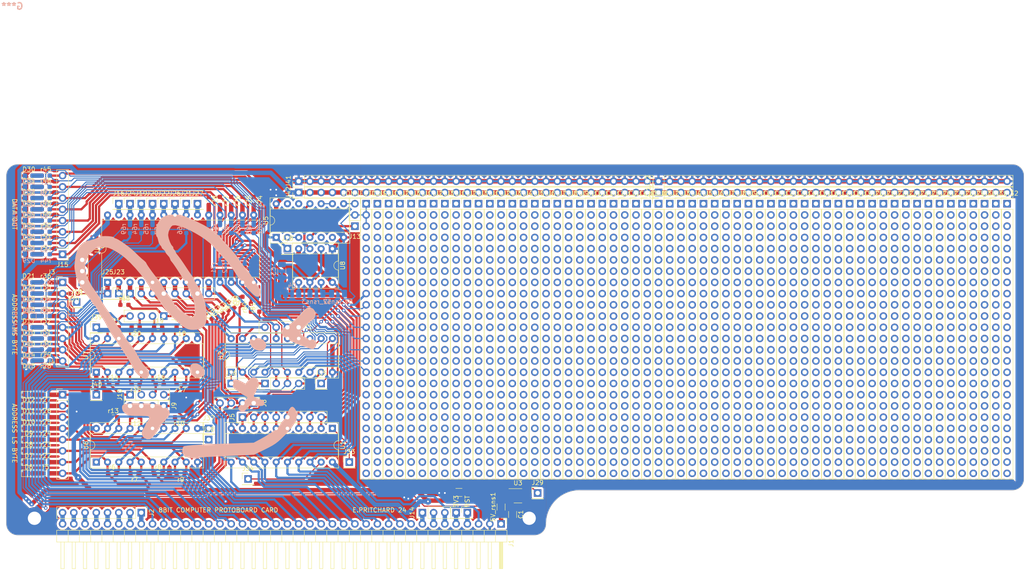
<source format=kicad_pcb>
(kicad_pcb (version 20221018) (generator pcbnew)
  (layers (0 "F.Cu" signal) (31 "B.Cu" signal) (34 "B.Paste" user) (35 "F.Paste" user) (36 "B.SilkS" user "B.Silkscreen") (37 "F.SilkS" user "F.Silkscreen") (38 "B.Mask" user) (39 "F.Mask" user) (44 "Edge.Cuts" user))
  (net 0 "")
  (net 1 "/5V_raw")
  (net 2 "+5V")
  (net 3 "GND")
  (net 4 "/clk")
  (net 5 "/reset_n")
  (net 6 "+3V3")
  (net 7 "/Data_Bus_0_LSB")
  (net 8 "/Data_Bus_1")
  (net 9 "/Data_Bus_2")
  (net 10 "/Data_Bus_3")
  (net 11 "/Data_Bus_4")
  (net 12 "/Data_Bus_5")
  (net 13 "/Data_Bus_6")
  (net 14 "/Data_Bus_7_MSB")
  (net 15 "/Addr_0_LSB")
  (net 16 "/Addr_1")
  (net 17 "/Addr_2")
  (net 18 "/Addr_3")
  (net 19 "/Addr_4")
  (net 20 "/Addr_5")
  (net 21 "/Addr_6")
  (net 22 "/Addr_7")
  (net 23 "/Addr_8")
  (net 24 "/Addr_9")
  (net 25 "/Addr_10")
  (net 26 "/Addr_11")
  (net 27 "/Addr_12")
  (net 28 "/Addr_13")
  (net 29 "/Addr_14")
  (net 30 "/Addr_15_MSB")
  (net 31 "/Aux_Bus_0_LSB")
  (net 32 "/Aux_Bus_1")
  (net 33 "/Aux_Bus_2")
  (net 34 "/Aux_Bus_3")
  (net 35 "/Aux_Bus_4")
  (net 36 "/Aux_Bus_5")
  (net 37 "/Aux_Bus_6")
  (net 38 "/Aux_Bus_7_MSB")
  (net 39 "/current_sense_output")
  (net 40 "/clk_n")
  (net 45 "Net-(D1-A)")
  (net 46 "Net-(D2-A)")
  (net 47 "Net-(D3-A)")
  (net 48 "Net-(D5-A)")
  (net 49 "/Card_Addr_0")
  (net 50 "/Card_Addr_1")
  (net 51 "/Card_Addr_2")
  (net 52 "/Card_Addr_3")
  (net 53 "/Card_Addr_4")
  (net 54 "/Card_Addr_5")
  (net 55 "/Card_Addr_6")
  (net 56 "/Card_Addr_7")
  (net 57 "/Card_Addr_8")
  (net 58 "/Card_Addr_9")
  (net 59 "/Card_Addr_10")
  (net 60 "/Card_Addr_11")
  (net 61 "/Card_Addr_12")
  (net 62 "/Card_Addr_13")
  (net 63 "/Card_Addr_14")
  (net 64 "/Card_Addr_15")
  (net 65 "/Card_Data_In_0")
  (net 66 "/Card_Data_In_1")
  (net 67 "/Card_Data_In_2")
  (net 68 "/Card_Data_In_3")
  (net 69 "/Card_Data_In_4")
  (net 70 "/Card_Data_In_5")
  (net 71 "/Card_Data_In_6")
  (net 72 "/Card_Data_In_7")
  (net 73 "/Card_Data_Out_7")
  (net 74 "/Card_Data_Out_6")
  (net 75 "/Card_Data_Out_5")
  (net 76 "/Card_Data_Out_4")
  (net 77 "/Card_Data_Out_3")
  (net 78 "/Card_Data_Out_2")
  (net 79 "/Card_Data_Out_1")
  (net 80 "/Card_Data_Out_0")
  (net 81 "Net-(D6-A)")
  (net 82 "Net-(D7-A)")
  (net 83 "Net-(D8-A)")
  (net 84 "Net-(D9-A)")
  (net 85 "Net-(D10-A)")
  (net 86 "Net-(D11-A)")
  (net 87 "Net-(D12-A)")
  (net 88 "Net-(D13-A)")
  (net 89 "Net-(D14-A)")
  (net 90 "Net-(D15-A)")
  (net 91 "Net-(D16-A)")
  (net 92 "Net-(D17-A)")
  (net 93 "Net-(D18-A)")
  (net 94 "Net-(D19-A)")
  (net 95 "Net-(D20-A)")
  (net 96 "Net-(D21-A)")
  (net 97 "Net-(D22-A)")
  (net 98 "Net-(D23-A)")
  (net 99 "Net-(D24-A)")
  (net 100 "Net-(D25-A)")
  (net 101 "Net-(D26-A)")
  (net 102 "Net-(D27-A)")
  (net 103 "Net-(D28-A)")
  (net 104 "Net-(D29-A)")
  (net 905 "/clk_post_buf_post_mux")
  (net 906 "Net-(D38-A)")
  (net 907 "Net-(D39-A)")
  (net 908 "Net-(D40-A)")
  (net 909 "Net-(J12-Pin_1)")
  (net 910 "Net-(J12-Pin_2)")
  (net 911 "Net-(J12-Pin_3)")
  (net 912 "Net-(D4-K)")
  (net 913 "Net-(U8-DIS)")
  (net 914 "Net-(U8-THR)")
  (net 915 "Net-(U8-CV)")
  (net 916 "Net-(J1-Pin_6)")
  (net 917 "Net-(J1-Pin_7)")
  (net 918 "Net-(J1-Pin_8)")
  (net 919 "Net-(J13-Pin_1)")
  (net 920 "Net-(J13-Pin_3)")
  (net 921 "Net-(U8-Q)")
  (net 922 "Net-(J16-Pin_1)")
  (net 923 "Net-(J17-Pin_1)")
  (net 924 "Net-(J17-Pin_2)")
  (net 925 "Net-(J17-Pin_3)")
  (net 926 "Net-(J17-Pin_4)")
  (net 927 "Net-(J17-Pin_5)")
  (net 928 "Net-(J17-Pin_6)")
  (net 929 "Net-(J17-Pin_7)")
  (net 930 "Net-(J17-Pin_8)")
  (net 931 "Net-(J19-Pin_1)")
  (net 932 "Net-(J20-Pin_1)")
  (net 933 "Net-(J21-Pin_1)")
  (net 934 "Net-(J22-Pin_1)")
  (net 935 "Net-(J23-Pin_1)")
  (net 936 "Net-(J24-Pin_1)")
  (net 937 "Net-(J25-Pin_1)")
  (net 938 "Net-(J26-Pin_1)")
  (net 939 "Net-(J27-Pin_1)")
  (net 940 "Net-(U5-Pad10)")
  (net 955 "Net-(J33-Pin_1)")
  (net 956 "Net-(J34-Pin_1)")
  (net 957 "Net-(J35-Pin_1)")
  (net 958 "Net-(J36-Pin_1)")
  (net 959 "Net-(J37-Pin_1)")
  (net 960 "Net-(J38-Pin_1)")
  (net 961 "Net-(J39-Pin_1)")
  (net 962 "Net-(J40-Pin_1)")
  (net 963 "Net-(U4-D0)")
  (net 964 "Net-(U4-D1)")
  (net 965 "Net-(U4-D2)")
  (net 966 "Net-(U4-D3)")
  (net 967 "Net-(U4-D4)")
  (net 968 "Net-(U4-D5)")
  (net 969 "Net-(U4-D6)")
  (net 970 "Net-(U4-D7)")
  (net 971 "Net-(D30-A)")
  (net 972 "Net-(D31-A)")
  (net 973 "Net-(D32-A)")
  (net 974 "Net-(D33-A)")
  (net 975 "Net-(D34-A)")
  (net 976 "Net-(D35-A)")
  (net 977 "Net-(D36-A)")
  (net 978 "Net-(D37-A)")
  (footprint "Resistor_SMD:R_0603_1608Metric_Pad0.98x0.95mm_HandSolder" (layer "F.Cu") (at 77.47 66.04)
    (fp_text reference "r47")
    (fp_text value "470")
  )
  (footprint "Resistor_SMD:R_0603_1608Metric_Pad0.98x0.95mm_HandSolder" (layer "F.Cu") (at 77.47 68.58)
    (fp_text reference "r48")
    (fp_text value "470")
  )
  (footprint "LED_SMD:LED_0603_1608Metric_Pad1.05x0.95mm_HandSolder" (layer "F.Cu") (at 73.66 78.74)
    (fp_text reference "D37")
    (fp_text value "Do7")
  )
  (footprint "Connector_PinHeader_2.54mm:PinHeader_1x25_P2.54mm_Vertical" (layer "F.Cu") (at 269.24 67.31)
    (fp_text reference "JCol22")
    (fp_text value "Conn_01x25_Pin")
  )
  (footprint "Package_DIP:DIP-20_W7.62mm_Socket" (layer "F.Cu") (at 142.24 118.11 -90)
    (fp_text reference "U1")
    (fp_text value "74LS245")
  )
  (footprint "Connector_PinHeader_2.54mm:PinHeader_1x25_P2.54mm_Vertical" (layer "F.Cu") (at 254 67.31)
    (fp_text reference "JCol16")
    (fp_text value "Conn_01x25_Pin")
  )
  (footprint "Connector_PinHeader_2.54mm:PinHeader_1x03_P2.54mm_Vertical" (layer "F.Cu") (at 147.32 72.39 180)
    (fp_text reference "J13")
    (fp_text value "Conn_01x03_Pin")
  )
  (footprint "Connector_PinHeader_2.54mm:PinHeader_1x25_P2.54mm_Vertical" (layer "F.Cu") (at 236.22 67.31)
    (fp_text reference "JCol9")
    (fp_text value "Conn_01x25_Pin")
  )
  (footprint "Connector_PinHeader_2.54mm:PinHeader_1x25_P2.54mm_Vertical" (layer "F.Cu") (at 241.3 67.31)
    (fp_text reference "JCol11")
    (fp_text value "Conn_01x25_Pin")
  )
  (footprint "Connector_PinHeader_2.54mm:PinHeader_1x25_P2.54mm_Vertical" (layer "F.Cu") (at 279.4 67.31)
    (fp_text reference "JCol26")
    (fp_text value "Conn_01x25_Pin")
  )
  (footprint "LED_SMD:LED_0603_1608Metric_Pad1.05x0.95mm_HandSolder" (layer "F.Cu") (at 73.66 118.11)
    (fp_text reference "D10")
    (fp_text value "A4")
  )
  (footprint "Connector_PinHeader_2.54mm:PinHeader_1x25_P2.54mm_Vertical" (layer "F.Cu") (at 292.1 67.31)
    (fp_text reference "JCol31")
    (fp_text value "Conn_01x25_Pin")
  )
  (footprint "Connector_PinHeader_2.54mm:PinHeader_1x25_P2.54mm_Vertical" (layer "F.Cu") (at 205.74 67.31)
    (fp_text reference "JCol12")
    (fp_text value "Conn_01x25_Pin")
  )
  (footprint "Resistor_SMD:R_0603_1608Metric_Pad0.98x0.95mm_HandSolder" (layer "F.Cu") (at 92.456 128.27)
    (fp_text reference "r6")
    (fp_text value "0")
  )
  (footprint "Resistor_SMD:R_0603_1608Metric_Pad0.98x0.95mm_HandSolder" (layer "F.Cu") (at 93.0675 95.25)
    (fp_text reference "r21")
    (fp_text value "0")
  )
  (footprint "Resistor_SMD:R_0603_1608Metric_Pad0.98x0.95mm_HandSolder" (layer "F.Cu") (at 114.3 66.675 -90)
    (fp_text reference "r78")
    (fp_text value "0")
  )
  (footprint "LED_SMD:LED_0603_1608Metric_Pad1.05x0.95mm_HandSolder" (layer "F.Cu") (at 73.66 128.27)
    (fp_text reference "D6")
    (fp_text value "A0")
  )
  (footprint "Connector_PinHeader_2.54mm:PinHeader_1x01_P2.54mm_Vertical" (layer "F.Cu") (at 109.22 67.31)
    (fp_text reference "J21")
    (fp_text value "Conn_01x01_Pin")
  )
  (footprint "Resistor_SMD:R_0603_1608Metric_Pad0.98x0.95mm_HandSolder" (layer "F.Cu") (at 97.79 95.25 180)
    (fp_text reference "r20")
    (fp_text value "0")
  )
  (footprint "LED_SMD:LED_0603_1608Metric_Pad1.05x0.95mm_HandSolder" (layer "F.Cu") (at 73.66 92.71)
    (fp_text reference "D18")
    (fp_text value "A12")
  )
  (footprint "Connector_PinHeader_2.54mm:PinHeader_1x40_P2.54mm_Horizontal" (layer "F.Cu") (at 180.34 139.7 -90)
    (fp_text reference "J1")
    (fp_text value "Conn_01x40_Pin")
  )
  (footprint "Connector_PinHeader_2.54mm:PinHeader_1x25_P2.54mm_Vertical" (layer "F.Cu") (at 226.06 67.31)
    (fp_text reference "JCol5")
    (fp_text value "Conn_01x25_Pin")
  )
  (footprint "Connector_PinHeader_2.54mm:PinHeader_1x25_P2.54mm_Vertical" (layer "F.Cu") (at 185.42 67.31)
    (fp_text reference "JCol4")
    (fp_text value "Conn_01x25_Pin")
  )
  (footprint "Connector_PinHeader_2.54mm:PinHeader_1x01_P2.54mm_Vertical" (layer "F.Cu") (at 93.98 87.63)
    (fp_text reference "J23")
    (fp_text value "Conn_01x01_Pin")
  )
  (footprint "Connector_PinHeader_2.54mm:PinHeader_1x32_P2.54mm_Vertical" (layer "F.Cu") (at 215.9 64.77 90)
    (fp_text reference "J31")
    (fp_text value "Conn_01x32_Pin")
  )
  (footprint "Connector_PinHeader_2.54mm:PinHeader_1x01_P2.54mm_Vertical" (layer "F.Cu") (at 96.52 67.31)
    (fp_text reference "J24")
    (fp_text value "Conn_01x01_Pin")
  )
  (footprint "LED_SMD:LED_0603_1608Metric_Pad1.05x0.95mm_HandSolder" (layer "F.Cu") (at 73.66 76.2)
    (fp_text reference "D36")
    (fp_text value "Do6")
  )
  (footprint "Connector_PinHeader_2.54mm:PinHeader_1x25_P2.54mm_Vertical" (layer "F.Cu") (at 223.52 67.31)
    (fp_text reference "JCol4")
    (fp_text value "Conn_01x25_Pin")
  )
  (footprint "Connector_PinHeader_2.54mm:PinHeader_1x25_P2.54mm_Vertical" (layer "F.Cu") (at 231.14 67.31)
    (fp_text reference "JCol7")
    (fp_text value "Conn_01x25_Pin")
  )
  (footprint "Resistor_SMD:R_0603_1608Metric_Pad0.98x0.95mm_HandSolder" (layer "F.Cu") (at 124.46 66.675 -90)
    (fp_text reference "r74")
    (fp_text value "0")
  )
  (footprint "Connector_PinHeader_2.54mm:PinHeader_1x01_P2.54mm_Vertical" (layer "F.Cu") (at 99.06 67.31)
    (fp_text reference "J19")
    (fp_text value "Conn_01x01_Pin")
  )
  (footprint "Package_DIP:DIP-20_W7.62mm_Socket" (layer "F.Cu") (at 88.9 105.41 90)
    (fp_text reference "U7")
    (fp_text value "74LS273")
  )
  (footprint "LED_SMD:LED_0603_1608Metric_Pad1.05x0.95mm_HandSolder" (layer "F.Cu") (at 73.66 125.73)
    (fp_text reference "D7")
    (fp_text value "A1")
  )
  (footprint "Connector_PinHeader_2.54mm:PinHeader_1x25_P2.54mm_Vertical" (layer "F.Cu") (at 210.82 67.31)
    (fp_text reference "JCol14")
    (fp_text value "Conn_01x25_Pin")
  )
  (footprint "Resistor_SMD:R_0603_1608Metric_Pad0.98x0.95mm_HandSolder" (layer "F.Cu") (at 77.47 76.2)
    (fp_text reference "r51")
    (fp_text value "470")
  )
  (footprint "Connector_PinHeader_2.54mm:PinHeader_1x01_P2.54mm_Vertical" (layer "F.Cu") (at 88.9 95.25)
    (fp_text reference "J39")
    (fp_text value "Conn_01x01_Pin")
  )
  (footprint "Capacitor_SMD:C_1206_3216Metric" (layer "F.Cu") (at 88.47874 76.503701 -90)
    (fp_text reference "C2")
    (fp_text value "C")
  )
  (footprint "Connector_PinHeader_2.54mm:PinHeader_1x25_P2.54mm_Vertical" (layer "F.Cu") (at 182.88 67.31)
    (fp_text reference "JCol3")
    (fp_text value "Conn_01x25_Pin")
  )
  (footprint "Connector_PinHeader_2.54mm:PinHeader_1x04_P2.54mm_Vertical" (layer "F.Cu") (at 124.46 112.395 -90)
    (fp_text reference "J8")
    (fp_text value "Conn_01x04")
  )
  (footprint "Package_DIP:DIP-14_W7.62mm_Socket" (layer "F.Cu") (at 129.54 74.93 90)
    (fp_text reference "U5")
    (fp_text value "74LS14")
  )
  (footprint "Resistor_SMD:R_0603_1608Metric_Pad0.98x0.95mm_HandSolder" (layer "F.Cu") (at 107.95 95.25 180)
    (fp_text reference "r18")
    (fp_text value "0")
  )
  (footprint "Connector_PinHeader_2.54mm:PinHeader_1x32_P2.54mm_Vertical" (layer "F.Cu") (at 134.62 64.77 90)
    (fp_text reference "J42")
    (fp_text value "Conn_01x32_Pin")
  )
  (footprint "LED_SMD:LED_0603_1608Metric_Pad1.05x0.95mm_HandSolder" (layer "F.Cu") (at 73.66 95.25)
    (fp_text reference "D17")
    (fp_text value "A11")
  )
  (footprint "Connector_PinHeader_2.54mm:PinHeader_1x25_P2.54mm_Vertical" (layer "F.Cu") (at 162.56 67.3)
    (fp_text reference "JCol1")
    (fp_text value "Conn_01x25_Pin")
  )
  (footprint "LED_SMD:LED_0603_1608Metric_Pad1.05x0.95mm_HandSolder" (layer "F.Cu") (at 73.66 60.96)
    (fp_text reference "D30")
    (fp_text value "Do0")
  )
  (footprint "Connector_PinHeader_2.54mm:PinHeader_1x08_P2.54mm_Vertical" (layer "F.Cu") (at 81.28 78.74 180)
    (fp_text reference "J15")
    (fp_text value "Conn_01x08_Pin")
  )
  (footprint "Resistor_SMD:R_0603_1608Metric_Pad0.98x0.95mm_HandSolder" (layer "F.Cu") (at 77.47 118.11)
    (fp_text reference "r25")
    (fp_text value "470")
  )
  (footprint "Connector_PinHeader_2.54mm:PinHeader_1x25_P2.54mm_Vertical" (layer "F.Cu") (at 238.76 67.31)
    (fp_text reference "JCol10")
    (fp_text value "Conn_01x25_Pin")
  )
  (footprint "Connector_PinHeader_2.54mm:PinHeader_1x01_P2.54mm_Vertical" (layer "F.Cu") (at 170.18 137.16)
    (fp_text reference "3V3")
    (fp_text value "Conn_01x01_Pin")
  )
  (footprint "LED_SMD:LED_0603_1608Metric_Pad1.05x0.95mm_HandSolder" (layer "F.Cu") (at 73.66 102.87)
    (fp_text reference "D14")
    (fp_text value "A8")
  )
  (footprint "Connector_PinHeader_2.54mm:PinHeader_1x08_P2.54mm_Vertical" (layer "F.Cu") (at 99.06 137.16 -90)
    (fp_text reference "J2")
    (fp_text value "Conn_01x08_Pin")
  )
  (footprint "Package_TO_SOT_SMD:SOT-23-6_Handsoldering" (layer "F.Cu") (at 184.15 133.35)
    (fp_text reference "U3")
    (fp_text value "74LVC1G08")
  )
  (footprint "Connector_PinHeader_2.54mm:PinHeader_1x01_P2.54mm_Vertical" (layer "F.Cu") (at 104.14 67.31)
    (fp_text reference "J22")
    (fp_text value "Conn_01x01_Pin")
  )
  (footprint "Connector_PinHeader_2.54mm:PinHeader_1x25_P2.54mm_Vertical" (layer "F.Cu") (at 264.16 67.31)
    (fp_text reference "JCol20")
    (fp_text value "Conn_01x25_Pin")
  )
  (footprint "Connector_PinHeader_2.54mm:PinHeader_1x25_P2.54mm_Vertical" (layer "F.Cu") (at 251.46 67.31)
    (fp_text reference "JCol15")
    (fp_text value "Conn_01x25_Pin")
  )
  (footprint "Connector_PinHeader_2.54mm:PinHeader_1x01_P2.54mm_Vertical" (layer "F.Cu") (at 88.9 110.49)
    (fp_text reference "J40")
    (fp_text value "Conn_01x01_Pin")
  )
  (footprint "Resistor_SMD:R_0603_1608Metric_Pad0.98x0.95mm_HandSolder" (layer "F.Cu") (at 102.87 128.27)
    (fp_text reference "r8")
    (fp_text value "0")
  )
  (footprint "LED_SMD:LED_0603_1608Metric_Pad1.05x0.95mm_HandSolder" (layer "F.Cu") (at 73.66 71.12)
    (fp_text reference "D34")
    (fp_text value "Do4")
  )
  (footprint "Connector_PinHeader_2.54mm:PinHeader_1x25_P2.54mm_Vertical" (layer "F.Cu") (at 195.58 67.31)
    (fp_text reference "JCol8")
    (fp_text value "Conn_01x25_Pin")
  )
  (footprint "Connector_PinHeader_2.54mm:PinHeader_1x08_P2.54mm_Vertical" (layer "F.Cu") (at 81.28 110.49)
    (fp_text reference "J4")
    (fp_text value "Conn_01x08_Pin")
  )
  (footprint "Connector_PinHeader_2.54mm:PinHeader_1x01_P2.54mm_Vertical" (layer "F.Cu") (at 119.38 107.95)
    (fp_text reference "J36")
    (fp_text value "Conn_01x01_Pin")
  )
  (footprint "Connector_PinHeader_2.54mm:PinHeader_1x25_P2.54mm_Vertical" (layer "F.Cu") (at 157.48 67.295)
    (fp_text reference "JCol2")
    (fp_text value "Conn_01x25_Pin")
  )
  (footprint "Resistor_SMD:R_0603_1608Metric_Pad0.98x0.95mm_HandSolder" (layer "F.Cu") (at 77.47 113.03)
    (fp_text reference "r27")
    (fp_text value "470")
  )
  (footprint "LED_SMD:LED_0603_1608Metric_Pad1.05x0.95mm_HandSolder" (layer "F.Cu") (at 73.66 110.49)
    (fp_text reference "D13")
    (fp_text value "A7")
  )
  (footprint "Resistor_SMD:R_0603_1608Metric_Pad0.98x0.95mm_HandSolder" (layer "F.Cu") (at 114.3 92.71 -45)
    (fp_text reference "r60")
    (fp_text value "0")
  )
  (footprint "Resistor_SMD:R_0603_1608Metric_Pad0.98x0.95mm_HandSolder" (layer "F.Cu") (at 77.47 63.5)
    (fp_text reference "r46")
    (fp_text value "470")
  )
  (footprint "Connector_PinHeader_2.54mm:PinHeader_1x04_P2.54mm_Vertical" (layer "F.Cu") (at 104.14 113.03 -90)
    (fp_text reference "J9")
    (fp_text value "Conn_01x04")
  )
  (footprint "Resistor_SMD:R_0603_1608Metric_Pad0.98x0.95mm_HandSolder" (layer "F.Cu") (at 83.82 87.63 180)
    (fp_text reference "r70")
    (fp_text value "0")
  )
  (footprint "Connector_PinHeader_2.54mm:PinHeader_1x25_P2.54mm_Vertical" (layer "F.Cu") (at 208.28 67.31)
    (fp_text reference "JCol13")
    (fp_text value "Conn_01x25_Pin")
  )
  (footprint "Connector_PinHeader_2.54mm:PinHeader_1x25_P2.54mm_Vertical" (layer "F.Cu") (at 180.34 67.31)
    (fp_text reference "JCol2")
    (fp_text value "Conn_01x25_Pin")
  )
  (footprint "LED_SMD:LED_0603_1608Metric_Pad1.05x0.95mm_HandSolder" (layer "F.Cu") (at 73.66 120.65)
    (fp_text reference "D9")
    (fp_text value "A3")
  )
  (footprint "Package_DIP:DIP-20_W7.62mm_Socket" (layer "F.Cu") (at 119.38 105.41 90)
    (fp_text reference "U2")
    (fp_text value "74LS273")
  )
  (footprint "Resistor_SMD:R_0603_1608Metric_Pad0.98x0.95mm_HandSolder" (layer "F.Cu") (at 123.825 90.805 90)
    (fp_text reference "r80")
    (fp_text value "0")
  )
  (footprint "Resistor_SMD:R_0603_1608Metric_Pad0.98x0.95mm_HandSolder" (layer "F.Cu") (at 102.87 115.57)
    (fp_text reference "r11")
    (fp_text value "0")
  )
  (footprint "Connector_PinHeader_2.54mm:PinHeader_1x25_P2.54mm_Vertical" (layer "F.Cu") (at 149.86 67.31)
    (fp_text reference "CONNECTIONS1")
    (fp_text value "Conn_01x25_Pin")
  )
  (footprint "Connector_PinHeader_2.54mm:PinHeader_1x32_P2.54mm_Vertical" (layer "F.Cu") (at 134.62 62.23 90)
    (fp_text reference "J41")
    (fp_text value "Conn_01x32_Pin")
  )
  (footprint "Resistor_SMD:R_0603_1608Metric_Pad0.98x0.95mm_HandSolder" (layer "F.Cu") (at 102.87 95.25)
    (fp_text reference "r19")
    (fp_text value "0")
  )
  (footprint "Resistor_SMD:R_0603_1608Metric_Pad0.98x0.95mm_HandSolder" (layer "F.Cu") (at 97.79 115.57 180)
    (fp_text reference "r12")
    (fp_text value "0")
  )
  (footprint "Connector_PinHeader_2.54mm:PinHeader_1x25_P2.54mm_Vertical" (layer "F.Cu") (at 243.84 67.31)
    (fp_text reference "JCol12")
    (fp_text value "Conn_01x25_Pin")
  )
  (footprint "Connector_PinHeader_2.54mm:PinHeader_1x32_P2.54mm_Vertical" (layer "F.Cu") (at 215.9 62.23 90)
    (fp_text reference "J32")
    (fp_text value "Conn_01x32_Pin")
  )
  (footprint "Connector_PinHeader_2.54mm:PinHeader_1x25_P2.54mm_Vertical" (layer "F.Cu") (at 294.64 67.31)
    (fp_text reference "JCol32")
    (fp_text value "Conn_01x25_Pin")
  )
  (footprint "Connector_PinHeader_2.54mm:PinHeader_1x25_P2.54mm_Vertical" (layer "F.Cu") (at 152.4 67.315)
    (fp_text reference "JCol1")
    (fp_text value "Conn_01x25_Pin")
  )
  (footprint "Connector_PinHeader_2.54mm:PinHeader_1x25_P2.54mm_Vertical" (layer "F.Cu") (at 167.64 67.3)
    (fp_text reference "JCol3")
    (fp_text value "Conn_01x25_Pin")
  )
  (footprint "Resistor_SMD:R_0603_1608Metric_Pad0.98x0.95mm_HandSolder" (layer "F.Cu") (at 77.47 102.87)
    (fp_text reference "r29")
    (fp_text value "470")
  )
  (footprint "Resistor_SMD:R_0603_1608Metric_Pad0.98x0.95mm_HandSolder" (layer "F.Cu") (at 119.38 90.17 -45)
    (fp_text reference "r56")
    (fp_text value "0")
  )
  (footprint "Connector_PinHeader_2.54mm:PinHeader_1x25_P2.54mm_Vertical" (layer "F.Cu") (at 276.86 67.31)
    (fp_text reference "JCol25")
    (fp_text value "Conn_01x25_Pin")
  )
  (footprint "Resistor_SMD:R_0603_1608Metric_Pad0.98x0.95mm_HandSolder" (layer "F.Cu") (at 77.47 78.74)
    (fp_text reference "r52")
    (fp_text value "470")
  )
  (footprint "LED_SMD:LED_0603_1608Metric_Pad1.05x0.95mm_HandSolder" (layer "F.Cu") (at 73.66 73.66)
    (fp_text reference "D35")
    (fp_text value "Do5")
  )
  (footprint "Resistor_SMD:R_0603_1608Metric_Pad0.98x0.95mm_HandSolder" (layer "F.Cu") (at 121.92 89.2575 90)
    (fp_text reference "r79")
    (fp_text value "0")
  )
  (footprint "Connector_PinHeader_2.54mm:PinHeader_1x25_P2.54mm_Vertical" (layer "F.Cu") (at 175.26 67.305)
    (fp_text reference "JCol3")
    (fp_text value "Conn_01x25_Pin")
  )
  (footprint "Connector_PinHeader_2.54mm:PinHeader_1x08_P2.54mm_Vertical" (layer "F.Cu") (at 96.52 87.63 90)
    (fp_text reference "J17")
    (fp_text value "Conn_01x08_Pin")
  )
  (footprint "Resistor_SMD:R_0603_1608Metric_Pad0.98x0.95mm_HandSolder" (layer "F.Cu") (at 113.03 93.345 -45)
    (fp_text reference "r61")
    (fp_text value "0")
  )
  (footprint "LED_SMD:LED_0603_1608Metric_Pad1.05x0.95mm_HandSolder" (layer "F.Cu") (at 73.66 63.5)
    (fp_text reference "D31")
    (fp_text value "Do1")
  )
  (footprint "Connector_PinHeader_2.54mm:PinHeader_1x01_P2.54mm_Vertical" (layer "F.Cu") (at 132.08 77.47)
    (fp_text reference "J28")
    (fp_text value "Conn_01x01_Pin")
  )
  (footprint "Connector_PinHeader_2.54mm:PinHeader_1x25_P2.54mm_Vertical" (layer "F.Cu") (at 218.44 67.31)
    (fp_text reference "JCol2")
    (fp_text value "Conn_01x25_Pin")
  )
  (footprint "Resistor_SMD:R_1206_3216Metric" (layer "F.Cu") (at 180.34 135.89 90)
    (fp_text reference "5V_rsns1")
    (fp_text value "1")
  )
  (footprint "Connector_PinHeader_2.54mm:PinHeader_1x04_P2.54mm_Vertical" (layer "F.Cu") (at 96.53 110.49 90)
    (fp_text reference "J10")
    (fp_text value "Conn_01x04")
  )
  (footprint "Connector_PinHeader_2.54mm:PinHeader_1x25_P2.54mm_Vertical" (layer "F.Cu") (at 233.68 67.31)
    (fp_text reference "JCol8")
    (fp_text value "Conn_01x25_Pin")
  )
  (footprint "Connector_PinHeader_2.54mm:PinHeader_1x04_P2.54mm_Vertical" (layer "F.Cu") (at 104.14 92.71 -90)
    (fp_text reference "J11")
    (fp_text value "Conn_01x04")
  )
  (footprint "Connector_PinHeader_2.54mm:PinHeader_1x25_P2.54mm_Vertical" (layer "F.Cu") (at 160.02 67.295)
    (fp_text reference "JCol3")
    (fp_text value "Conn_01x25_Pin")
  )
  (footprint "Connector_PinHeader_2.54mm:PinHeader_1x25_P2.54mm_Vertical" (layer "F.Cu") (at 215.9 67.31)
    (fp_text reference "JCol16")
    (fp_text value "Conn_01x25_Pin")
  )
  (footprint "Connector_PinHeader_2.54mm:PinHeader_1x25_P2.54mm_Vertical" (layer "F.Cu") (at 187.96 67.31)
    (fp_text reference "JCol5")
    (fp_text value "Conn_01x25_Pin")
  )
  (footprint "Resistor_SMD:R_0603_1608Metric_Pad0.98x0.95mm_HandSolder" (layer "F.Cu") (at 116.84 66.675 -90)
    (fp_text reference "r77")
    (fp_text value "0")
  )
  (footprint "LED_SMD:LED_0603_1608Metric_Pad1.05x0.95mm_HandSolder" (layer "F.Cu") (at 73.66 123.19)
    (fp_text reference "D8")
    (fp_text value "A2")
  )
  (footprint "Resistor_SMD:R_0603_1608Metric_Pad0.98x0.95mm_HandSolder" (layer "F.Cu") (at 115.57 92.075 -45)
    (fp_text reference "r59")
    (fp_text value "0")
  )
  (footprint "Resistor_SMD:R_0603_1608Metric_Pad0.98x0.95mm_HandSolder" (layer "F.Cu") (at 77.47 85.09)
    (fp_text reference "r36")
    (fp_text value "470")
  )
  (footprint "LED_SMD:LED_0603_1608Metric_Pad1.05x0.95mm_HandSolder" (layer "F.Cu") (at 73.66 100.33)
    (fp_text reference "D15")
    (fp_text value "A9")
  )
  (footprint "Connector_PinHeader_2.54mm:PinHeader_1x25_P2.54mm_Vertical" (layer "F.Cu") (at 266.7 67.31)
    (fp_text reference "JCol21")
    (fp_text value "Conn_01x25_Pin")
  )
  (footprint "Resistor_SMD:R_0603_1608Metric_Pad0.98x0.95mm_HandSolder" (layer "F.Cu") (at 97.79 107.95 180)
    (fp_text reference "r15")
    (fp_text value "0")
  )
  (footprint "Resistor_SMD:R_0603_1608Metric_Pad0.98x0.95mm_HandSolder" (layer "F.Cu") (at 125.73 90.805 90)
    (fp_text reference "r81")
    (fp_text value "0")
  )
  (footprint "Connector_PinHeader_2.54mm:PinHeader_1x04_P2.54mm_Vertical" (layer "F.Cu") (at 134.61 95.25 -90)
    (fp_text reference "J7")
    (fp_text value "Conn_01x04")
  )
  (footprint "Connector_PinHeader_2.54mm:PinHeader_1x25_P2.54mm_Vertical" (layer "F.Cu") (at 220.98 67.31)
    (fp_text reference "JCol3")
    (fp_text value "Conn_01x25_Pin")
  )
  (footprint "Resistor_SMD:R_0603_1608Metric_Pad0.98x0.95mm_HandSolder" (layer "F.Cu") (at 107.95 128.27 180)
    (fp_text reference "r9")
    (fp_text value "0")
  )
  (footprint "Connector_PinHeader_2.54mm:PinHeader_1x03_P2.54mm_Vertical" (layer "F.Cu") (at 162.56 137.16 90)
    (fp_text reference "J14")
    (fp_text value "Conn_01x03_Pin")
  )
  (footprint "LED_SMD:LED_0603_1608Metric_Pad1.05x0.95mm_HandSolder" (layer "F.Cu") (at 73.66 90.17)
    (fp_text reference "D19")
    (fp_text value "A13")
  )
  (footprint "Connector_PinHeader_2.54mm:PinHeader_1x25_P2.54mm_Vertical" (layer "F.Cu") (at 271.78 67.31)
    (fp_text reference "JCol23")
    (fp_text value "Conn_01x25_Pin")
  )
  (footprint "Connector_PinHeader_2.54mm:PinHeader_1x25_P2.54mm_Vertical" (layer "F.Cu") (at 284.48 67.31)
    (fp_text reference "JCol28")
    (fp_text value "Conn_01x25_Pin")
  )
  (footprint "Connector_PinHeader_2.54mm:PinHeader_1x01_P2.54mm_Vertical" (layer "F.Cu") (at 172.72 137.16)
    (fp_text reference "RST")
    (fp_text value "Conn_01x01_Pin")
  )
  (footprint "Connector_PinHeader_2.54mm:PinHeader_1x25_P2.54mm_Vertical" (layer "F.Cu") (at 261.62 67.31)
    (fp_text reference "JCol19")
    (fp_text value "Conn_01x25_Pin")
  )
  (footprint "Resistor_SMD:R_0603_1608Metric_Pad0.98x0.95mm_HandSolder" (layer "F.Cu") (at 119.38 66.675 -90)
    (fp_text reference "r76")
    (fp_text value "0")
  )
  (footprint "Connector_PinHeader_2.54mm:PinHeader_1x25_P2.54mm_Vertical" (layer "F.Cu") (at 248.92 67.31)
    (fp_text reference "JCol14")
    (fp_text value "Conn_01x25_Pin")
  )
  (footprint "LED_SMD:LED_0603_1608Metric_Pad1.05x0.95mm_HandSolder" (layer "F.Cu") (at 73.66 97.79)
    (fp_text reference "D16")
    (fp_text value "A10")
  )
  (footprint "Connector_PinHeader_2.54mm:PinHeader_1x01_P2.54mm_Vertical" (layer "F.Cu") (at 91.44 87.63)
    (fp_text reference "J25")
    (fp_text value "Conn_01x01_Pin")
  )
  (footprint "Connector_PinHeader_2.54mm:PinHeader_1x01_P2.54mm_Vertical" (layer "F.Cu") (at 106.68 67.31)
    (fp_text reference "J26")
    (fp_text value "Conn_01x01_Pin")
  )
  (footprint "Connector_PinHeader_2.54mm:PinHeader_1x04_P2.54mm_Vertical" (layer "F.Cu") (at 127.01 107.95 90)
    (fp_text reference "J6")
    (fp_text value "Conn_01x04")
  )
  (footprint "Connector_PinHeader_2.54mm:PinHeader_1x25_P2.54mm_Vertical" (layer "F.Cu") (at 259.08 67.31)
    (fp_text reference "JCol18")
    (fp_text value "Conn_01x25_Pin")
  )
  (footprint "Connector_PinHeader_2.54mm:PinHeader_1x08_P2.54mm_Vertical" (layer "F.Cu") (at 121.92 115.57 90)
    (fp_text reference "J5")
    (fp_text value "Conn_01x08_Pin")
  )
  (footprint "Connector_PinHeader_2.54mm:PinHeader_1x01_P2.54mm_Vertical" (layer "F.Cu") (at 101.6 67.31)
    (fp_text reference "J20")
    (fp_text value "Conn_01x01_Pin")
  )
  (footprint "Package_DIP:DIP-8_W7.62mm_Socket" (layer "F.Cu") (at 142.23 77.48 -90)
    (fp_text reference "U8")
    (fp_text value "NA555D")
  )
  (footprint "LED_SMD:LED_0603_1608Metric_Pad1.05x0.95mm_HandSolder" (layer "F.Cu") (at 73.66 68.58)
    (fp_text reference "D33")
    (fp_text value "Do3")
  )
  (footprint "Connector_PinHeader_2.54mm:PinHeader_1x25_P2.54mm_Vertical" (layer "F.Cu") (at 190.5 67.31)
    (fp_text reference "JCol6")
    (fp_text value "Conn_01x25_Pin")
  )
  (footprint "Capacitor_SMD:C_1206_3216Metric" (layer "F.Cu") (at 182.944122 137.570572 -90)
    (fp_text reference "C1")
    (fp_text value "C")
  )
  (footprint "Connector_PinHeader_2.54mm:PinHeader_1x25_P2.54mm_Vertical" (layer "F.Cu") (at 246.38 67.31)
    (fp_text reference "JCol13")
    (fp_text value "Conn_01x25_Pin")
  )
  (footprint "Resistor_SMD:R_0603_1608Metric_Pad0.98x0.95mm_HandSolder" (layer "F.Cu") (at 107.95 107.95 180)
    (fp_text reference "r17")
    (fp_text value "0")
  )
  (footprint "Connector_PinHeader_2.54mm:PinHeader_1x25_P2.54mm_Vertical" (layer "F.Cu") (at 213.36 67.31)
    (fp_text reference "JCol15")
    (fp_text value "Conn_01x25_Pin")
  )
  (footprint "Connector_PinHeader_2.54mm:PinHeader_1x01_P2.54mm_Vertical" (layer "F.Cu") (at 114.3 118.11)
    (fp_text reference "J37")
    (fp_text value "Conn_01x01_Pin")
  )
  (footprint "Connector_PinHeader_2.54mm:PinHeader_1x25_P2.54mm_Vertical" (layer "F.Cu") (at 215.9 67.31)
    (fp_text reference "JCol1")
    (fp_text value "Conn_01x25_Pin")
  )
  (footprint "Resistor_SMD:R_0603_1608Metric_Pad0.98x0.95mm_HandSolder" (layer "F.Cu") (at 121.92 66.675 -90)
    (fp_text reference "r75")
    (fp_text value "0")
  )
  (footprint "LED_SMD:LED_0603_1608Metric_Pad1.05x0.95mm_HandSolder" (layer "F.Cu") (at 73.66 85.09)
    (fp_text reference "D21")
    (fp_text value "A15")
  )
  (footprint "LED_SMD:LED_0603_1608Metric_Pad1.05x0.95mm_HandSolder" (layer "F.Cu") (at 73.66 115.57)
    (fp_text reference "D11")
    (fp_text value "A5")
  )
  (footprint "Connector_PinHeader_2.54mm:PinHeader_1x25_P2.54mm_Vertical" (layer "F.Cu") (at 154.94 67.295)
    (fp_text reference "JCol1")
    (fp_text value "Conn_01x25_Pin")
  )
  (footprint "Connector_PinHeader_2.54mm:PinHeader_1x01_P2.54mm_Vertical" (layer "F.Cu") (at 139.7 107.95)
    (fp_text reference "J35")
    (fp_text value "Conn_01x01_Pin")
  )
  (footprint "Connector_PinHeader_2.54mm:PinHeader_1x25_P2.54mm_Vertical" (layer "F.Cu") (at 281.94 67.31)
    (fp_text reference "JCol27")
    (fp_text value "Conn_01x25_Pin")
  )
  (footprint "Connector_PinHeader_2.54mm:PinHeader_1x25_P2.54mm_Vertical" (layer "F.Cu") (at 256.54 67.31)
    (fp_text reference "JCol17")
    (fp_text value "Conn_01x25_Pin")
  )
  (footprint "Resistor_SMD:R_0603_1608Metric_Pad0.98x0.95mm_HandSolder" (layer "F.Cu") (at 77.47 60.96)
    (fp_text reference "r45")
    (fp_text value "470")
  )
  (footprint "Package_DIP:DIP-20_W7.62mm_Socket" (layer "F.Cu") (at 88.9 125.73 90)
    (fp_text reference "U6")
    (fp_text value "74LS273")
  )
  (footprint "LED_SMD:LED_0603_1608Metric_Pad1.05x0.95mm_HandSolder" (layer "F.Cu") (at 73.66 66.04)
    (fp_text reference "D32")
    (fp_text value "Do2")
  )
  (footprint "Capacitor_SMD:C_1206_3216Metric" (layer "F.Cu") (at 170.815 132.588 180)
    (fp_text reference "C2" hide)
    (fp_text value "C")
  )
  (footprint "Resistor_SMD:R_0603_1608Metric_Pad0.98x0.95mm_HandSolder" (layer "F.Cu") (at 77.47 115.57)
    (fp_text reference "r26")
    (fp_text value "470")
  )
  (footprint "Connector_PinHeader_2.54mm:PinHeader_1x01_P2.54mm_Vertical" (layer "F.Cu") (at 93.98 67.31)
    (fp_text reference "J16")
    (fp_text value "Conn_01x01_Pin")
  )
  (footprint "Resistor_SMD:R_0603_1608Metric_Pad0.98x0.95mm_HandSolder" (layer "F.Cu") (at 107.5925 115.57 180)
    (fp_text reference "r10")
    (fp_text value "0")
  )
  (footprint "Resistor_SMD:R_0603_1608Metric_Pad0.98x0.95mm_HandSolder" (layer "F.Cu") (at 77.47 71.12)
    (fp_text reference "r49")
    (fp_text value "470")
  )
  (footprint "Resistor_SMD:R_0603_1608Metric_Pad0.98x0.95mm_HandSolder" (layer "F.Cu") (at 77.47 120.65)
    (fp_text reference "r24")
    (fp_text value "470")
  )
  (footprint "Resistor_SMD:R_0603_1608Metric_Pad0.98x0.95mm_HandSolder" (layer "F.Cu") (at 77.47 97.79)
    (fp_text reference "r31")
    (fp_text value "470")
  )
  (footprint "Connector_PinHeader_2.54mm:PinHeader_1x01_P2.54mm_Vertical" (layer "F.Cu") (at 123.19 129.54)
    (fp_text reference "J34")
    (fp_text value "Conn_01x01_Pin")
  )
  (footprint "Connector_PinHeader_2.54mm:PinHeader_1x25_P2.54mm_Vertical" (layer "F.Cu") (at 200.66 67.31)
    (fp_text reference "JCol10")
    (fp_text value "Conn_01x25_Pin")
  )
  (footprint "Resistor_SMD:R_0603_1608Metric_Pad0.98x0.95mm_HandSolder" (layer "F.Cu") (at 97.536 128.27 180)
    (fp_text reference "r7")
    (fp_text value "0")
  )
  (footprint "Connector_PinHeader_2.54mm:PinHeader_1x03_P2.54mm_Vertical" (layer "F.Cu") (at 85.725 85.09 180)
    (fp_text reference "J12")
    (fp_text value "Conn_01x03_Pin")
  )
  (footprint "Resistor_SMD:R_0603_1608Metric_Pad0.98x0.95mm_HandSolder" (layer "F.Cu") (at 77.47 123.19)
    (fp_text reference "r23")
    (fp_text value "470")
  )
  (footprint "Resistor_SMD:R_0603_1608Metric_Pad0.98x0.95mm_HandSolder" (layer "F.Cu") (at 77.47 100.33)
    (fp_text reference "r30")
    (fp_text value "470")
  )
  (footprint "LED_SMD:LED_0603_1608Metric_Pad1.05x0.95mm_HandSolder" (layer "F.Cu") (at 73.66 87.63)
    (fp_text reference "D20")
    (fp_text value "A14")
  )
  (footprint "Connector_PinHeader_2.54mm:PinHeader_1x25_P2.54mm_Vertical" (layer "F.Cu") (at 165.1 67.3)
    (fp_text reference "JCol2")
    (fp_text value "Conn_01x25_Pin")
  )
  (footprint "LED_SMD:LED_0603_1608Metric_Pad1.05x0.95mm_HandSolder" (layer "F.Cu") (at 73.66 113.03)
    (fp_text reference "D12")
    (fp_text value "A6")
  )
  (footprint "Connector_PinHeader_2.54mm:PinHeader_1x25_P2.54mm_Vertical" (layer "F.Cu") (at 170.18 67.305)
    (fp_text reference "JCol1")
    (fp_text value "Conn_01x25_Pin")
  )
  (footprint "Resistor_SMD:R_0603_1608Metric_Pad0.98x0.95mm_HandSolder" (layer "F.Cu") (at 77.47 87.63)
    (fp_text reference "r35")
    (fp_text value "470")
  )
  (footprint "Resistor_SMD:R_0603_1608Metric_Pad0.98x0.95mm_HandSolder" (layer "F.Cu") (at 111.76 93.98 -45)
    (fp_text reference "r62")
    (fp_text value "0")
  )
  (footprint "Resistor_SMD:R_0603_1608Metric_Pad0.98x0.95mm_HandSolder" (layer "F.Cu") (at 77.47 92.71)
    (fp_text reference "r33")
    (fp_text value "470")
  )
  (footprint "Resistor_SMD:R_0603_1608Metric_Pad0.98x0.95mm_HandSolder" (layer "F.Cu") (at 116.84 91.44 -45)
    (fp_text reference "r58")
    (fp_text value "0")
  )
  (footprint "Resistor_SMD:R_0603_1608Metric_Pad0.98x0.95mm_HandSolder" (layer "F.Cu") (at 92.71 107.95)
    (fp_text reference "r14")
    (fp_text value "0")
  )
  (footprint "Connector_PinHeader_2.54mm:PinHeader_1x25_P2.54mm_Vertical" (layer "F.Cu") (at 198.12 67.31)
    (fp_text reference "JCol9")
    (fp_text value "Conn_01x25_Pin")
  )
  (footprint "Connector_PinHeader_2.54mm:PinHeader_1x25_P2.54mm_Vertical" (layer "F.Cu") (at 193.04 67.31)
    (fp_text reference "JCol7")
    (fp_text value "Conn_01x25_Pin")
  )
  (footprint "Connector_PinHeader_2.54mm:PinHeader_1x01_P2.54mm_Vertical" (layer "F.Cu") (at 84.455 89.535)
    (fp_text reference "J18")
    (fp_text value "Conn_01x01_Pin")
  )
  (footprint "Connector_PinHeader_2.54mm:PinHeader_1x01_P2.54mm_Vertical" (layer "F.Cu") (at 146.05 125.73)
    (fp_text reference "J33")
    (fp_text value "Conn_01x01_Pin")
  )
  (footprint "Connector_PinHeader_2.54mm:PinHeader_1x01_P2.54mm_Vertical" (layer "F.Cu") (at 188.595 132.715)
    (fp_text reference "J29")
    (fp_text value "Conn_01x01_Pin")
  )
  (footprint "Connector_PinHeader_2.54mm:PinHeader_1x25_P2.54mm_Vertical" (layer "F.Cu") (at 287.02 67.31)
    (fp_text reference "JCol29")
    (fp_text value "Conn_01x25_Pin")
  )
  (footprint "Connector_PinHeader_2.54mm:PinHeader_1x08_P2.54mm_Vertical" (layer "F.Cu") (at 81.28 85.09)
    (fp_text reference "J3")
    (fp_text value "Conn_01x08_Pin")
  )
  (footprint "Resistor_SMD:R_0603_1608Metric_Pad0.98x0.95mm_HandSolder" (layer "F.Cu") (at 77.47 125.73)
    (fp_text reference "r22")
    (fp_text value "470")
  )
  (footprint "Resistor_SMD:R_0603_1608Metric_Pad0.98x0.95mm_HandSolder" (layer "F.Cu") (at 95.25 90.17)
    (fp_text reference "r68")
    (fp_text value "0")
  )
  (footprint "Resistor_SMD:R_0603_1608Metric_Pad0.98x0.95mm_HandSolder" (layer "F.Cu") (at 77.47 90.17)
    (fp_text reference "r34")
    (fp_text value "470")
  )
  (footprint "Resistor_SMD:R_0603_1608Metric_Pad0.98x0.95mm_HandSolder" (layer "F.Cu") (at 77.47 128.27)
    (fp_text reference "r5")
    (fp_text value "470")
  )
  (footprint "Connector_PinHeader_2.54mm:PinHeader_1x25_P2.54mm_Vertical" (layer "F.Cu") (at 203.2 67.31)
    (fp_text reference "JCol11")
    (fp_text value "Conn_01x25_Pin")
  )
  (footprint "Resistor_SMD:R_0603_1608Metric_Pad0.98x0.95mm_HandSolder" (layer "F.Cu") (at 77.47 73.66)
    (fp_text reference "r50")
    (fp_text value "470")
  )
  (footprint "Connector_PinHeader_2.54mm:PinHeader_1x25_P2.54mm_Vertical" (layer "F.Cu") (at 172.72 67.305)
    (fp_text reference "JCol2")
    (fp_text value "Conn_01x25_Pin")
  )
  (footprint "Connector_PinHeader_2.54mm:PinHeader_1x25_P2.54mm_Vertical" (layer "F.Cu") (at 289.56 67.31)
    (fp_text reference "JCol30")
    (fp_text value "Conn_01x25_Pin")
  )
  (footprint "Connector_PinHeader_2.54mm:PinHeader_1x01_P2.54mm_Vertical" (layer "F.Cu") (at 114.3 120.65)
    (fp_text reference "J38")
    (fp_text value "Conn_01x01_Pin")
  )
  (footprint "Resistor_SMD:R_0603_1608Metric_Pad0.98x0.95mm_HandSolder" (layer "F.Cu") (at 77.47 110.49)
    (fp_text reference "r28")
    (fp_text value "470")
  )
  (footprint "Connector_PinHeader_2.54mm:PinHeader_1x25_P2.54mm_Vertical" (layer "F.Cu") (at 228.6 67.31)
    (fp_text reference "JCol6")
    (fp_text value "Conn_01x25_Pin")
  )
  (footprint "Connector_PinHeader_2.54mm:PinHeader_1x25_P2.54mm_Vertical" (layer "F.Cu") (at 274.32 67.31)
    (fp_text reference "JCol24")
    (fp_text value "Conn_01x25_Pin")
  )
  (footprint "Resistor_SMD:R_0603_1608Metric_Pad0.98x0.95mm_HandSolder" (layer "F.Cu") (at 118.11 90.805 -45)
    (fp_text reference "r57")
    (fp_text value "0")
  )
  (footprint "Resistor_SMD:R_0603_1608Metric_Pad0.98x0.95mm_HandSolder" (layer "F.Cu") (at 77.47 95.25)
    (fp_text reference "r32")
    (fp_text value "470")
  )
  (footprint "Package_DIP:DIP-28_W15.24mm" (layer "F.Cu") (at 91.44 85.09 90)
    (fp_text reference "U4")
    (fp_text value "28C256")
  )
  (footprint "Resistor_SMD:R_0603_1608Metric_Pad0.98x0.95mm_HandSolder" (layer "F.Cu") (at 92.71 115.57)
    (fp_text reference "r13")
    (fp_text value "0")
  )
  (footprint "Resistor_SMD:R_0603_1608Metric_Pad0.98x0.95mm_HandSolder" (layer "F.Cu") (at 110.49 94.615 -45)
    (fp_text reference "r63")
    (fp_text value "0")
  )
  (footprint "Connector_PinHeader_2.54mm:PinHeader_1x01_P2.54mm_Vertical" (layer "F.Cu") (at 111.76 67.31)
    (fp_text reference "J27")
    (fp_text value "Conn_01x01_Pin")
  )
  (footprint "Resistor_SMD:R_0603_1608Metric_Pad0.98x0.95mm_HandSolder" (layer "F.Cu") (at 103.2275 107.95)
    (fp_text reference "r16")
    (fp_text value "0")
  )
  (footprint "Connector_PinHeader_2.54mm:PinHeader_1x25_P2.54mm_Vertical" (layer "F.Cu") (at 177.8 67.31)
    (fp_text reference "JCol1")
    (fp_text value "Conn_01x25_Pin")
  )
  (footprint "Resistor_SMD:R_0603_1608Metric_Pad0.98x0.95mm_HandSolder" (layer "B.Cu") (at 119.38 73.025 90)
    (fp_text reference "r84")
    (fp_text value "0")
  )
  (footprint "Resistor_SMD:R_0603_1608Metric_Pad0.98x0.95mm_HandSolder" (layer "B.Cu") (at 104.14 73.025 -90)
    (fp_text reference "r67")
    (fp_text value "0")
  )
  (footprint "Resistor_SMD:R_0603_1608Metric_Pad0.98x0.95mm_HandSolder" (layer "B.Cu") (at 101.6 73.025 -90)
    (fp_text reference "r65")
    (fp_text value "0")
  )
  (footprint "LED_SMD:LED_0603_1608Metric_Pad1.05x0.95mm_HandSolder" (layer "B.Cu") (at 73.66 66.04)
    (fp_text reference "D24")
    (fp_text value "D2")
  )
  (footprint "Resistor_SMD:R_0603_1608Metric_Pad0.98x0.95mm_HandSolder" (layer "B.Cu") (at 122.428 81.788 -90)
    (fp_text reference "r73")
    (fp_text value "0")
  )
  (footprint "LED_SMD:LED_0603_1608Metric_Pad1.05x0.95mm_HandSolder" (layer "B.Cu") (at 73.66 95.25)
    (fp_text reference "D3")
    (fp_text value "CLK")
  )
  (footprint "LED_SMD:LED_0603_1608Metric_Pad1.05x0.95mm_HandSolder" (layer "B.Cu") (at 73.66 97.79)
    (fp_text reference "D5")
    (fp_text value "3V3_RAW")
  )
  (footprint "LED_SMD:LED_0603_1608Metric_Pad1.05x0.95mm_HandSolder" (layer "B.Cu") (at 73.66 78.74)
    (fp_text reference "D29")
    (fp_text value "D7")
  )
  (footprint "LED_SMD:LED_0603_1608Metric_Pad1.05x0.95mm_HandSolder" (layer "B.Cu") (at 73.66 73.66)
    (fp_text reference "D27")
    (fp_text value "D5")
  )
  (footprint "LED_SMD:LED_0603_1608Metric_Pad1.05x0.95mm_HandSolder" (layer "B.Cu") (at 73.66 76.15)
    (fp_text reference "D28")
    (fp_text value "D6")
  )
  (footprint "Resistor_SMD:R_0603_1608Metric_Pad0.98x0.95mm_HandSolder" (layer "B.Cu") (at 77.47 68.58)
    (fp_text reference "r40")
    (fp_text value "470")
  )
  (footprint "Resistor_SMD:R_0603_1608Metric_Pad0.98x0.95mm_HandSolder" (layer "B.Cu") (at 77.216 84.328 45)
    (fp_text reference "r53")
    (fp_text value "470")
  )
  (footprint "LED_SMD:LED_0603_1608Metric_Pad1.05x0.95mm_HandSolder" (layer "B.Cu") (at 73.66 60.96)
    (fp_text reference "D22")
    (fp_text value "D0")
  )
  (footprint "LED_SMD:LED_0603_1608Metric_Pad1.05x0.95mm_HandSolder" (layer "B.Cu") (at 73.66 71.12)
    (fp_text reference "D26")
    (fp_text value "D4")
  )
  (footprint "Resistor_SMD:R_0603_1608Metric_Pad0.98x0.95mm_HandSolder" (layer "B.Cu") (at 77.47 87.63)
    (fp_text reference "r54")
    (fp_text value "470")
  )
  (footprint "Resistor_SMD:R_0603_1608Metric_Pad0.98x0.95mm_HandSolder" (layer "B.Cu") (at 77.47 90.17)
    (fp_text reference "r55")
    (fp_text value "470")
  )
  (footprint "Capacitor_SMD:C_1206_3216Metric" (layer "B.Cu") (at 130.81 82.55 -90)
    (fp_text reference "C3")
    (fp_text value "C")
  )
  (footprint "Capacitor_SMD:C_1206_3216Metric" (layer "B.Cu") (at 133.145 87.63 180)
    (fp_text reference "C4")
    (fp_text value "C")
  )
  (footprint "Resistor_SMD:R_0603_1608Metric_Pad0.98x0.95mm_HandSolder" (layer "B.Cu") (at 77.47 102.75)
    (fp_text reference "r0")
    (fp_text value "470")
  )
  (footprint "Resistor_SMD:R_0603_1608Metric_Pad0.98x0.95mm_HandSolder" (layer "B.Cu") (at 109.22 73.025 -90)
    (fp_text reference "r66")
    (fp_text value "0")
  )
  (footprint "Resistor_SMD:R_0603_1608Metric_Pad0.98x0.95mm_HandSolder" (layer "B.Cu") (at 77.47 60.96)
    (fp_text reference "r37")
    (fp_text value "470")
  )
  (footprint "Resistor_SMD:R_0603_1608Metric_Pad0.98x0.95mm_HandSolder" (layer "B.Cu") (at 96.52 73.025 -90)
    (fp_text reference "r69")
    (fp_text value "0")
  )
  (footprint "Resistor_SMD:R_0603_1608Metric_Pad0.98x0.95mm_HandSolder" (layer "B.Cu") (at 77.47 71.12)
    (fp_text reference "r41")
    (fp_text value "470")
  )
  (footprint "Resistor_SMD:R_0603_1608Metric_Pad0.98x0.95mm_HandSolder" (layer "B.Cu") (at 124.46 73.025 90)
    (fp_text reference "r82")
    (fp_text value "0")
  )
  (footprint "Resistor_SMD:R_0603_1608Metric_Pad0.98x0.95mm_HandSolder" (layer "B.Cu") (at 116.84 73.025 90)
    (fp_text reference "r85")
    (fp_text value "0")
  )
  (footprint "Resistor_SMD:R_0603_1608Metric_Pad0.98x0.95mm_HandSolder" (layer "B.Cu") (at 77.47 63.5)
    (fp_text reference "r38")
    (fp_text value "470")
  )
  (footprint "Resistor_SMD:R_0603_1608Metric_Pad0.98x0.95mm_HandSolder" (layer "B.Cu") (at 119.38 81.788 -90)
    (fp_text reference "r72")
    (fp_text value "0")
  )
  (footprint "Resistor_SMD:R_0603_1608Metric_Pad0.98x0.95mm_HandSolder" (layer "B.Cu") (at 116.84 81.788 -90)
    (fp_text reference "r71")
    (fp_text value "0")
  )
  (footprint "Resistor_SMD:R_1206_3216Metric" (layer "B.Cu") (at 143.51 87.63)
    (fp_text reference "5V_rsns2")
    (fp_text value "1")
  )
  (footprint "Resistor_SMD:R_0603_1608Metric_Pad0.98x0.95mm_HandSolder" (layer "B.Cu") (at 121.92 73.025 90)
    (fp_text reference "r83")
    (fp_text value "0")
  )
  (footprint "Resistor_SMD:R_0603_1608Metric_Pad0.98x0.95mm_HandSolder" (layer "B.Cu") (at 77.47 92.71 180)
    (fp_text reference "r3")
    (fp_text value "470")
  )
  (footprint "Resistor_SMD:R_0603_1608Metric_Pad0.98x0.95mm_HandSolder" (layer "B.Cu") (at 99.06 73.025 -90)
    (fp_text reference "r64")
    (fp_text value "0")
  )
  (footprint "Resistor_SMD:R_0603_1608Metric_Pad0.98x0.95mm_HandSolder" (layer "B.Cu") (at 77.47 66.04)
    (fp_text reference "r39")
    (fp_text value "470")
  )
  (footprint "Resistor_SMD:R_0603_1608Metric_Pad0.98x0.95mm_HandSolder" (layer "B.Cu") (at 77.47 100.24)
    (fp_text reference "r1")
    (fp_text value "470")
  )
  (footprint "LED_SMD:LED_0603_1608Metric_Pad1.05x0.95mm_HandSolder" (layer "B.Cu") (at 73.66 87.63)
    (fp_text reference "D38")
    (fp_text value "Ext1")
  )
  (footprint "AudioJacks:isabelgraphic" (layer "B.Cu") (at 69.911456 22.654958 180)
    (fp_text reference "G***")
    (fp_text value "LOGO" hide)
  )
  (footprint "Resistor_SMD:R_1206_3216Metric" (layer "B.Cu") (at 138.6225 87.63)
    (fp_text reference "5V_rsns3")
    (fp_text value "1")
  )
  (footprint "LED_SMD:LED_0603_1608Metric_Pad1.05x0.95mm_HandSolder" (layer "B.Cu") (at 73.66 68.58)
    (fp_text reference "D25")
    (fp_text value "D3")
  )
  (footprint "LED_SMD:LED_0603_1608Metric_Pad1.05x0.95mm_HandSolder" (layer "B.Cu") (at 73.66 90.17)
    (fp_text reference "D39")
    (fp_text value "Ext0")
  )
  (footprint "Resistor_SMD:R_0603_1608Metric_Pad0.98x0.95mm_HandSolder" (layer "B.Cu") (at 77.47 76.2)
    (fp_text reference "r43")
    (fp_text value "470")
  )
  (footprint "Resistor_SMD:R_0603_1608Metric_Pad0.98x0.95mm_HandSolder" (layer "B.Cu") (at 77.47 78.74)
    (fp_text reference "r44")
    (fp_text value "470")
  )
  (footprint "Resistor_SMD:R_0603_1608Metric_Pad0.98x0.95mm_HandSolder" (layer "B.Cu") (at 77.47 95.25)
    (fp_text reference "r2")
    (fp_text value "470")
  )
  (footprint "Resistor_SMD:R_0603_1608Metric_Pad0.98x0.95mm_HandSolder" (layer "B.Cu") (at 114.3 73.025 90)
    (fp_text reference "r86")
    (fp_text value "0")
  )
  (footprint "LED_SMD:LED_0603_1608Metric_Pad1.05x0.95mm_HandSolder" (layer "B.Cu") (at 73.66 85.09)
    (fp_text reference "D40")
    (fp_text value "Ext2")
  )
  (footprint "Resistor_SMD:R_0603_1608Metric_Pad0.98x0.95mm_HandSolder" (layer "B.Cu") (at 77.47 73.66)
    (fp_text reference "r42")
    (fp_text value "470")
  )
  (footprint "LED_SMD:LED_0603_1608Metric_Pad1.05x0.95mm_HandSolder" (layer "B.Cu") (at 73.66 100.33)
    (fp_text reference "D2")
    (fp_text value "5V")
  )
  (footprint "LED_SMD:LED_0603_1608Metric_Pad1.05x0.95mm_HandSolder" (layer "B.Cu") (at 73.66 92.71 180)
    (fp_text reference "D4")
    (fp_text value "RESET")
  )
  (footprint "Resistor_SMD:R_0603_1608Metric_Pad0.98x0.95mm_HandSolder" (layer "B.Cu") (at 77.47 97.79)
    (fp_text reference "r4")
    (fp_text value "470")
  )
  (footprint "LED_SMD:LED_0603_1608Metric_Pad1.05x0.95mm_HandSolder" (layer "B.Cu") (at 73.66 102.87)
    (fp_text reference "D1")
    (fp_text value "5V_RAW")
  )
  (footprint "LED_SMD:LED_0603_1608Metric_Pad1.05x0.95mm_HandSolder" (layer "B.Cu") (at 73.66 63.5)
    (fp_text reference "D23")
    (fp_text value "D1")
  )
  (gr_arc (start 298.431949 129.54) (mid 297.688 131.336051) (end 295.891949 132.08) (stroke (width 0.1)) (layer "Edge.Cuts"))
  (gr_arc (start 190.481949 139.7) (mid 189.738 141.496051) (end 187.941949 142.24) (stroke (width 0.1)) (layer "Edge.Cuts"))
  (gr_arc (start 68.579936 60.96) (mid 69.323885 59.163949) (end 71.119936 58.42) (stroke (width 0.1)) (layer "Edge.Cuts"))
  (gr_arc (start 71.101948 142.239999) (mid 69.317532 141.489703) (end 68.579936 139.7) (stroke (width 0.1)) (layer "Edge.Cuts"))
  (gr_line (start 198.12 132.08) (end 295.891949 132.08) (stroke (width 0.1)) (layer "Edge.Cuts"))
  (gr_line (start 71.101948 142.239999) (end 187.941949 142.24) (stroke (width 0.1)) (layer "Edge.Cuts"))
  (gr_line (start 298.431949 129.54) (end 298.431949 60.96) (stroke (width 0.1)) (layer "Edge.Cuts"))
  (gr_line (start 68.579936 139.7) (end 68.579936 60.96) (stroke (width 0.1)) (layer "Edge.Cuts"))
  (gr_line (start 71.119936 58.42) (end 295.891949 58.42) (stroke (width 0.1)) (layer "Edge.Cuts"))
  (gr_arc (start 295.891949 58.42) (mid 297.688 59.163949) (end 298.431949 60.96) (stroke (width 0.1)) (layer "Edge.Cuts"))
  (gr_arc (start 190.481928 139.7) (mid 192.720166 134.305453) (end 198.12 132.08) (stroke (width 0.1)) (layer "Edge.Cuts"))
  (gr_text "HEALTH" (at 69.85 91.44 270) (layer "B.SilkS") (effects (font (size 1 1)) (justify right bottom mirror)))
  (gr_text "DATA IN" (at 69.85 66.675 -90) (layer "B.SilkS") (effects (font (size 1 1)) (justify right bottom mirror)))
  (gr_text "8BIT COMPUTER PROTOBOARD CARD" (at 102.87 137.16) (layer "F.SilkS") (effects (font (size 1 1)) (justify left bottom)))
  (gr_text "DATA OUT" (at 69.85 66.04 -90) (layer "F.SilkS") (effects (font (size 1 1)) (justify left bottom)))
  (gr_text "E.PRITCHARD 24" (at 146.685 137.16) (layer "F.SilkS") (effects (font (size 1 1)) (justify left bottom)))
  (gr_text "ADDRESS MS BYTE" (at 69.85 87.63 -90) (layer "F.SilkS") (effects (font (size 1 1)) (justify left bottom)))
  (gr_text "ADDRESS LS BYTE" (at 69.85 112.395 -90) (layer "F.SilkS") (effects (font (size 1 1)) (justify left bottom)))
  (segment (start 178.6825 135.695) (end 180.34 137.3525) (width 0.25) (layer "F.Cu") (net 1))
  (segment (start 77.47 133.35) (end 77.915 132.905) (width 0.25) (layer "F.Cu") (net 1))
  (segment (start 163 135.695) (end 178.6825 135.695) (width 0.25) (layer "F.Cu") (net 1))
  (segment (start 160.21 132.905) (end 163 135.695) (width 0.25) (layer "F.Cu") (net 1))
  (segment (start 181.687194 137.3525) (end 182.944122 136.095572) (width 0.25) (layer "F.Cu") (net 1))
  (segment (start 182.944122 136.095572) (end 183.704428 136.095572) (width 0.25) (layer "F.Cu") (net 1))
  (segment (start 113.571379 133.48875) (end 114.155129 132.905) (width 0.25) (layer "F.Cu") (net 1))
  (segment (start 77.47 136.104499) (end 77.47 133.35) (width 0.25) (layer "F.Cu") (net 1))
  (segment (start 180.34 139.7) (end 180.34 137.3525) (width 1) (layer "F.Cu") (net 1))
  (segment (start 99.583322 132.905) (end 100.167072 133.48875) (width 0.25) (layer "F.Cu") (net 1))
  (segment (start 100.167072 133.48875) (end 113.571379 133.48875) (width 0.25) (layer "F.Cu") (net 1))
  (segment (start 180.34 137.3525) (end 181.687194 137.3525) (width 0.25) (layer "F.Cu") (net 1))
  (segment (start 114.155129 132.905) (end 160.21 132.905) (width 0.25) (layer "F.Cu") (net 1))
  (segment (start 183.704428 136.095572) (end 185.5 134.3) (width 0.25) (layer "F.Cu") (net 1))
  (segment (start 77.915 132.905) (end 99.583322 132.905) (width 0.25) (layer "F.Cu") (net 1))
  (via (at 77.47 136.104499) (size 0.8) (drill 0.4) (layers "F.Cu" "B.Cu") (net 1))
  (segment (start 77.47 136.104499) (end 77.255501 135.89) (width 0.25) (layer "B.Cu") (net 1))
  (segment (start 72.39 107.827181) (end 76.622181 103.595) (width 0.25) (layer "B.Cu") (net 1))
  (segment (start 77.255501 135.89) (end 76.712179 135.89) (width 0.25) (layer "B.Cu") (net 1))
  (segment (start 77.38 103.595) (end 78.225 102.75) (width 0.25) (layer "B.Cu") (net 1))
  (segment (start 76.712179 135.89) (end 72.39 131.567821) (width 0.25) (layer "B.Cu") (net 1))
  (segment (start 78.225 102.75) (end 78.3825 102.75) (width 0.25) (layer "B.Cu") (net 1))
  (segment (start 72.39 131.567821) (end 72.39 107.827181) (width 0.25) (layer "B.Cu") (net 1))
  (segment (start 76.622181 103.595) (end 77.38 103.595) (width 0.25) (layer "B.Cu") (net 1))
  (segment (start 129.54 71.93) (end 127 74.47) (width 1) (layer "F.Cu") (net 2))
  (segment (start 130.175 80.01) (end 133.21137 80.01) (width 1) (layer "F.Cu") (net 2))
  (segment (start 137.14 80.01) (end 142.23 85.1) (width 1) (layer "F.Cu") (net 2))
  (segment (start 163.6375 134.4275) (end 161.29 132.08) (width 1) (layer "F.Cu") (net 2))
  (segment (start 182.8 134.3) (end 183.83 134.3) (width 0.25) (layer "F.Cu") (net 2))
  (segment (start 74.295 135.255) (end 77.47 132.08) (width 1) (layer "F.Cu") (net 2))
  (segment (start 180.34 134.4275) (end 181.1675 134.4275) (width 1) (layer "F.Cu") (net 2))
  (segment (start 84.808339 129.195208) (end 84.813195 129.200064) (width 1) (layer "F.Cu") (net 2))
  (segment (start 84.808339 129.200064) (end 84.808339 129.195208) (width 1) (layer "F.Cu") (net 2))
  (segment (start 87.693131 132.08) (end 84.813195 129.200064) (width 1) (layer "F.Cu") (net 2))
  (segment (start 100.508798 132.66375) (end 99.925048 132.08) (width 1) (layer "F.Cu") (net 2))
  (segment (start 181.1675 134.4275) (end 181.22 134.375) (width 1) (layer "F.Cu") (net 2))
  (segment (start 77.47 132.08) (end 87.693131 132.08) (width 1) (layer "F.Cu") (net 2))
  (segment (start 183.83 134.3) (end 184.15 133.98) (width 0.25) (layer "F.Cu") (net 2))
  (segment (start 84.813195 129.200064) (end 84.808339 129.200064) (width 1) (layer "F.Cu") (net 2))
  (segment (start 127 74.47) (end 127 76.835) (width 1) (layer "F.Cu") (net 2))
  (segment (start 129.54 67.31) (end 129.54 71.93) (width 1) (layer "F.Cu") (net 2))
  (segment (start 134.62 64.77) (end 132.08 64.77) (width 1) (layer "F.Cu") (net 2))
  (segment (start 134.61 78.61137) (end 134.61 77.48) (width 1) (layer "F.Cu") (net 2))
  (segment (start 184.15 133.98) (end 184.15 132.72) (width 0.25) (layer "F.Cu") (net 2))
  (segment (start 184.15 132.72) (end 184.47 132.4) (width 0.25) (layer "F.Cu") (net 2))
  (segment (start 73.025 133.985) (end 74.295 135.255) (width 1) (layer "F.Cu") (net 2))
  (segment (start 294.64 64.77) (end 134.62 64.77) (width 1) (layer "F.Cu") (net 2))
  (segment (start 173.355 134.4275) (end 163.6375 134.4275) (width 1) (layer "F.Cu") (net 2))
  (segment (start 88.265 74.93) (end 88.47 74.93) (width 1) (layer "F.Cu") (net 2))
  (segment (start 88.47 74.93) (end 88.9 75.36) (width 1) (layer "F.Cu") (net 2))
  (segment (start 184.47 132.4) (end 185.5 132.4) (width 0.25) (layer "F.Cu") (net 2))
  (segment (start 133.21137 80.01) (end 134.61 78.61137) (width 1) (layer "F.Cu") (net 2))
  (segment (start 181.22 134.375) (end 182.8 134.375) (width 1) (layer "F.Cu") (net 2))
  (segment (start 173.355 133.653) (end 172.29 132.588) (width 1) (layer "F.Cu") (net 2))
  (segment (start 99.925048 132.08) (end 87.693131 132.08) (width 1) (layer "F.Cu") (net 2))
  (segment (start 180.34 134.4275) (end 173.355 134.4275) (width 1) (layer "F.Cu") (net 2))
  (segment (start 133.21137 80.01) (end 137.14 80.01) (width 1) (layer "F.Cu") (net 2))
  (segment (start 113.229653 132.66375) (end 100.508798 132.66375) (width 1) (layer "F.Cu") (net 2))
  (segment (start 132.08 64.77) (end 129.54 67.31) (width 1) (layer "F.Cu") (net 2))
  (segment (start 113.813403 132.08) (end 113.229653 132.66375) (width 1) (layer "F.Cu") (net 2))
  (segment (start 127 76.835) (end 130.175 80.01) (width 1) (layer "F.Cu") (net 2))
  (segment (start 173.355 134.4275) (end 173.355 133.653) (width 1) (layer "F.Cu") (net 2))
  (segment (start 161.29 132.08) (end 113.813403 132.08) (width 1) (layer "F.Cu") (net 2))
  (via (at 88.265 74.93) (size 0.8) (drill 0.4) (layers "F.Cu" "B.Cu") (net 2))
  (via (at 73.025 133.985) (size 0.8) (drill 0.4) (layers "F.Cu" "B.Cu") (net 2))
  (via (at 84.808339 129.200064) (size 1.5) (drill 0.4) (layers "F.Cu" "B.Cu") (net 2))
  (via (at 163.83 134.62) (size 1.5) (drill 0.4) (layers "F.Cu" "B.Cu") (net 2))
  (via (at 74.295 135.255) (size 0.8) (drill 0.4) (layers "F.Cu" "B.Cu") (net 2))
  (via (at 73.66 134.62) (size 0.8) (drill 0.4) (layers "F.Cu" "B.Cu") (net 2))
  (segment (start 132.77 64.77) (end 128.325 60.325) (width 1) (layer "B.Cu") (net 2))
  (segment (start 71.56 93.935) (end 72.785 92.71) (width 1) (layer "B.Cu") (net 2))
  (segment (start 83.82 128.211725) (end 83.82 120.65) (width 1) (layer "B.Cu") (net 2))
  (segment (start 86.36 94.615) (end 88.9 92.075) (width 0.5) (layer "B.Cu") (net 2))
  (segment (start 157.013502 135.35) (end 151.86 135.35) (width 1) (layer "B.Cu") (net 2))
  (segment (start 71.565 103.500825) (end 71.565 108.585) (width 1) (layer "B.Cu") (net 2))
  (segment (start 82.55 80.645) (end 88.265 74.93) (width 1) (layer "B.Cu") (net 2))
  (segment (start 84.455 60.24) (end 83.175 58.96) (width 1) (layer "B.Cu") (net 2))
  (segment (start 142.23 85.1) (end 142.4425 85.1) (width 0.5) (layer "B.Cu") (net 2))
  (segment (start 72.2 101.53) (end 71.56 102.17) (width 1) (layer "B.Cu") (net 2))
  (segment (start 71.56 84.464175) (end 75.379175 80.645) (width 1) (layer "B.Cu") (net 2))
  (segment (start 163.83 134.62) (end 162 134.62) (width 1) (layer "B.Cu") (net 2))
  (segment (start 71.565 132.525) (end 73.025 133.985) (width 1) (layer "B.Cu") (net 2))
  (segment (start 92.075 92.075) (end 94.615 94.615) (width 0.5) (layer "B.Cu") (net 2))
  (segment (start 79.405 104.17) (end 79.405 102.265) (width 0.5) (layer "B.Cu") (net 2))
  (segment (start 71.56 93.935) (end 71.56 84.464175) (width 1) (layer "B.Cu") (net 2))
  (segment (start 88.265 74.93) (end 91.44 71.755) (width 1) (layer "B.Cu") (net 2))
  (segment (start 159.46 137.16) (end 158.823502 137.16) (width 1) (layer "B.Cu") (net 2))
  (segment (start 71.56 102.17) (end 71.56 93.935) (width 1) (layer "B.Cu") (net 2))
  (segment (start 158.823502 137.16) (end 157.013502 135.35) (width 1) (layer "B.Cu") (net 2))
  (segment (start 71.56 62.205) (end 71.585 62.23) (width 1) (layer "B.Cu") (net 2))
  (segment (start 71.56 59.885) (end 71.56 62.205) (width 1) (layer "B.Cu") (net 2))
  (segment (start 73.025 133.985) (end 73.66 134.62) (width 1) (layer "B.Cu") (net 2))
  (segment (start 84.808339 129.200064) (end 83.82 128.211725) (width 1) (layer "B.Cu") (net 2))
  (segment (start 88.9 97.79) (end 82.52 104.17) (width 0.5) (layer "B.Cu") (net 2))
  (segment (start 86.36 97.155) (end 86.36 94.615) (width 0.5) (layer "B.Cu") (net 2))
  (segment (start 86.36 118.11) (end 88.9 118.11) (width 1) (layer "B.Cu") (net 2))
  (segment (start 71.565 108.585) (end 71.565 132.525) (width 1) (layer "B.Cu") (net 2))
  (segment (start 78.3825 101.2425) (end 78.3825 100.24) (width 0.5) (layer "B.Cu") (net 2))
  (segment (start 134.62 64.77) (end 132.77 64.77) (width 1) (layer "B.Cu") (net 2))
  (segment (start 119.915914 60.325) (end 119.830914 60.24) (width 1) (layer "B.Cu") (net 2))
  (segment (start 142.4425 85.1) (end 144.9725 87.63) (width 0.5) (layer "B.Cu") (net 2))
  (segment (start 71.585 62.23) (end 71.56 62.255) (width 1) (layer "B.Cu") (net 2))
  (segment (start 162 134.62) (end 159.46 137.16) (width 1) (layer "B.Cu") (net 2))
  (segment (start 116.205 94.615) (end 119.38 97.79) (width 0.5) (layer "B.Cu") (net 2))
  (segment (start 71.56 102.17) (end 71.56 103.495825) (width 1) (layer "B.Cu") (net 2))
  (segment (start 77.0925 101.53) (end 72.2 101.53) (width 1) (layer "B.Cu") (net 2))
  (segment (start 94.615 94.615) (end 116.205 94.615) (width 0.5) (layer "B.Cu") (net 2))
  (segment (start 78.3825 100.24) (end 77.0925 101.53) (width 1) (layer "B.Cu") (net 2))
  (segment (start 144.775 64.76) (end 144.775 64.765) (width 0.5) (layer "B.Cu") (net 2))
  (segment (start 91.44 71.755) (end 91.44 69.85) (width 1) (layer "B.Cu") (net 2))
  (segment (start 82.52 104.17) (end 79.405 104.17) (width 0.5) (layer "B.Cu") (net 2))
  (segment (start 71.56 62.255) (end 71.56 84.464175) (width 1) (layer "B.Cu") (net 2))
  (segment (start 119.830914 60.24) (end 84.455 60.24) (width 1) (layer "B.Cu") (net 2))
  (segment (start 83.82 120.65) (end 86.36 118.11) (width 1) (layer "B.Cu") (net 2))
  (segment (start 151.86 135.35) (end 142.24 125.73) (width 1) (layer "B.Cu") (net 2))
  (segment (start 88.9 97.79) (end 86.995 97.79) (width 0.5) (layer "B.Cu") (net 2))
  (segment (start 88.9 92.075) (end 92.075 92.075) (width 0.5) (layer "B.Cu") (net 2))
  (segment (start 83.175 58.96) (end 72.485 58.96) (width 1) (layer "B.Cu") (net 2))
  (segment (start 86.995 97.79) (end 86.36 97.155) (width 0.5) (layer "B.Cu") (net 2))
  (segment (start 128.325 60.325) (end 119.915914 60.325) (width 1) (layer "B.Cu") (net 2))
  (segment (start 73.66 134.62) (end 74.295 135.255) (width 1) (layer "B.Cu") (net 2))
  (segment (start 71.56 103.495825) (end 71.565 103.500825) (width 1) (layer "B.Cu") (net 2))
  (segment (start 79.405 102.265) (end 78.3825 101.2425) (width 0.5) (layer "B.Cu") (net 2))
  (segment (start 72.485 58.96) (end 71.56 59.885) (width 1) (layer "B.Cu") (net 2))
  (segment (start 75.379175 80.645) (end 82.55 80.645) (width 1) (layer "B.Cu") (net 2))
  (segment (start 74.295 135.255) (end 74.27 135.23) (width 1) (layer "B.Cu") (net 2))
  (segment (start 84.455 114.3) (end 72.785 114.3) (width 0.35) (layer "F.Cu") (net 3))
  (segment (start 78.995 133.73) (end 99.241596 133.73) (width 1) (layer "F.Cu") (net 3))
  (segment (start 74.93 138.43) (end 76.700134 138.43) (width 1) (layer "F.Cu") (net 3))
  (segment (start 73.025 64.77) (end 73.025 62.23) (width 1) (layer "F.Cu") (net 3))
  (segment (start 129.54 64.135) (end 129.54 62.865) (width 1) (layer "F.Cu") (net 3))
  (segment (start 128.27 64.135) (end 128.27 62.23) (width 1) (layer "F.Cu") (net 3))
  (segment (start 158.451171 133.73) (end 158.468599 133.712572) (width 1) (layer "F.Cu") (net 3))
  (segment (start 114.496855 133.73) (end 158.451171 133.73) (width 1) (layer "F.Cu") (net 3))
  (segment (start 73.025 67.31) (end 73.025 64.77) (width 1) (layer "F.Cu") (net 3))
  (segment (start 72.785 102.87) (end 72.785 114.3) (width 1) (layer "F.Cu") (net 3))
  (segment (start 76.700134 138.43) (end 78.74 136.390134) (width 1) (layer "F.Cu") (net 3))
  (segment (start 129.54 65.405) (end 129.54 62.865) (width 1) (layer "F.Cu") (net 3))
  (segment (start 72.785 60.96) (end 72.785 60.859175) (width 1) (layer "F.Cu") (net 3))
  (segment (start 129.54 62.23) (end 134.62 62.23) (width 1) (layer "F.Cu") (net 3))
  (segment (start 124.46 85.09) (end 122.555 83.185) (width 1) (layer "F.Cu") (net 3))
  (segment (start 166.37 132.715) (end 167.64 132.715) (width 1) (layer "F.Cu") (net 3))
  (segment (start 78.74 133.985) (end 78.995 133.73) (width 1) (layer "F.Cu") (net 3))
  (segment (start 72.785 128.27) (end 71.755 129.3) (width 1) (layer "F.Cu") (net 3))
  (segment (start 167.64 132.715) (end 169.213 132.715) (width 1) (layer "F.Cu") (net 3))
  (segment (start 167.64 132.715) (end 167.005 132.715) (width 1) (layer "F.Cu") (net 3))
  (segment (start 73.025 62.23) (end 73.025 61.2) (width 1) (layer "F.Cu") (net 3))
  (segment (start 73.025 96.52) (end 73.025 99.06) (width 1) (layer "F.Cu") (net 3))
  (segment (start 73.025 102.63) (end 72.785 102.87) (width 1) (layer "F.Cu") (net 3))
  (segment (start 111.76 108.585) (end 109.22 111.125) (width 0.5) (layer "F.Cu") (net 3))
  (segment (start 93.345 83.185) (end 87.63 77.47) (width 1) (layer "F.Cu") (net 3))
  (segment (start 174.840173 133.35) (end 172.300173 130.81) (width 0.25) (layer "F.Cu") (net 3))
  (segment (start 99.825346 134.31375) (end 113.913105 134.31375) (width 1) (layer "F.Cu") (net 3))
  (segment (start 144.78 74.93) (end 142.23 77.48) (width 1) (layer "F.Cu") (net 3))
  (segment (start 72.785 60.859175) (end 74.589175 59.055) (width 1) (layer "F.Cu") (net 3))
  (segment (start 169.213 132.715) (end 169.34 132.588) (width 1) (layer "F.Cu") (net 3))
  (segment (start 73.025 61.2) (end 72.785 60.96) (width 1) (layer "F.Cu") (net 3))
  (segment (start 164.88561 132.715) (end 166.37 132.715) (width 1) (layer "F.Cu") (net 3))
  (segment (start 123.19 59.055) (end 126.365 62.23) (width 1) (layer "F.Cu") (net 3))
  (segment (start 73.025 81.915) (end 73.025 86.36) (width 1) (layer "F.Cu") (net 3))
  (segment (start 128.27 62.23) (end 129.54 62.23) (width 1) (layer "F.Cu") (net 3))
  (segment (start 144.145 122.555) (end 144.145 127.635) (width 1) (layer "F.Cu") (net 3))
  (segment (start 78.74 136.390134) (end 78.74 133.985) (width 1) (layer "F.Cu") (net 3))
  (segment (start 71.755 129.3) (end 71.755 135.255) (width 1) (layer "F.Cu") (net 3))
  (segment (start 73.025 99.06) (end 73.025 102.63) (width 1) (layer "F.Cu") (net 3))
  (segment (start 113.913105 134.31375) (end 114.496855 133.73) (width 1) (layer "F.Cu") (net 3))
  (segment (start 73.025 77.47) (end 73.025 74.93) (width 1) (layer "F.Cu") (net 3))
  (segment (start 73.025 81.915) (end 73.025 77.47) (width 1) (layer "F.Cu") (net 3))
  (segment (start 182.8 133.35) (end 174.840173 133.35) (width 0.25) (layer "F.Cu") (net 3))
  (segment (start 71.755 135.255) (end 74.93 138.43) (width 1) (layer "F.Cu") (net 3))
  (segment (start 147.32 130.81) (end 162.07061 130.81) (width 1) (layer "F.Cu") (net 3))
  (segment (start 164.43061 133.17) (end 164.88561 132.715) (width 1) (layer "F.Cu") (net 3))
  (segment (start 129.54 62.865) (end 129.54 62.23) (width 1) (layer "F.Cu") (net 3))
  (segment (start 126.365 62.23) (end 128.27 62.23) (width 1) (layer "F.Cu") (net 3))
  (segment (start 123.825 122.555) (end 144.145 122.555) (width 1) (layer "F.Cu") (net 3))
  (segment (start 85.725 77.47) (end 81.28 81.915) (width 1) (layer "F.Cu") (net 3))
  (segment (start 87.63 77.47) (end 85.725 77.47) (width 1) (layer "F.Cu") (net 3))
  (segment (start 111.76 105.41) (end 111.76 108.585) (width 0.5) (layer "F.Cu") (net 3))
  (segment (start 73.025 74.93) (end 73.025 72.39) (width 1) (layer "F.Cu") (net 3))
  (segment (start 182.944122 139.045572) (end 186.074428 139.045572) (width 0.25) (layer "F.Cu") (net 3))
  (segment (start 81.28 81.915) (end 73.025 81.915) (width 1) (layer "F.Cu") (net 3))
  (segment (start 73.025 86.36) (end 73.025 88.9) (width 1) (layer "F.Cu") (net 3))
  (segment (start 122.555 83.185) (end 93.345 83.185) (width 1) (layer "F.Cu") (net 3))
  (segment (start 73.025 88.9) (end 73.025 96.52) (width 1) (layer "F.Cu") (net 3))
  (segment (start 162.07061 130.81) (end 164.43061 133.17) (width 1) (layer "F.Cu") (net 3))
  (segment (start 171.118 130.81) (end 169.34 132.588) (width 0.25) (layer "F.Cu") (net 3))
  (segment (start 186.074428 139.045572) (end 186.69 138.43) (width 0.25) (layer "F.Cu") (net 3))
  (segment (start 73.025 69.85) (end 73.025 67.31) (width 1) (layer "F.Cu") (net 3))
  (segment (start 294.64 62.23) (end 134.62 62.23) (width 1) (layer "F.Cu") (net 3))
  (segment (start 74.589175 59.055) (end 123.19 59.055) (width 1) (layer "F.Cu") (net 3))
  (segment (start 119.38 118.11) (end 123.825 122.555) (width 1) (layer "F.Cu") (net 3))
  (segment (start 144.145 127.635) (end 147.32 130.81) (width 1) (layer "F.Cu") (net 3))
  (segment (start 72.785 114.3) (end 72.785 128.27) (width 1) (layer "F.Cu") (net 3))
  (segment (start 73.025 72.39) (end 73.025 69.85) (width 1) (layer "F.Cu") (net 3))
  (segment (start 172.300173 130.81) (end 171.118 130.81) (width 0.25) (layer "F.Cu") (net 3))
  (segment (start 99.241596 133.73) (end 99.825346 134.31375) (width 1) (layer "F.Cu") (net 3))
  (via (at 73.025 69.85) (size 0.8) (drill 0.4) (layers "F.Cu" "B.Cu") (net 3))
  (via (at 73.025 104.775) (size 0.8) (drill 0.4) (layers "F.Cu" "B.Cu") (net 3))
  (via (at 73.025 99.06) (size 0.8) (drill 0.4) (layers "F.Cu" "B.Cu") (net 3))
  (via (at 73.025 74.93) (size 0.8) (drill 0.4) (layers "F.Cu" "B.Cu") (net 3))
  (via (at 167.64 132.715) (size 0.8) (drill 0.4) (layers "F.Cu" "B.Cu") (net 3))
  (via (at 129.54 64.135) (size 0.8) (drill 0.4) (layers "F.Cu" "B.Cu") (net 3))
  (via (at 128.27 64.135) (size 0.8) (drill 0.4) (layers "F.Cu" "B.Cu") (net 3))
  (via (at 73.025 86.36) (size 0.8) (drill 0.4) (layers "F.Cu" "B.Cu") (net 3))
  (via (at 73.025 96.52) (size 0.8) (drill 0.4) (layers "F.Cu" "B.Cu") (net 3))
  (via (at 109.22 111.125) (size 0.8) (drill 0.4) (layers "F.Cu" "B.Cu") (net 3))
  (via (at 118.11 134.62) (size 0.8) (drill 0.4) (layers "F.Cu" "B.Cu") (net 3))
  (via (at 159.385 133.985) (size 0.8) (drill 0.4) (layers "F.Cu" "B.Cu") (net 3))
  (via (at 73.025 67.31) (size 0.8) (drill 0.4) (layers "F.Cu" "B.Cu") (net 3))
  (via (at 73.025 88.9) (size 0.8) (drill 0.4) (layers "F.Cu" "B.Cu") (net 3))
  (via (at 73.025 72.39) (size 0.8) (drill 0.4) (layers "F.Cu" "B.Cu") (net 3))
  (via (at 186.69 138.43) (size 5) (drill 3) (layers "F.Cu" "B.Cu") (net 3))
  (via (at 84.455 114.3) (size 0.8) (drill 0.4) (layers "F.Cu" "B.Cu") (net 3))
  (via (at 158.468599 133.712572) (size 0.8) (drill 0.4) (layers "F.Cu" "B.Cu") (net 3))
  (via (at 166.37 132.715) (size 0.8) (drill 0.4) (layers "F.Cu" "B.Cu") (net 3))
  (via (at 129.54 65.405) (size 0.8) (drill 0.4) (layers "F.Cu" "B.Cu") (net 3))
  (via (at 73.025 62.23) (size 0.8) (drill 0.4) (layers "F.Cu" "B.Cu") (net 3))
  (via (at 73.025 77.47) (size 0.8) (drill 0.4) (layers "F.Cu" "B.Cu") (net 3))
  (via (at 73.025 64.77) (size 0.8) (drill 0.4) (layers "F.Cu" "B.Cu") (net 3))
  (via (at 74.93 138.43) (size 5) (drill 3) (layers "F.Cu" "B.Cu") (net 3))
  (segment (start 159.385 133.985) (end 160.9 132.47) (width 1) (layer "B.Cu") (net 3))
  (segment (start 129.54 65.188679) (end 129.54 65.405) (width 1) (layer "B.Cu") (net 3))
  (segment (start 166.125 132.47) (end 167.3225 133.6675) (width 1) (layer "B.Cu") (net 3))
  (segment (start 158.741027 133.985) (end 158.468599 133.712572) (width 1) (layer "B.Cu") (net 3))
  (segment (start 130.605 83.82) (end 129.335 82.55) (width 0.25) (layer "B.Cu") (net 3))
  (segment (start 142.883 121.277) (end 122.547 121.277) (width 0.25) (layer "B.Cu") (net 3))
  (segment (start 174.625 134.62) (end 182.88 134.62) (width 1) (layer "B.Cu") (net 3))
  (segment (start 72.785 85.09) (end 72.785 90.17) (width 1) (layer "B.Cu") (net 3))
  (segment (start 182.88 134.62) (end 186.69 138.43) (width 1) (layer "B.Cu") (net 3))
  (segment (start 167.3225 133.0325) (end 167.3225 133.6675) (width 1) (layer "B.Cu") (net 3))
  (segment (start 128.905 82.55) (end 128.905 81.191827) (width 0.25) (layer "B.Cu") (net 3))
  (segment (start 130.81 84.025) (end 130.81 86.77) (width 1) (layer "B.Cu") (net 3))
  (segment (start 128.27 64.135) (end 128.27 66.458679) (width 1) (layer "B.Cu") (net 3))
  (segment (start 127.76 66.968679) (end 127.76 71.12) (width 1) (layer "B.Cu") (net 3))
  (segment (start 128.27 64.135) (end 128.27 64.351321) (width 1) (layer "B.Cu") (net 3))
  (segment (start 84.485 114.33) (end 84.455 114.3) (width 0.5) (layer "B.Cu") (net 3))
  (segment (start 167.64 132.715) (end 167.3225 133.0325) (width 1) (layer "B.Cu") (net 3))
  (segment (start 122.547 121.277) (end 119.38 118.11) (width 0.25) (layer "B.Cu") (net 3))
  (segment (start 177.8 137.795) (end 177.8 139.7) (width 1) (layer "B.Cu") (net 3))
  (segment (start 140.95 76.2) (end 142.23 77.48) (width 0.25) (layer "B.Cu") (net 3))
  (segment (start 129.323679 65.405) (end 129.54 65.405) (width 1) (layer "B.Cu") (net 3))
  (segment (start 130.81 84.025) (end 130.605 83.82) (width 1) (layer "B.Cu") (net 3))
  (segment (start 111.76 128.27) (end 118.11 134.62) (width 0.5) (layer "B.Cu") (net 3))
  (segment (start 130.605 83.82) (end 130.175 83.82) (width 0.25) (layer "B.Cu") (net 3))
  (segment (start 131.451827 78.645) (end 135.325991 78.645) (width 0.25) (layer "B.Cu") (net 3))
  (segment (start 135.325991 78.645) (end 136.025 77.945991) (width 0.25) (layer "B.Cu") (net 3))
  (segment (start 72.785 95.25) (end 72.785 100.33) (width 1) (layer "B.Cu") (net 3))
  (segment (start 109.22 111.125) (end 106.015 114.33) (width 0.5) (layer "B.Cu") (net 3))
  (segment (start 128.27 66.458679) (end 127.76 66.968679) (width 1) (layer "B.Cu") (net 3))
  (segment (start 72.785 60.96) (end 72.785 78.74) (width 1) (layer "B.Cu") (net 3))
  (segment (start 143.51 105.41) (end 144.145 106.045) (width 0.25) (layer "B.Cu") (net 3))
  (segment (start 142.24 105.41) (end 143.51 105.41) (width 0.25) (layer "B.Cu") (net 3))
  (segment (start 144.145 106.045) (end 144.145 120.015) (width 0.25) (layer "B.Cu") (net 3))
  (segment (start 168.275 134.62) (end 174.625 134.62) (width 1) (layer "B.Cu") (net 3))
  (segment (start 106.015 114.33) (end 84.485 114.33) (width 0.5) (layer "B.Cu") (net 3))
  (segment (start 127.76 71.12) (end 140.97 71.12) (width 1) (layer "B.Cu") (net 3))
  (segment (start 136.025 77.945991) (end 136.025 77.014009) (width 0.25) (layer "B.Cu") (net 3))
  (segment (start 129.54 65.188679) (end 129.54 65.188679) (width 1) (layer "B.Cu") (net 3))
  (segment (start 129.335 82.55) (end 128.905 82.55) (width 0.25) (layer "B.Cu") (net 3))
  (segment (start 136.025 77.014009) (end 136.839009 76.2) (width 0.25) (layer "B.Cu") (net 3))
  (segment (start 111.76 125.73) (end 111.76 128.27) (width 0.5) (layer "B.Cu") (net 3))
  (segment (start 129.54 64.135) (end 129.54 65.188679) (width 1) (layer "B.Cu") (net 3))
  (segment (start 160.9 132.47) (end 166.125 132.47) (width 1) (layer "B.Cu") (net 3))
  (segment (start 128.905 81.191827) (end 131.451827 78.645) (width 0.25) (layer "B.Cu") (net 3))
  (segment (start 144.145 120.015) (end 142.883 121.277) (width 0.25) (layer "B.Cu") (net 3))
  (segment (start 174.625 134.62) (end 177.8 137.795) (width 1) (layer "B.Cu") (net 3))
  (segment (start 140.97 71.12) (end 144.78 74.93) (width 1) (layer "B.Cu") (net 3))
  (segment (start 130.81 86.77) (end 131.67 87.63) (width 1) (layer "B.Cu") (net 3))
  (segment (start 128.27 64.351321) (end 129.323679 65.405) (width 1) (layer "B.Cu") (net 3))
  (segment (start 136.839009 76.2) (end 140.95 76.2) (width 0.25) (layer "B.Cu") (net 3))
  (segment (start 72.785 104.535) (end 73.025 104.775) (width 1) (layer "B.Cu") (net 3))
  (segment (start 72.785 102.87) (end 72.785 104.535) (width 1) (layer "B.Cu") (net 3))
  (segment (start 159.385 133.985) (end 158.741027 133.985) (width 1) (layer "B.Cu") (net 3))
  (segment (start 167.3225 133.6675) (end 168.275 134.62) (width 1) (layer "B.Cu") (net 3))
  (segment (start 158.262004 135.255) (end 157.407004 134.4) (width 0.5) (layer "B.Cu") (net 4))
  (segment (start 129.42 90.05) (end 128.27 88.9) (width 0.5) (layer "B.Cu") (net 4))
  (segment (start 140.776956 95.19) (end 139.495303 95.19) (width 0.5) (layer "B.Cu") (net 4))
  (segment (start 127.51 74.405) (end 128.035 74.93) (width 0.5) (layer "B.Cu") (net 4))
  (segment (start 161.856498 133.42) (end 160.021498 135.255) (width 0.5) (layer "B.Cu") (net 4))
  (segment (start 144.78 101.11805) (end 144.78 97.289441) (width 0.5) (layer "B.Cu") (net 4))
  (segment (start 139.495303 95.19) (end 138.45 94.144697) (width 0.5) (layer "B.Cu") (net 4))
  (segment (start 148.02 130.166498) (end 148.02 104.35805) (width 0.5) (layer "B.Cu") (net 4))
  (segment (start 152.253502 134.4) (end 148.02 130.166498) (width 0.5) (layer "B.Cu") (net 4))
  (segment (start 165.17 133.42) (end 161.856498 133.42) (width 0.5) (layer "B.Cu") (net 4))
  (segment (start 128.035 74.93) (end 129.54 74.93) (width 0.5) (layer "B.Cu") (net 4))
  (segment (start 143.130559 95.64) (end 141.226955 95.64) (width 0.5) (layer "B.Cu") (net 4))
  (segment (start 129.54 74.93) (end 132.08 77.47) (width 0.5) (layer "B.Cu") (net 4))
  (segment (start 141.226955 95.64) (end 140.776956 95.19) (width 0.5) (layer "B.Cu") (net 4))
  (segment (start 144.78 97.289441) (end 143.130559 95.64) (width 0.5) (layer "B.Cu") (net 4))
  (segment (start 128.27 78.23) (end 127.51 77.47) (width 0.5) (layer "B.Cu") (net 4))
  (segment (start 175.26 139.7) (end 175.26 137.1) (width 0.5) (layer "B.Cu") (net 4))
  (segment (start 157.407004 134.4) (end 152.253502 134.4) (width 0.5) (layer "B.Cu") (net 4))
  (segment (start 138.45 92.863045) (end 135.636955 90.05) (width 0.5) (layer "B.Cu") (net 4))
  (segment (start 174.02 135.86) (end 167.61 135.86) (width 0.5) (layer "B.Cu") (net 4))
  (segment (start 129.535 74.925) (end 129.54 74.93) (width 0.5) (layer "B.Cu") (net 4))
  (segment (start 138.45 94.144697) (end 138.45 92.863045) (width 0.5) (layer "B.Cu") (net 4))
  (segment (start 167.61 135.86) (end 165.17 133.42) (width 0.5) (layer "B.Cu") (net 4))
  (segment (start 175.26 137.1) (end 174.02 135.86) (width 0.5) (layer "B.Cu") (net 4))
  (segment (start 148.02 104.35805) (end 144.78 101.11805) (width 0.5) (layer "B.Cu") (net 4))
  (segment (start 135.636955 90.05) (end 129.42 90.05) (width 0.5) (layer "B.Cu") (net 4))
  (segment (start 127.51 77.47) (end 127.51 74.405) (width 0.5) (layer "B.Cu") (net 4))
  (segment (start 128.27 88.9) (end 128.27 78.23) (width 0.5) (layer "B.Cu") (net 4))
  (segment (start 160.021498 135.255) (end 158.262004 135.255) (width 0.5) (layer "B.Cu") (net 4))
  (segment (start 79.375 90.17) (end 79.375 91.7175) (width 0.25) (layer "B.Cu") (net 5))
  (segment (start 84.455 89.535) (end 83.915 88.995) (width 0.25) (layer "B.Cu") (net 5))
  (segment (start 172.72 137.16) (end 172.72 139.7) (width 1) (layer "B.Cu") (net 5))
  (segment (start 83.915 88.995) (end 80.55 88.995) (width 0.25) (layer "B.Cu") (net 5))
  (segment (start 80.55 88.995) (end 79.375 90.17) (width 0.25) (layer "B.Cu") (net 5))
  (segment (start 79.375 91.7175) (end 78.3825 92.71) (width 0.25) (layer "B.Cu") (net 5))
  (segment (start 170.18 137.16) (end 170.18 139.7) (width 1) (layer "B.Cu") (net 6))
  (segment (start 147.32 121.92) (end 147.32 104.648) (width 0.5) (layer "B.Cu") (net 7))
  (segment (start 138.61 127.18) (end 137.16 125.73) (width 0.5) (layer "B.Cu") (net 7))
  (segment (start 145.288 123.952) (end 147.32 121.92) (width 0.5) (layer "B.Cu") (net 7))
  (segment (start 134.6101 103.44) (end 127.7 103.44) (width 0.5) (layer "B.Cu") (net 7))
  (segment (start 127.7 103.44) (end 127 104.14) (width 0.5) (layer "B.Cu") (net 7))
  (segment (start 127 104.14) (end 125.73 104.14) (width 0.5) (layer "B.Cu") (net 7))
  (segment (start 160.02 139.7) (end 156.62 136.3) (width 0.5) (layer "B.Cu") (net 7))
  (segment (start 141.299797 127.18) (end 138.61 127.18) (width 0.5) (layer "B.Cu") (net 7))
  (segment (start 137.16 125.73) (end 138.938 123.952) (width 0.5) (layer "B.Cu") (net 7))
  (segment (start 138.938 123.952) (end 145.288 123.952) (width 0.5) (layer "B.Cu") (net 7))
  (segment (start 125.73 104.14) (end 124.46 105.41) (width 0.5) (layer "B.Cu") (net 7))
  (segment (start 144.526 101.854) (end 136.196101 101.854) (width 0.5) (layer "B.Cu") (net 7))
  (segment (start 156.62 136.3) (end 150.4198 136.3) (width 0.5) (layer "B.Cu") (net 7))
  (segment (start 136.196101 101.854) (end 134.6101 103.44) (width 0.5) (layer "B.Cu") (net 7))
  (segment (start 147.32 104.648) (end 144.526 101.854) (width 0.5) (layer "B.Cu") (net 7))
  (segment (start 150.4198 136.3) (end 141.299797 127.18) (width 0.5) (layer "B.Cu") (net 7))
  (segment (start 128.27 104.14) (end 134.90005 104.14) (width 0.5) (layer "B.Cu") (net 8))
  (segment (start 134.865 127.88) (end 134.62 127.635) (width 0.5) (layer "B.Cu") (net 8))
  (segment (start 150.12985 137) (end 141.009847 127.88) (width 0.5) (layer "B.Cu") (net 8))
  (segment (start 137.098 123.252) (end 134.62 125.73) (width 0.5) (layer "B.Cu") (net 8))
  (segment (start 146.62 121.63005) (end 144.99805 123.252) (width 0.5) (layer "B.Cu") (net 8))
  (segment (start 141.009847 127.88) (end 134.865 127.88) (width 0.5) (layer "B.Cu") (net 8))
  (segment (start 134.90005 104.14) (end 136.486051 102.554) (width 0.5) (layer "B.Cu") (net 8))
  (segment (start 134.62 127.635) (end 134.62 125.73) (width 0.5) (layer "B.Cu") (net 8))
  (segment (start 154.81 137) (end 150.12985 137) (width 0.5) (layer "B.Cu") (net 8))
  (segment (start 146.62 104.93795) (end 146.62 121.63005) (width 0.5) (layer "B.Cu") (net 8))
  (segment (start 157.48 139.7) (end 157.48 139.67) (width 0.5) (layer "B.Cu") (net 8))
  (segment (start 157.48 139.67) (end 154.81 137) (width 0.5) (layer "B.Cu") (net 8))
  (segment (start 127 105.41) (end 128.27 104.14) (width 0.5) (layer "B.Cu") (net 8))
  (segment (start 144.23605 102.554) (end 146.62 104.93795) (width 0.5) (layer "B.Cu") (net 8))
  (segment (start 144.99805 123.252) (end 137.098 123.252) (width 0.5) (layer "B.Cu") (net 8))
  (segment (start 136.486051 102.554) (end 144.23605 102.554) (width 0.5) (layer "B.Cu") (net 8))
  (segment (start 145.92 105.2279) (end 143.9461 103.254) (width 0.5) (layer "B.Cu") (net 9))
  (segment (start 132.08 125.73) (end 135.258 122.552) (width 0.5) (layer "B.Cu") (net 9))
  (segment (start 143.9461 103.254) (end 136.776 103.254) (width 0.5) (layer "B.Cu") (net 9))
  (segment (start 154.94 138.43) (end 154.21 137.7) (width 0.5) (layer "B.Cu") (net 9))
  (segment (start 144.7081 122.552) (end 145.92 121.3401) (width 0.5) (layer "B.Cu") (net 9))
  (segment (start 149.8399 137.7) (end 140.719898 128.58) (width 0.5) (layer "B.Cu") (net 9))
  (segment (start 136.776 103.254) (end 134.62 105.41) (width 0.5) (layer "B.Cu") (net 9))
  (segment (start 145.92 121.3401) (end 145.92 105.2279) (width 0.5) (layer "B.Cu") (net 9))
  (segment (start 132.08 128.27) (end 132.08 125.73) (width 0.5) (layer "B.Cu") (net 9))
  (segment (start 132.39 128.58) (end 132.08 128.27) (width 0.5) (layer "B.Cu") (net 9))
  (segment (start 154.94 139.7) (end 154.94 138.43) (width 0.5) (layer "B.Cu") (net 9))
  (segment (start 140.719898 128.58) (end 132.39 128.58) (width 0.5) (layer "B.Cu") (net 9))
  (segment (start 154.21 137.7) (end 149.8399 137.7) (width 0.5) (layer "B.Cu") (net 9))
  (segment (start 135.258 122.552) (end 144.7081 122.552) (width 0.5) (layer "B.Cu") (net 9))
  (segment (start 140.429949 129.28) (end 129.915 129.28) (width 0.5) (layer "B.Cu") (net 10))
  (segment (start 152.4 139.065) (end 151.735 138.4) (width 0.5) (layer "B.Cu") (net 10))
  (segment (start 145.22 105.51785) (end 143.65615 103.954) (width 0.5) (layer "B.Cu") (net 10))
  (segment (start 151.735 138.4) (end 149.54995 138.4) (width 0.5) (layer "B.Cu") (net 10))
  (segment (start 145.22 120.718) (end 145.22 105.51785) (width 0.5) (layer "B.Cu") (net 10))
  (segment (start 144.086 121.852) (end 145.22 120.718) (width 0.5) (layer "B.Cu") (net 10))
  (segment (start 129.54 128.905) (end 129.54 125.73) (width 0.5) (layer "B.Cu") (net 10))
  (segment (start 149.54995 138.4) (end 140.429949 129.28) (width 0.5) (layer "B.Cu") (net 10))
  (segment (start 129.54 125.73) (end 133.418 121.852) (width 0.5) (layer "B.Cu") (net 10))
  (segment (start 138.616 103.954) (end 137.16 105.41) (width 0.5) (layer "B.Cu") (net 10))
  (segment (start 129.915 129.28) (end 129.54 128.905) (width 0.5) (layer "B.Cu") (net 10))
  (segment (start 133.418 121.852) (end 144.086 121.852) (width 0.5) (layer "B.Cu") (net 10))
  (segment (start 152.4 139.7) (end 152.4 139.065) (width 0.5) (layer "B.Cu") (net 10))
  (segment (start 143.65615 103.954) (end 138.616 103.954) (width 0.5) (layer "B.Cu") (net 10))
  (segment (start 118.11 122.425) (end 118.11 115.503478) (width 0.5) (layer "B.Cu") (net 11))
  (segment (start 115.743984 113.314239) (end 115.920761 113.314239) (width 0.25) (layer "B.Cu") (net 11))
  (segment (start 117.865 101.922) (end 118.627 101.16) (width 0.5) (layer "B.Cu") (net 11))
  (segment (start 114.79 112.360255) (end 115.743984 113.314239) (width 0.25) (layer "B.Cu") (net 11))
  (segment (start 134.62 99.06) (end 135.89 99.06) (width 0.5) (layer "B.Cu") (net 11))
  (segment (start 124.33 123.06) (end 118.745 123.06) (width 0.5) (layer "B.Cu") (net 11))
  (segment (start 124.75985 100.46) (end 126.309899 100.46) (width 0.5) (layer "B.Cu") (net 11))
  (segment (start 116.99 102.797) (end 116.99 107.422258) (width 0.25) (layer "B.Cu") (net 11))
  (segment (start 117.865 101.922) (end 116.99 102.797) (width 0.25) (layer "B.Cu") (net 11))
  (segment (start 140.14 129.98) (end 127.44 129.98) (width 0.5) (layer "B.Cu") (net 11))
  (segment (start 118.745 123.06) (end 118.11 122.425) (width 0.5) (layer "B.Cu") (net 11))
  (segment (start 124.05985 101.16) (end 124.75985 100.46) (width 0.5) (layer "B.Cu") (net 11))
  (segment (start 126.309899 100.46) (end 127.009899 99.76) (width 0.5) (layer "B.Cu") (net 11))
  (segment (start 116.99 107.422258) (end 114.79 109.622258) (width 0.25) (layer "B.Cu") (net 11))
  (segment (start 127.44 129.98) (end 127 129.54) (width 0.5) (layer "B.Cu") (net 11))
  (segment (start 118.627 101.16) (end 124.05985 101.16) (width 0.5) (layer "B.Cu") (net 11))
  (segment (start 133.92 99.76) (end 134.62 99.06) (width 0.5) (layer "B.Cu") (net 11))
  (segment (start 114.79 109.622258) (end 114.79 112.360255) (width 0.25) (layer "B.Cu") (net 11))
  (segment (start 115.920761 113.314239) (end 115.54 112.933478) (width 0.5) (layer "B.Cu") (net 11))
  (segment (start 118.11 115.503478) (end 115.920761 113.314239) (width 0.5) (layer "B.Cu") (net 11))
  (segment (start 127 125.73) (end 124.33 123.06) (width 0.5) (layer "B.Cu") (net 11))
  (segment (start 127 129.54) (end 127 125.73) (width 0.5) (layer "B.Cu") (net 11))
  (segment (start 127.009899 99.76) (end 133.92 99.76) (width 0.5) (layer "B.Cu") (net 11))
  (segment (start 135.89 99.06) (end 137.16 97.79) (width 0.5) (layer "B.Cu") (net 11))
  (segment (start 149.86 139.7) (end 140.14 129.98) (width 0.5) (layer "B.Cu") (net 11))
  (segment (start 117.98 100.46) (end 123.7699 100.46) (width 0.5) (layer "B.Cu") (net 12))
  (segment (start 123.7699 100.46) (end 124.4699 99.76) (width 0.5) (layer "B.Cu") (net 12))
  (segment (start 126.71995 99.06) (end 133.35 99.06) (width 0.5) (layer "B.Cu") (net 12))
  (segment (start 126.3 129.829949) (end 126.3 127.57) (width 0.5) (layer "B.Cu") (net 12))
  (segment (start 117.41 122.71495) (end 117.41 115.793427) (width 0.5) (layer "B.Cu") (net 12))
  (segment (start 124.4699 99.76) (end 126.01995 99.76) (width 0.5) (layer "B.Cu") (net 12))
  (segment (start 114.34 109.435862) (end 114.34 112.723427) (width 0.25) (layer "B.Cu") (net 12))
  (segment (start 124.46 125.73) (end 122.49 123.76) (width 0.5) (layer "B.Cu") (net 12))
  (segment (start 116.54 101.9) (end 116.54 107.235862) (width 0.25) (layer "B.Cu") (net 12))
  (segment (start 133.35 99.06) (end 134.62 97.79) (width 0.5) (layer "B.Cu") (net 12))
  (segment (start 117.165 101.275) (end 116.54 101.9) (width 0.25) (layer "B.Cu") (net 12))
  (segment (start 147.32 139.7) (end 138.3 130.68) (width 0.5) (layer "B.Cu") (net 12))
  (segment (start 117.165 101.275) (end 117.98 100.46) (width 0.5) (layer "B.Cu") (net 12))
  (segment (start 126.01995 99.76) (end 126.71995 99.06) (width 0.5) (layer "B.Cu") (net 12))
  (segment (start 138.3 130.68) (end 127.15005 130.68) (width 0.5) (layer "B.Cu") (net 12))
  (segment (start 117.41 115.793427) (end 114.84 113.223427) (width 0.5) (layer "B.Cu") (net 12))
  (segment (start 127.15005 130.68) (end 126.3 129.829949) (width 0.5) (layer "B.Cu") (net 12))
  (segment (start 116.54 107.235862) (end 114.34 109.435862) (width 0.25) (layer "B.Cu") (net 12))
  (segment (start 122.49 123.76) (end 118.45505 123.76) (width 0.5) (layer "B.Cu") (net 12))
  (segment (start 114.34 112.723427) (end 114.84 113.223427) (width 0.25) (layer "B.Cu") (net 12))
  (segment (start 118.45505 123.76) (end 117.41 122.71495) (width 0.5) (layer "B.Cu") (net 12))
  (segment (start 126.3 127.57) (end 124.46 125.73) (width 0.5) (layer "B.Cu") (net 12))
  (segment (start 116.71 116.083376) (end 114.613312 113.986688) (width 0.5) (layer "B.Cu") (net 13))
  (segment (start 117.38395 99.76) (end 123.47995 99.76) (width 0.5) (layer "B.Cu") (net 13))
  (segment (start 120.65 124.46) (end 118.11 124.46) (width 0.5) (layer "B.Cu") (net 13))
  (segment (start 118.11 124.46) (end 116.71 123.06) (width 0.5) (layer "B.Cu") (net 13))
  (segment (start 113.89 109.249466) (end 113.89 113.263376) (width 0.25) (layer "B.Cu") (net 13))
  (segment (start 116.71 123.06) (end 116.71 116.083376) (width 0.5) (layer "B.Cu") (net 13))
  (segment (start 125.6 130.119898) (end 125.6 127.85995) (width 0.5) (layer "B.Cu") (net 13))
  (segment (start 125.6 127.85995) (end 124.04995 127.85995) (width 0.5) (layer "B.Cu") (net 13))
  (segment (start 113.89 113.263376) (end 114.613312 113.986688) (width 0.25) (layer "B.Cu") (net 13))
  (segment (start 116.465 100.67895) (end 116.09 101.05395) (width 0.25) (layer "B.Cu") (net 13))
  (segment (start 126.8601 131.379999) (end 125.6 130.119898) (width 0.5) (layer "B.Cu") (net 13))
  (segment (start 125.73 99.06) (end 127 97.79) (width 0.5) (layer "B.Cu") (net 13))
  (segment (start 124.04995 127.85995) (end 121.92 125.73) (width 0.5) (layer "B.Cu") (net 13))
  (segment (start 121.92 125.73) (end 120.65 124.46) (width 0.5) (layer "B.Cu") (net 13))
  (segment (start 116.09 101.05395) (end 116.09 107.049466) (width 0.25) (layer "B.Cu") (net 13))
  (segment (start 116.465 100.67895) (end 117.38395 99.76) (width 0.5) (layer "B.Cu") (net 13))
  (segment (start 144.78 139.7) (end 136.46 131.38) (width 0.5) (layer "B.Cu") (net 13))
  (segment (start 124.17995 99.06) (end 125.73 99.06) (width 0.5) (layer "B.Cu") (net 13))
  (segment (start 114.613312 113.986688) (end 114.14 113.513376) (width 0.5) (layer "B.Cu") (net 13))
  (segment (start 123.47995 99.76) (end 124.17995 99.06) (width 0.5) (layer "B.Cu") (net 13))
  (segment (start 136.46 131.38) (end 126.8601 131.379999) (width 0.5) (layer "B.Cu") (net 13))
  (segment (start 116.09 107.049466) (end 113.89 109.249466) (width 0.25) (layer "B.Cu") (net 13))
  (segment (start 115.64 100.514) (end 115.64 106.86307) (width 0.25) (layer "B.Cu") (net 14))
  (segment (start 123.19 99.06) (end 124.46 97.79) (width 0.5) (layer "B.Cu") (net 14))
  (segment (start 119.38 130.175) (end 119.38 125.73) (width 0.5) (layer "B.Cu") (net 14))
  (segment (start 116.01 123.349949) (end 116.01 117.445) (width 0.5) (layer "B.Cu") (net 14))
  (segment (start 115.765 100.389) (end 115.64 100.514) (width 0.25) (layer "B.Cu") (net 14))
  (segment (start 115.64 106.86307) (end 113.44 109.06307) (width 0.25) (layer "B.Cu") (net 14))
  (segment (start 118.81 125.16) (end 117.82005 125.16) (width 0.5) (layer "B.Cu") (net 14))
  (segment (start 134.62 132.08) (end 121.285 132.08) (width 0.5) (layer "B.Cu") (net 14))
  (segment (start 142.24 139.7) (end 134.62 132.08) (width 0.5) (layer "B.Cu") (net 14))
  (segment (start 113.44 109.06307) (end 113.44 113.803325) (width 0.25) (layer "B.Cu") (net 14))
  (segment (start 115.765 100.389) (end 117.094 99.06) (width 0.5) (layer "B.Cu") (net 14))
  (segment (start 115.375 116.81) (end 115.375 115.738327) (width 0.5) (layer "B.Cu") (net 14))
  (segment (start 117.094 99.06) (end 123.19 99.06) (width 0.5) (layer "B.Cu") (net 14))
  (segment (start 115.375 115.738327) (end 113.44 113.803325) (width 0.5) (layer "B.Cu") (net 14))
  (segment (start 121.285 132.08) (end 119.38 130.175) (width 0.5) (layer "B.Cu") (net 14))
  (segment (start 117.82005 125.16) (end 116.01 123.349949) (width 0.5) (layer "B.Cu") (net 14))
  (segment (start 119.38 125.73) (end 118.81 125.16) (width 0.5) (layer "B.Cu") (net 14))
  (segment (start 116.01 117.445) (end 115.375 116.81) (width 0.5) (layer "B.Cu") (net 14))
  (segment (start 93.98 127.6585) (end 93.3685 128.27) (width 0.5) (layer "F.Cu") (net 15))
  (segment (start 93.98 125.73) (end 93.98 127.6585) (width 0.5) (layer "F.Cu") (net 15))
  (segment (start 120.735 132.8) (end 115.13 127.195) (width 0.5) (layer "B.Cu") (net 15))
  (segment (start 115.13 127.195) (end 115.13 124.362386) (width 0.5) (layer "B.Cu") (net 15))
  (segment (start 112.619615 121.852) (end 97.858 121.852) (width 0.5) (layer "B.Cu") (net 15))
  (segment (start 115.13 124.362386) (end 112.619615 121.852) (width 0.5) (layer "B.Cu") (net 15))
  (segment (start 132.8 132.8) (end 120.735 132.8) (width 0.5) (layer "B.Cu") (net 15))
  (segment (start 97.858 121.852) (end 93.98 125.73) (width 0.5) (layer "B.Cu") (net 15))
  (segment (start 139.7 139.7) (end 132.8 132.8) (width 0.5) (layer "B.Cu") (net 15))
  (segment (start 96.52 125.73) (end 96.52 128.1665) (width 0.5) (layer "F.Cu") (net 16))
  (segment (start 96.52 128.1665) (end 96.6235 128.27) (width 0.5) (layer "F.Cu") (net 16))
  (segment (start 114.43 127.48495) (end 114.43 124.652335) (width 0.5) (layer "B.Cu") (net 16))
  (segment (start 130.926739 133.5) (end 120.44505 133.5) (width 0.5) (layer "B.Cu") (net 16))
  (segment (start 137.126739 139.7) (end 130.926739 133.5) (width 0.5) (layer "B.Cu") (net 16))
  (segment (start 99.698 122.552) (end 96.52 125.73) (width 0.5) (layer "B.Cu") (net 16))
  (segment (start 137.16 139.7) (end 137.126739 139.7) (width 0.5) (layer "B.Cu") (net 16))
  (segment (start 112.329666 122.552) (end 99.698 122.552) (width 0.5) (layer "B.Cu") (net 16))
  (segment (start 114.43 124.652335) (end 112.329666 122.552) (width 0.5) (layer "B.Cu") (net 16))
  (segment (start 120.44505 133.5) (end 114.43 127.48495) (width 0.5) (layer "B.Cu") (net 16))
  (segment (start 104.14 125.73) (end 104.14 127.9125) (width 0.5) (layer "F.Cu") (net 17))
  (segment (start 104.14 127.9125) (end 103.7825 128.27) (width 0.5) (layer "F.Cu") (net 17))
  (segment (start 113.73 124.942284) (end 112.039717 123.252) (width 0.5) (layer "B.Cu") (net 17))
  (segment (start 129.12 134.2) (end 120.1551 134.2) (width 0.5) (layer "B.Cu") (net 17))
  (segment (start 106.618 123.252) (end 104.14 125.73) (width 0.5) (layer "B.Cu") (net 17))
  (segment (start 134.62 139.7) (end 129.12 134.2) (width 0.5) (layer "B.Cu") (net 17))
  (segment (start 120.1551 134.2) (end 113.73 127.7749) (width 0.5) (layer "B.Cu") (net 17))
  (segment (start 113.73 127.7749) (end 113.73 124.942284) (width 0.5) (layer "B.Cu") (net 17))
  (segment (start 112.039717 123.252) (end 106.618 123.252) (width 0.5) (layer "B.Cu") (net 17))
  (segment (start 106.68 127.9125) (end 107.0375 128.27) (width 0.5) (layer "F.Cu") (net 18))
  (segment (start 106.68 125.73) (end 106.68 127.9125) (width 0.5) (layer "F.Cu") (net 18))
  (segment (start 113.03 128.06485) (end 113.03 125.232233) (width 0.5) (layer "B.Cu") (net 18))
  (segment (start 132.08 139.7) (end 127.28 134.9) (width 0.5) (layer "B.Cu") (net 18))
  (segment (start 119.86515 134.9) (end 113.03 128.06485) (width 0.5) (layer "B.Cu") (net 18))
  (segment (start 111.749767 123.952) (end 108.458 123.952) (width 0.5) (layer "B.Cu") (net 18))
  (segment (start 108.458 123.952) (end 106.68 125.73) (width 0.5) (layer "B.Cu") (net 18))
  (segment (start 127.28 134.9) (end 119.86515 134.9) (width 0.5) (layer "B.Cu") (net 18))
  (segment (start 113.03 125.232233) (end 111.749767 123.952) (width 0.5) (layer "B.Cu") (net 18))
  (segment (start 106.68 118.11) (end 106.68 115.57) (width 0.5) (layer "F.Cu") (net 19))
  (segment (start 106.68 118.11) (end 104.202 120.588) (width 0.5) (layer "B.Cu") (net 19))
  (segment (start 96.30195 120.588) (end 94.201949 122.688) (width 0.5) (layer "B.Cu") (net 19))
  (segment (start 94.201949 122.688) (end 87.376 122.688) (width 0.5) (layer "B.Cu") (net 19))
  (segment (start 117.82 135.6) (end 125.44 135.6) (width 0.5) (layer "B.Cu") (net 19))
  (segment (start 125.44 135.6) (end 129.54 139.7) (width 0.5) (layer "B.Cu") (net 19))
  (segment (start 87.376 122.688) (end 87.376 127) (width 0.5) (layer "B.Cu") (net 19))
  (segment (start 87.890898 127.514898) (end 109.734898 127.514898) (width 0.5) (layer "B.Cu") (net 19))
  (segment (start 109.734898 127.514898) (end 117.82 135.6) (width 0.5) (layer "B.Cu") (net 19))
  (segment (start 87.376 127) (end 87.890898 127.514898) (width 0.5) (layer "B.Cu") (net 19))
  (segment (start 104.202 120.588) (end 96.30195 120.588) (width 0.5) (layer "B.Cu") (net 19))
  (segment (start 104.14 118.11) (end 104.14 115.9275) (width 0.5) (layer "F.Cu") (net 20))
  (segment (start 104.14 115.9275) (end 103.7825 115.57) (width 0.5) (layer "F.Cu") (net 20))
  (segment (start 109.314697 128.214897) (end 117.3998 136.3) (width 0.5) (layer "B.Cu") (net 20))
  (segment (start 96.012 119.888) (end 93.912 121.988) (width 0.5) (layer "B.Cu") (net 20))
  (segment (start 104.14 118.11) (end 102.362 119.888) (width 0.5) (layer "B.Cu") (net 20))
  (segment (start 86.676 122.18) (end 86.676 127.289949) (width 0.5) (layer "B.Cu") (net 20))
  (segment (start 123.6 136.3) (end 127 139.7) (width 0.5) (layer "B.Cu") (net 20))
  (segment (start 117.3998 136.3) (end 123.6 136.3) (width 0.5) (layer "B.Cu") (net 20))
  (segment (start 87.600947 128.214897) (end 109.314697 128.214897) (width 0.5) (layer "B.Cu") (net 20))
  (segment (start 86.676 127.289949) (end 87.600947 128.214897) (width 0.5) (layer "B.Cu") (net 20))
  (segment (start 102.362 119.888) (end 96.012 119.888) (width 0.5) (layer "B.Cu") (net 20))
  (segment (start 86.868 121.988) (end 86.676 122.18) (width 0.5) (layer "B.Cu") (net 20))
  (segment (start 93.912 121.988) (end 86.868 121.988) (width 0.5) (layer "B.Cu") (net 20))
  (segment (start 96.52 115.9275) (end 96.8775 115.57) (width 0.5) (layer "F.Cu") (net 21))
  (segment (start 96.52 118.11) (end 96.52 115.9275) (width 0.5) (layer "F.Cu") (net 21))
  (segment (start 96.52 118.11) (end 93.342 121.288) (width 0.5) (layer "B.Cu") (net 21))
  (segment (start 93.342 121.288) (end 85.976 121.288) (width 0.5) (layer "B.Cu") (net 21))
  (segment (start 117.10985 137) (end 121.76 137) (width 0.5) (layer "B.Cu") (net 21))
  (segment (start 109.024747 128.914897) (end 117.10985 137) (width 0.5) (layer "B.Cu") (net 21))
  (segment (start 85.976 121.288) (end 85.976 127.579898) (width 0.5) (layer "B.Cu") (net 21))
  (segment (start 121.76 137) (end 124.46 139.7) (width 0.5) (layer "B.Cu") (net 21))
  (segment (start 87.310998 128.914897) (end 109.024747 128.914897) (width 0.5) (layer "B.Cu") (net 21))
  (segment (start 85.976 127.579898) (end 87.310998 128.914897) (width 0.5) (layer "B.Cu") (net 21))
  (segment (start 93.98 118.11) (end 93.98 115.9275) (width 0.5) (layer "F.Cu") (net 22))
  (segment (start 93.98 115.9275) (end 93.6225 115.57) (width 0.5) (layer "F.Cu") (net 22))
  (segment (start 108.734797 129.614897) (end 116.8199 137.7) (width 0.5) (layer "B.Cu") (net 22))
  (segment (start 119.92 137.7) (end 121.92 139.7) (width 0.5) (layer "B.Cu") (net 22))
  (segment (start 85.852 120.396) (end 85.276 120.972) (width 0.5) (layer "B.Cu") (net 22))
  (segment (start 85.276 120.972) (end 85.276 127.869847) (width 0.5) (layer "B.Cu") (net 22))
  (segment (start 91.694 120.396) (end 85.852 120.396) (width 0.5) (layer "B.Cu") (net 22))
  (segment (start 85.276 127.869847) (end 87.021048 129.614897) (width 0.5) (layer "B.Cu") (net 22))
  (segment (start 93.98 118.11) (end 91.694 120.396) (width 0.5) (layer "B.Cu") (net 22))
  (segment (start 87.021048 129.614897) (end 108.734797 129.614897) (width 0.5) (layer "B.Cu") (net 22))
  (segment (start 116.8199 137.7) (end 119.92 137.7) (width 0.5) (layer "B.Cu") (net 22))
  (segment (start 93.98 105.41) (end 93.98 107.5925) (width 0.5) (layer "F.Cu") (net 23))
  (segment (start 93.98 107.5925) (end 93.6225 107.95) (width 0.5) (layer "F.Cu") (net 23))
  (segment (start 78.77 109.19) (end 112.499898 109.19) (width 0.5) (layer "B.Cu") (net 23))
  (segment (start 116.52995 138.4) (end 108.484949 130.355) (width 0.5) (layer "B.Cu") (net 23))
  (segment (start 78.105 109.855) (end 78.77 109.19) (width 0.5) (layer "B.Cu") (net 23))
  (segment (start 97.285 102.105) (end 93.98 105.41) (width 0.5) (layer "B.Cu") (net 23))
  (segment (start 78.105 129.54) (end 78.105 109.855) (width 0.5) (layer "B.Cu") (net 23))
  (segment (start 108.484949 130.355) (end 78.92 130.355) (width 0.5) (layer "B.Cu") (net 23))
  (segment (start 119.38 139.7) (end 118.08 138.4) (width 0.5) (layer "B.Cu") (net 23))
  (segment (start 115.065 106.624898) (end 115.065 104.195101) (width 0.5) (layer "B.Cu") (net 23))
  (segment (start 112.499898 109.19) (end 115.065 106.624898) (width 0.5) (layer "B.Cu") (net 23))
  (segment (start 118.08 138.4) (end 116.52995 138.4) (width 0.5) (layer "B.Cu") (net 23))
  (segment (start 115.065 104.195101) (end 112.974898 102.105) (width 0.5) (layer "B.Cu") (net 23))
  (segment (start 78.92 130.355) (end 78.105 129.54) (width 0.5) (layer "B.Cu") (net 23))
  (segment (start 112.974898 102.105) (end 97.285 102.105) (width 0.5) (layer "B.Cu") (net 23))
  (segment (start 96.52 107.5925) (end 96.8775 107.95) (width 0.5) (layer "F.Cu") (net 24))
  (segment (start 96.52 105.41) (end 96.52 107.5925) (width 0.5) (layer "F.Cu") (net 24))
  (segment (start 78.63005 131.055) (end 77.225 129.64995) (width 0.5) (layer "B.Cu") (net 24))
  (segment (start 108.195 131.055) (end 78.63005 131.055) (width 0.5) (layer "B.Cu") (net 24))
  (segment (start 78.600051 108.37) (end 112.32995 108.37) (width 0.5) (layer "B.Cu") (net 24))
  (segment (start 114.365 106.334949) (end 114.365 104.485051) (width 0.5) (layer "B.Cu") (net 24))
  (segment (start 114.365 104.485051) (end 112.684949 102.805) (width 0.5) (layer "B.Cu") (net 24))
  (segment (start 112.684949 102.805) (end 99.125 102.805) (width 0.5) (layer "B.Cu") (net 24))
  (segment (start 77.225 129.64995) (end 77.225 109.745051) (width 0.5) (layer "B.Cu") (net 24))
  (segment (start 116.84 139.7) (end 108.195 131.055) (width 0.5) (layer "B.Cu") (net 24))
  (segment (start 77.225 109.745051) (end 78.600051 108.37) (width 0.5) (layer "B.Cu") (net 24))
  (segment (start 99.125 102.805) (end 96.52 105.41) (width 0.5) (layer "B.Cu") (net 24))
  (segment (start 112.32995 108.37) (end 114.365 106.334949) (width 0.5) (layer "B.Cu") (net 24))
  (segment (start 104.14 105.41) (end 104.14 107.95) (width 0.5) (layer "F.Cu") (net 25))
  (segment (start 105.41 103.505) (end 104.14 104.775) (width 0.5) (layer "B.Cu") (net 25))
  (segment (start 113.665 104.775) (end 112.395 103.505) (width 0.5) (layer "B.Cu") (net 25))
  (segment (start 112.395 103.505) (end 105.41 103.505) (width 0.5) (layer "B.Cu") (net 25))
  (segment (start 78.3401 131.755) (end 76.525 129.939899) (width 0.5) (layer "B.Cu") (net 25))
  (segment (start 76.525 109.455101) (end 78.310102 107.67) (width 0.5) (layer "B.Cu") (net 25))
  (segment (start 76.525 129.939899) (end 76.525 109.455101) (width 0.5) (layer "B.Cu") (net 25))
  (segment (start 114.3 139.7) (end 106.355 131.755) (width 0.5) (layer "B.Cu") (net 25))
  (segment (start 112.04 107.67) (end 113.665 106.045) (width 0.5) (layer "B.Cu") (net 25))
  (segment (start 113.665 106.045) (end 113.665 104.775) (width 0.5) (layer "B.Cu") (net 25))
  (segment (start 104.14 104.775) (end 104.14 105.41) (width 0.5) (layer "B.Cu") (net 25))
  (segment (start 78.310102 107.67) (end 112.04 107.67) (width 0.5) (layer "B.Cu") (net 25))
  (segment (start 106.355 131.755) (end 78.3401 131.755) (width 0.5) (layer "B.Cu") (net 25))
  (segment (start 106.68 105.41) (end 106.68 107.5925) (width 0.5) (layer "F.Cu") (net 26))
  (segment (start 106.68 107.5925) (end 107.0375 107.95) (width 0.5) (layer "F.Cu") (net 26))
  (segment (start 104.515 132.455) (end 78.05015 132.455) (width 0.5) (layer "B.Cu") (net 26))
  (segment (start 78.05015 132.455) (end 75.825 130.229848) (width 0.5) (layer "B.Cu") (net 26))
  (segment (start 105.12 106.97) (end 106.68 105.41) (width 0.5) (layer "B.Cu") (net 26))
  (segment (start 78.020153 106.97) (end 105.12 106.97) (width 0.5) (layer "B.Cu") (net 26))
  (segment (start 75.825 130.229848) (end 75.825 109.165151) (width 0.5) (layer "B.Cu") (net 26))
  (segment (start 111.76 139.7) (end 104.515 132.455) (width 0.5) (layer "B.Cu") (net 26))
  (segment (start 75.825 109.165151) (end 78.020153 106.97) (width 0.5) (layer "B.Cu") (net 26))
  (segment (start 106.68 97.79) (end 106.68 95.6075) (width 0.5) (layer "F.Cu") (net 27))
  (segment (start 106.68 95.6075) (end 107.0375 95.25) (width 0.5) (layer "F.Cu") (net 27))
  (segment (start 87.65 104.16) (end 90.405 101.405) (width 0.5) (layer "B.Cu") (net 27))
  (segment (start 75.125 108.875201) (end 77.730204 106.27) (width 0.5) (layer "B.Cu") (net 27))
  (segment (start 77.7602 133.155) (end 75.125 130.519797) (width 0.5) (layer "B.Cu") (net 27))
  (segment (start 90.405 101.405) (end 105.41 101.405) (width 0.5) (layer "B.Cu") (net 27))
  (segment (start 77.730204 106.27) (end 86.77 106.27) (width 0.5) (layer "B.Cu") (net 27))
  (segment (start 109.22 139.7) (end 108.9025 139.7) (width 0.5) (layer "B.Cu") (net 27))
  (segment (start 108.9025 139.7) (end 102.3575 133.155) (width 0.5) (layer "B.Cu") (net 27))
  (segment (start 102.3575 133.155) (end 77.7602 133.155) (width 0.5) (layer "B.Cu") (net 27))
  (segment (start 106.68 100.135) (end 106.68 97.79) (width 0.5) (layer "B.Cu") (net 27))
  (segment (start 105.41 101.405) (end 106.68 100.135) (width 0.5) (layer "B.Cu") (net 27))
  (segment (start 86.77 106.27) (end 87.65 105.39) (width 0.5) (layer "B.Cu") (net 27))
  (segment (start 87.65 105.39) (end 87.65 104.16) (width 0.5) (layer "B.Cu") (net 27))
  (segment (start 75.125 130.519797) (end 75.125 108.875201) (width 0.5) (layer "B.Cu") (net 27))
  (segment (start 104.14 95.6075) (end 103.7825 95.25) (width 0.5) (layer "F.Cu") (net 28))
  (segment (start 104.14 97.79) (end 104.14 95.6075) (width 0.5) (layer "F.Cu") (net 28))
  (segment (start 77.47025 133.854999) (end 74.425 130.809746) (width 0.5) (layer "B.Cu") (net 28))
  (segment (start 86.95 103.87005) (end 90.115051 100.705) (width 0.5) (layer "B.Cu") (net 28))
  (segment (start 86.35505 105.695) (end 86.48005 105.57) (width 0.25) (layer "B.Cu") (net 28))
  (segment (start 77.440255 105.57) (end 77.565254 105.694999) (width 0.25) (layer "B.Cu") (net 28))
  (segment (start 74.425001 108.585251) (end 77.440255 105.57) (width 0.5) (layer "B.Cu") (net 28))
  (segment (start 86.95 105.10005) (end 86.95 103.87005) (width 0.5) (layer "B.Cu") (net 28))
  (segment (start 104.14 99.06) (end 104.14 97.79) (width 0.5) (layer "B.Cu") (net 28))
  (segment (start 100.835 133.855) (end 77.47025 133.854999) (width 0.5) (layer "B.Cu") (net 28))
  (segment (start 86.48005 105.57) (end 86.95 105.10005) (width 0.5) (layer "B.Cu") (net 28))
  (segment (start 74.425 130.809746) (end 74.425001 108.585251) (width 0.5) (layer "B.Cu") (net 28))
  (segment (start 106.68 139.7) (end 100.835 133.855) (width 0.5) (layer "B.Cu") (net 28))
  (segment (start 90.115051 100.705) (end 102.495 100.705) (width 0.5) (layer "B.Cu") (net 28))
  (segment (start 102.495 100.705) (end 104.14 99.06) (width 0.5) (layer "B.Cu") (net 28))
  (segment (start 77.565254 105.694999) (end 86.35505 105.695) (width 0.25) (layer "B.Cu") (net 28))
  (segment (start 96.52 97.79) (end 96.52 95.6075) (width 0.5) (layer "F.Cu") (net 29))
  (segment (start 96.52 95.6075) (end 96.8775 95.25) (width 0.5) (layer "F.Cu") (net 29))
  (segment (start 77.275305 104.994999) (end 77.678428 104.995) (width 0.25) (layer "B.Cu") (net 29))
  (segment (start 94.305 100.005) (end 96.52 97.79) (width 0.5) (layer "B.Cu") (net 29))
  (segment (start 104.14 139.7) (end 104.14 138.497919) (width 0.5) (layer "B.Cu") (net 29))
  (segment (start 100.197081 134.555) (end 77.1803 134.554999) (width 0.5) (layer "B.Cu") (net 29))
  (segment (start 85.8151 105.245) (end 86.1901 104.87) (width 0.25) (layer "B.Cu") (net 29))
  (segment (start 104.14 138.497919) (end 100.197081 134.555) (width 0.5) (layer "B.Cu") (net 29))
  (segment (start 86.25 104.8101) (end 86.25 103.5801) (width 0.5) (layer "B.Cu") (net 29))
  (segment (start 77.150306 104.87) (end 77.275305 104.994999) (width 0.25) (layer "B.Cu") (net 29))
  (segment (start 86.1901 104.87) (end 86.25 104.8101) (width 0.5) (layer "B.Cu") (net 29))
  (segment (start 73.725 131.099695) (end 73.725001 108.295301) (width 0.5) (layer "B.Cu") (net 29))
  (segment (start 73.725001 108.295301) (end 77.150306 104.87) (width 0.5) (layer "B.Cu") (net 29))
  (segment (start 77.928427 105.244999) (end 85.8151 105.245) (width 0.25) (layer "B.Cu") (net 29))
  (segment (start 89.825102 100.005) (end 94.305 100.005) (width 0.5) (layer "B.Cu") (net 29))
  (segment (start 77.678428 104.995) (end 77.928427 105.244999) (width 0.25) (layer "B.Cu") (net 29))
  (segment (start 77.1803 134.554999) (end 73.725 131.099695) (width 0.5) (layer "B.Cu") (net 29))
  (segment (start 86.25 103.5801) (end 89.825102 100.005) (width 0.5) (layer "B.Cu") (net 29))
  (segment (start 93.98 97.79) (end 93.98 95.25) (width 0.5) (layer "F.Cu") (net 30))
  (segment (start 85.55 103.29015) (end 85.55 104.17) (width 0.5) (layer "B.Cu") (net 30))
  (segment (start 77.864824 104.545) (end 77.638479 104.545) (width 0.25) (layer "B.Cu") (net 30))
  (segment (start 76.860353 104.17) (end 73.025001 108.005352) (width 0.5) (layer "B.Cu") (net 30))
  (segment (start 92.465 99.305) (end 89.535152 99.305) (width 0.5) (layer "B.Cu") (net 30))
  (segment (start 99.755 135.255) (end 101.6 137.1) (width 0.5) (layer "B.Cu") (net 30))
  (segment (start 84.925 104.795) (end 78.114823 104.794999) (width 0.25) (layer "B.Cu") (net 30))
  (segment (start 93.98 97.79) (end 92.465 99.305) (width 0.5) (layer "B.Cu") (net 30))
  (segment (start 89.535152 99.305) (end 85.55 103.29015) (width 0.5) (layer "B.Cu") (net 30))
  (segment (start 78.114823 104.794999) (end 77.864824 104.545) (width 0.25) (layer "B.Cu") (net 30))
  (segment (start 85.55 104.17) (end 84.925 104.795) (width 0.25) (layer "B.Cu") (net 30))
  (segment (start 77.638479 104.545) (end 77.263479 104.17) (width 0.25) (layer "B.Cu") (net 30))
  (segment (start 73.025001 108.005352) (end 73.025 131.389644) (width 0.5) (layer "B.Cu") (net 30))
  (segment (start 101.6 137.1) (end 101.6 139.7) (width 0.5) (layer "B.Cu") (net 30))
  (segment (start 77.263479 104.17) (end 76.860353 104.17) (width 0.25) (layer "B.Cu") (net 30))
  (segment (start 76.890351 135.254999) (end 99.755 135.255) (width 0.5) (layer "B.Cu") (net 30))
  (segment (start 73.025 131.389644) (end 76.890351 135.254999) (width 0.5) (layer "B.Cu") (net 30))
  (segment (start 99.06 137.16) (end 99.06 139.7) (width 1) (layer "B.Cu") (net 31))
  (segment (start 96.52 139.7) (end 96.52 137.16) (width 1) (layer "B.Cu") (net 32))
  (segment (start 93.98 137.16) (end 93.98 139.7) (width 1) (layer "B.Cu") (net 33))
  (segment (start 91.44 139.7) (end 91.44 137.16) (width 1) (layer "B.Cu") (net 34))
  (segment (start 88.9 137.16) (end 88.9 139.7) (width 1) (layer "B.Cu") (net 35))
  (segment (start 86.36 139.7) (end 86.36 137.16) (width 1) (layer "B.Cu") (net 36))
  (segment (start 83.82 137.16) (end 83.82 139.7) (width 1) (layer "B.Cu") (net 37))
  (segment (start 81.28 139.7) (end 81.28 137.16) (width 1) (layer "B.Cu") (net 38))
  (segment (start 183.45 131.75) (end 187.63 131.75) (width 0.25) (layer "F.Cu") (net 39))
  (segment (start 187.63 131.75) (end 188.595 132.715) (width 0.25) (layer "F.Cu") (net 39))
  (segment (start 182.8 132.4) (end 183.45 131.75) (width 0.25) (layer "F.Cu") (net 39))
  (segment (start 132.08 74.93) (end 134.62 74.93) (width 0.25) (layer "B.Cu") (net 40))
  (segment (start 76.5575 102.75) (end 74.655 102.75) (width 1) (layer "B.Cu") (net 45))
  (segment (start 74.655 102.75) (end 74.535 102.87) (width 1) (layer "B.Cu") (net 45))
  (segment (start 74.535 100.33) (end 76.4675 100.33) (width 1) (layer "B.Cu") (net 46))
  (segment (start 76.4675 100.33) (end 76.5575 100.24) (width 1) (layer "B.Cu") (net 46))
  (segment (start 74.535 95.25) (end 76.5575 95.25) (width 1) (layer "B.Cu") (net 47))
  (segment (start 76.5575 97.79) (end 74.535 97.79) (width 1) (layer "B.Cu") (net 48))
  (segment (start 120.025235 90.815235) (end 120.025235 92.570909) (width 0.5) (layer "F.Cu") (net 49))
  (segment (start 93.98 130.81) (end 99.99855 130.81) (width 0.5) (layer "F.Cu") (net 49))
  (segment (start 122.840761 114.014239) (end 124.46 112.395) (width 0.5) (layer "F.Cu") (net 49))
  (segment (start 91.5435 128.27) (end 91.5435 128.3735) (width 0.5) (layer "F.Cu") (net 49))
  (segment (start 117.93 94.666144) (end 117.93 108.9651) (width 0.5) (layer "F.Cu") (net 49))
  (segment (start 118.745 115.41995) (end 119.183478 115.41995) (width 0.5) (layer "F.Cu") (net 49))
  (segment (start 81.265 128.27) (end 81.28 128.285) (width 1) (layer "F.Cu") (net 49))
  (segment (start 91.44 125.73) (end 90.17 124.46) (width 0.5) (layer "F.Cu") (net 49))
  (segment (start 91.5435 128.3735) (end 93.98 130.81) (width 0.5) (layer "F.Cu") (net 49))
  (segment (start 100.9023 131.71375) (end 112.83615 131.71375) (width 0.5) (layer "F.Cu") (net 49))
  (segment (start 91.44 125.73) (end 91.44 128.1665) (width 0.5) (layer "F.Cu") (net 49))
  (segment (start 83.82 128.27) (end 81.28 128.27) (width 0.5) (layer "F.Cu") (net 49))
  (segment (start 90.17 124.46) (end 87.63 124.46) (width 0.5) (layer "F.Cu") (net 49))
  (segment (start 91.44 128.1665) (end 91.5435 128.27) (width 0.5) (layer "F.Cu") (net 49))
  (segment (start 118.11 126.4399) (end 118.11 116.05495) (width 0.5) (layer "F.Cu") (net 49))
  (segment (start 120.589189 114.014239) (end 122.840761 114.014239) (width 0.5) (layer "F.Cu") (net 49))
  (segment (start 122.46 110.395) (end 124.46 112.395) (width 0.5) (layer "F.Cu") (net 49))
  (segment (start 99.99855 130.81) (end 100.9023 131.71375) (width 0.5) (layer "F.Cu") (net 49))
  (segment (start 87.63 124.46) (end 83.82 128.27) (width 0.5) (layer "F.Cu") (net 49))
  (segment (start 120.025235 92.570909) (end 117.93 94.666144) (width 0.5) (layer "F.Cu") (net 49))
  (segment (start 78.3825 128.27) (end 81.265 128.27) (width 1) (layer "F.Cu") (net 49))
  (segment (start 117.93 108.9651) (end 119.3599 110.395) (width 0.5) (layer "F.Cu") (net 49))
  (segment (start 119.183478 115.41995) (end 120.589189 114.014239) (width 0.5) (layer "F.Cu") (net 49))
  (segment (start 119.3599 110.395) (end 122.46 110.395) (width 0.5) (layer "F.Cu") (net 49))
  (segment (start 112.83615 131.71375) (end 118.11 126.4399) (width 0.5) (layer "F.Cu") (net 49))
  (segment (start 118.11 116.05495) (end 118.745 115.41995) (width 0.5) (layer "F.Cu") (net 49))
  (segment (start 112.5462 131.01375) (end 117.41 126.14995) (width 0.5) (layer "F.Cu") (net 50))
  (segment (start 121.000761 113.314239) (end 121.92 112.395) (width 0.5) (layer "F.Cu") (net 50))
  (segment (start 101.19225 131.01375) (end 112.5462 131.01375) (width 0.5) (layer "F.Cu") (net 50))
  (segment (start 121.92 112.395) (end 120.68 112.395) (width 0.5) (layer "F.Cu") (net 50))
  (segment (start 118.185234 92.84106) (end 118.755235 92.271059) (width 0.5) (layer "F.Cu") (net 50))
  (segment (start 120.68 112.395) (end 120.68 111.856522) (width 0.5) (layer "F.Cu") (net 50))
  (segment (start 99.06 127.6585) (end 98.4485 128.27) (width 0.5) (layer "F.Cu") (net 50))
  (segment (start 118.755235 92.271059) (end 118.755235 91.450235) (width 0.5) (layer "F.Cu") (net 50))
  (segment (start 98.4485 128.27) (end 101.19225 131.01375) (width 0.5) (layer "F.Cu") (net 50))
  (segment (start 99.06 125.73) (end 99.06 127.6585) (width 0.5) (layer "F.Cu") (net 50))
  (segment (start 84.21 125.73) (end 81.28 125.73) (width 0.5) (layer "F.Cu") (net 50))
  (segment (start 117.23 94.376194) (end 118.185235 93.420959) (width 0.5) (layer "F.Cu") (net 50))
  (segment (start 86.36 123.58) (end 84.21 125.73) (width 0.5) (layer "F.Cu") (net 50))
  (segment (start 120.299239 113.314239) (end 121.000761 113.314239) (width 0.5) (layer "F.Cu") (net 50))
  (segment (start 81.28 125.745) (end 78.3975 125.745) (width 1) (layer "F.Cu") (net 50))
  (segment (start 119.918478 111.095) (end 119.06995 111.095) (width 0.5) (layer "F.Cu") (net 50))
  (segment (start 119.06995 111.095) (end 117.23 109.25505) (width 0.5) (layer "F.Cu") (net 50))
  (segment (start 120.68 111.856522) (end 119.918478 111.095) (width 0.5) (layer "F.Cu") (net 50))
  (segment (start 117.41 126.14995) (end 117.41 115.765) (width 0.5) (layer "F.Cu") (net 50))
  (segment (start 96.91 123.58) (end 86.36 123.58) (width 0.5) (layer "F.Cu") (net 50))
  (segment (start 117.41 115.765) (end 118.45505 114.71995) (width 0.5) (layer "F.Cu") (net 50))
  (segment (start 118.893528 114.71995) (end 120.299239 113.314239) (width 0.5) (layer "F.Cu") (net 50))
  (segment (start 118.185235 93.420959) (end 118.185234 92.84106) (width 0.5) (layer "F.Cu") (net 50))
  (segment (start 78.3975 125.745) (end 78.3825 125.73) (width 1) (layer "F.Cu") (net 50))
  (segment (start 117.23 109.25505) (end 117.23 94.376194) (width 0.5) (layer "F.Cu") (net 50))
  (segment (start 118.45505 114.71995) (end 118.893528 114.71995) (width 0.5) (layer "F.Cu") (net 50))
  (segment (start 99.06 125.73) (end 96.91 123.58) (width 0.5) (layer "F.Cu") (net 50))
  (segment (start 111.89875 130.31375) (end 104.00125 130.31375) (width 0.5) (layer "F.Cu") (net 51))
  (segment (start 101.6 125.73) (end 101.6 127.9125) (width 0.5) (layer "F.Cu") (net 51))
  (segment (start 101.6 125.73) (end 98.75 122.88) (width 0.5) (layer "F.Cu") (net 51))
  (segment (start 118.165097 113.609903) (end 119.38 112.395) (width 0.5) (layer "F.Cu") (net 51))
  (segment (start 116.71 125.86) (end 116.71 115.475051) (width 0.5) (layer "F.Cu") (net 51))
  (segment (start 104.00125 130.31375) (end 101.9575 128.27) (width 0.5) (layer "F.Cu") (net 51))
  (segment (start 101.6 127.9125) (end 101.9575 128.27) (width 0.5) (layer "F.Cu") (net 51))
  (segment (start 81.265 123.19) (end 81.28 123.205) (width 1) (layer "F.Cu") (net 51))
  (segment (start 117.485235 93.13101) (end 117.485235 92.085235) (width 0.5) (layer "F.Cu") (net 51))
  (segment (start 116.71 115.475051) (end 118.165097 114.019954) (width 0.5) (layer "F.Cu") (net 51))
  (segment (start 116.53 94.086246) (end 117.485235 93.13101) (width 0.5) (layer "F.Cu") (net 51))
  (segment (start 104.00125 130.31375) (end 112.25625 130.31375) (width 0.5) (layer "F.Cu") (net 51))
  (segment (start 98.75 122.88) (end 85.4 122.88) (width 0.5) (layer "F.Cu") (net 51))
  (segment (start 118.165097 114.019954) (end 118.165097 113.609903) (width 0.5) (layer "F.Cu") (net 51))
  (segment (start 116.53 109.545) (end 116.53 94.086246) (width 0.5) (layer "F.Cu") (net 51))
  (segment (start 112.25625 130.31375) (end 116.71 125.86) (width 0.5) (layer "F.Cu") (net 51))
  (segment (start 78.3825 123.19) (end 81.265 123.19) (width 1) (layer "F.Cu") (net 51))
  (segment (start 85.09 123.19) (end 81.28 123.19) (width 0.5) (layer "F.Cu") (net 51))
  (segment (start 85.4 122.88) (end 85.09 123.19) (width 0.5) (layer "F.Cu") (net 51))
  (segment (start 119.38 112.395) (end 116.53 109.545) (width 0.5) (layer "F.Cu") (net 51))
  (segment (start 115.83 111.385) (end 115.83 93.796296) (width 0.5) (layer "F.Cu") (net 52))
  (segment (start 105.67 122.18) (end 86.62 122.18) (width 0.5) (layer "F.Cu") (net 52))
  (segment (start 109.22 125.73) (end 105.67 122.18) (width 0.5) (layer "F.Cu") (net 52))
  (segment (start 116.01 122.555) (end 116.01 115.185101) (width 0.5) (layer "F.Cu") (net 52))
  (segment (start 86.62 122.18) (end 85.09 120.65) (width 0.5) (layer "F.Cu") (net 52))
  (segment (start 105.67 122.18) (end 110.865 122.18) (width 0.5) (layer "F.Cu") (net 52))
  (segment (start 115.83 93.796296) (end 116.215235 93.411061) (width 0.5) (layer "F.Cu") (net 52))
  (segment (start 116.01 115.185101) (end 116.84 114.355101) (width 0.5) (layer "F.Cu") (net 52))
  (segment (start 78.3975 120.665) (end 78.3825 120.65) (width 1) (layer "F.Cu") (net 52))
  (segment (start 116.84 112.395) (end 115.83 111.385) (width 0.5) (layer "F.Cu") (net 52))
  (segment (start 116.84 114.355101) (end 116.84 112.395) (width 0.5) (layer "F.Cu") (net 52))
  (segment (start 111.24 122.555) (end 116.01 122.555) (width 0.5) (layer "F.Cu") (net 52))
  (segment (start 81.28 120.665) (end 78.3975 120.665) (width 1) (layer "F.Cu") (net 52))
  (segment (start 116.215235 93.411061) (end 116.215235 92.720235) (width 0.5) (layer "F.Cu") (net 52))
  (segment (start 110.865 122.18) (end 111.24 122.555) (width 0.5) (layer "F.Cu") (net 52))
  (segment (start 85.09 120.65) (end 81.28 120.65) (width 0.5) (layer "F.Cu") (net 52))
  (segment (start 109.22 125.73) (end 109.22 127.9125) (width 0.5) (layer "F.Cu") (net 52))
  (segment (start 109.22 127.9125) (end 108.8625 128.27) (width 0.5) (layer "F.Cu") (net 52))
  (segment (start 109.22 118.11) (end 109.22 116.285) (width 0.5) (layer "F.Cu") (net 53))
  (segment (start 105.965 113.03) (end 108.505 115.57) (width 0.5) (layer "F.Cu") (net 53))
  (segment (start 109.22 116.285) (end 108.505 115.57) (width 0.5) (layer "F.Cu") (net 53))
  (segment (start 109.22 118.11) (end 105.85 121.48) (width 0.5) (layer "F.Cu") (net 53))
  (segment (start 105.85 121.48) (end 87.19 121.48) (width 0.5) (layer "F.Cu") (net 53))
  (segment (start 104.14 113.03) (end 105.965 113.03) (width 0.5) (layer "F.Cu") (net 53))
  (segment (start 115.13 93.54) (end 114.945235 93.355235) (width 0.5) (layer "F.Cu") (net 53))
  (segment (start 78.3825 118.11) (end 81.265 118.11) (width 1) (layer "F.Cu") (net 53))
  (segment (start 109.22 116.285) (end 111.68 116.285) (width 0.5) (layer "F.Cu") (net 53))
  (segment (start 87.19 121.48) (end 83.82 118.11) (width 0.5) (layer "F.Cu") (net 53))
  (segment (start 111.68 116.285) (end 115.13 112.835) (width 0.5) (layer "F.Cu") (net 53))
  (segment (start 83.82 118.11) (end 81.28 118.11) (width 0.5) (layer "F.Cu") (net 53))
  (segment (start 115.13 112.835) (end 115.13 93.54) (width 0.5) (layer "F.Cu") (net 53))
  (segment (start 81.265 118.11) (end 81.28 118.125) (width 1) (layer "F.Cu") (net 53))
  (segment (start 101.6 118.11) (end 101.6 115.9275) (width 0.5) (layer "F.Cu") (net 54))
  (segment (start 101.6 115.2125) (end 101.9575 115.57) (width 0.5) (layer "F.Cu") (net 54))
  (segment (start 87.822333 120.78) (end 86.23 119.187665) (width 0.5) (layer "F.Cu") (net 54))
  (segment (start 114.43 94.745) (end 113.675235 93.990235) (width 0.5) (layer "F.Cu") (net 54))
  (segment (start 101.6 113.03) (end 101.6 115.2125) (width 0.5) (layer "F.Cu") (net 54))
  (segment (start 81.28 115.585) (end 78.3975 115.585) (width 1) (layer "F.Cu") (net 54))
  (segment (start 78.3975 115.585) (end 78.3825 115.57) (width 1) (layer "F.Cu") (net 54))
  (segment (start 111.726041 114.901041) (end 114.43 112.197082) (width 0.5) (layer "F.Cu") (net 54))
  (segment (start 86.23 119.187665) (end 86.23 116.84) (width 0.5) (layer "F.Cu") (net 54))
  (segment (start 98.93 120.78) (end 87.822333 120.78) (width 0.5) (layer "F.Cu") (net 54))
  (segment (start 101.6 115.9275) (end 101.9575 115.57) (width 0.5) (layer "F.Cu") (net 54))
  (segment (start 101.6 118.11) (end 98.93 120.78) (width 0.5) (layer "F.Cu") (net 54))
  (segment (start 111.76 114.935) (end 111.726041 114.901041) (width 0.5) (layer "F.Cu") (net 54))
  (segment (start 86.23 116.84) (end 84.96 115.57) (width 0.5) (layer "F.Cu") (net 54))
  (segment (start 84.96 115.57) (end 81.28 115.57) (width 0.5) (layer "F.Cu") (net 54))
  (segment (start 114.43 112.197082) (end 114.43 94.745) (width 0.5) (layer "F.Cu") (net 54))
  (via (at 111.76 114.935) (size 0.8) (drill 0.4) (layers "F.Cu" "B.Cu") (net 54))
  (segment (start 102.87 116.84) (end 109.50005 116.84) (width 0.5) (layer "B.Cu") (net 54))
  (segment (start 111.19 115.505) (end 111.76 114.935) (width 0.5) (layer "B.Cu") (net 54))
  (segment (start 110.83505 115.505) (end 111.19 115.505) (width 0.5) (layer "B.Cu") (net 54))
  (segment (start 109.50005 116.84) (end 110.83505 115.505) (width 0.5) (layer "B.Cu") (net 54))
  (segment (start 101.6 118.11) (end 102.87 116.84) (width 0.5) (layer "B.Cu") (net 54))
  (segment (start 97.09 120.08) (end 88.112283 120.08) (width 0.5) (layer "F.Cu") (net 55))
  (segment (start 111.76 113.665) (end 113.71 111.715) (width 0.5) (layer "F.Cu") (net 55))
  (segment (start 99.06 118.11) (end 99.06 115.9275) (width 0.5) (layer "F.Cu") (net 55))
  (segment (start 113.73 95.95) (end 112.405235 94.625235) (width 0.5) (layer "F.Cu") (net 55))
  (segment (start 99.06 118.11) (end 97.09 120.08) (width 0.5) (layer "F.Cu") (net 55))
  (segment (start 113.71 110.85505) (end 113.73 110.83505) (width 0.5) (layer "F.Cu") (net 55))
  (segment (start 81.28 113.045) (end 78.3975 113.045) (width 1) (layer "F.Cu") (net 55))
  (segment (start 86.93 118.897716) (end 86.93 113.6) (width 0.5) (layer "F.Cu") (net 55))
  (segment (start 99.06 115.2125) (end 98.7025 115.57) (width 0.5) (layer "F.Cu") (net 55))
  (segment (start 99.06 115.9275) (end 98.7025 115.57) (width 0.5) (layer "F.Cu") (net 55))
  (segment (start 88.112283 120.08) (end 86.93 118.897716) (width 0.5) (layer "F.Cu") (net 55))
  (segment (start 86.93 113.6) (end 86.36 113.03) (width 0.5) (layer "F.Cu") (net 55))
  (segment (start 113.71 111.715) (end 113.71 110.85505) (width 0.5) (layer "F.Cu") (net 55))
  (segment (start 99.06 113.03) (end 99.06 115.2125) (width 0.5) (layer "F.Cu") (net 55))
  (segment (start 113.73 110.83505) (end 113.73 95.95) (width 0.5) (layer "F.Cu") (net 55))
  (segment (start 86.36 113.03) (end 81.28 113.03) (width 0.5) (layer "F.Cu") (net 55))
  (segment (start 78.3975 113.045) (end 78.3825 113.03) (width 1) (layer "F.Cu") (net 55))
  (via (at 111.76 113.665) (size 0.8) (drill 0.4) (layers "F.Cu" "B.Cu") (net 55))
  (segment (start 101.03 116.14) (end 99.06 118.11) (width 0.5) (layer "B.Cu") (net 55))
  (segment (start 111.76 113.665) (end 111.6851 113.665) (width 0.5) (layer "B.Cu") (net 55))
  (segment (start 109.2101 116.14) (end 101.03 116.14) (width 0.5) (layer "B.Cu") (net 55))
  (segment (start 111.6851 113.665) (end 109.2101 116.14) (width 0.5) (layer "B.Cu") (net 55))
  (segment (start 111.76 112.395) (end 113.01 111.145) (width 0.5) (layer "F.Cu") (net 56))
  (segment (start 111.135235 95.300235) (end 111.135235 95.260235) (width 0.5) (layer "F.Cu") (net 56))
  (segment (start 91.44 118.11) (end 90.17 119.38) (width 0.5) (layer "F.Cu") (net 56))
  (segment (start 87.63 113.03) (end 85.09 110.49) (width 0.5) (layer "F.Cu") (net 56))
  (segment (start 94.3375 113.03) (end 91.7975 115.57) (width 0.5) (layer "F.Cu") (net 56))
  (segment (start 113.01 111.145) (end 113.01 97.175) (width 0.5) (layer "F.Cu") (net 56))
  (segment (start 91.44 118.11) (end 91.44 115.9275) (width 0.5) (layer "F.Cu") (net 56))
  (segment (start 88.402233 119.38) (end 87.63 118.607767) (width 0.5) (layer "F.Cu") (net 56))
  (segment (start 85.09 110.49) (end 81.28 110.49) (width 0.5) (layer "F.Cu") (net 56))
  (segment (start 78.3975 110.505) (end 78.3825 110.49) (width 1) (layer "F.Cu") (net 56))
  (segment (start 91.44 115.9275) (end 91.7975 115.57) (width 0.5) (layer "F.Cu") (net 56))
  (segment (start 113.01 97.175) (end 111.135235 95.300235) (width 0.5) (layer "F.Cu") (net 56))
  (segment (start 87.63 118.607767) (end 87.63 113.03) (width 0.5) (layer "F.Cu") (net 56))
  (segment (start 81.28 110.505) (end 78.3975 110.505) (width 1) (layer "F.Cu") (net 56))
  (segment (start 96.52 113.03) (end 94.3375 113.03) (width 0.5) (layer "F.Cu") (net 56))
  (segment (start 90.17 119.38) (end 88.402233 119.38) (width 0.5) (layer "F.Cu") (net 56))
  (via (at 111.76 112.395) (size 0.8) (drill 0.4) (layers "F.Cu" "B.Cu") (net 56))
  (segment (start 94.11 115.44) (end 108.715 115.44) (width 0.5) (layer "B.Cu") (net 56))
  (segment (start 108.715 115.44) (end 111.76 112.395) (width 0.5) (layer "B.Cu") (net 56))
  (segment (start 91.44 118.11) (end 94.11 115.44) (width 0.5) (layer "B.Cu") (net 56))
  (segment (start 91.44 105.41) (end 91.44 107.5925) (width 0.5) (layer "F.Cu") (net 57))
  (segment (start 91.44 107.5925) (end 91.7975 107.95) (width 0.5) (layer "F.Cu") (net 57))
  (segment (start 94.3375 110.49) (end 96.53 110.49) (width 0.5) (layer "F.Cu") (net 57))
  (segment (start 90.17 104.14) (end 82.55 104.14) (width 0.5) (layer "F.Cu") (net 57))
  (segment (start 91.7975 107.95) (end 94.3375 110.49) (width 0.5) (layer "F.Cu") (net 57))
  (segment (start 81.28 102.87) (end 78.3825 102.87) (width 1) (layer "F.Cu") (net 57))
  (segment (start 82.55 104.14) (end 81.28 102.87) (width 0.5) (layer "F.Cu") (net 57))
  (segment (start 91.44 105.41) (end 90.17 104.14) (width 0.5) (layer "F.Cu") (net 57))
  (segment (start 79.655 101.245) (end 79.655 92.673299) (width 0.25) (layer "B.Cu") (net 57))
  (segment (start 87.895533 89.65) (end 88.250482 89.65) (width 0.25) (layer "B.Cu") (net 57))
  (segment (start 80.793299 91.535) (end 81.766701 91.535) (width 0.25) (layer "B.Cu") (net 57))
  (segment (start 81.28 102.87) (end 79.655 101.245) (width 0.25) (layer "B.Cu") (net 57))
  (segment (start 79.655 92.673299) (end 80.793299 91.535) (width 0.25) (layer "B.Cu") (net 57))
  (segment (start 88.415 83.175482) (end 95.390482 76.2) (width 0.25) (layer "B.Cu") (net 57))
  (segment (start 82.941701 92.71) (end 84.835533 92.71) (width 0.25) (layer "B.Cu") (net 57))
  (segment (start 98.425 76.2) (end 99.06 75.565) (width 0.25) (layer "B.Cu") (net 57))
  (segment (start 88.250482 89.65) (end 88.415 89.485482) (width 0.25) (layer "B.Cu") (net 57))
  (segment (start 84.835533 92.71) (end 87.895533 89.65) (width 0.25) (layer "B.Cu") (net 57))
  (segment (start 99.06 75.565) (end 99.06 73.9375) (width 0.25) (layer "B.Cu") (net 57))
  (segment (start 81.766701 91.535) (end 82.941701 92.71) (width 0.25) (layer "B.Cu") (net 57))
  (segment (start 95.390482 76.2) (end 98.425 76.2) (width 0.25) (layer "B.Cu") (net 57))
  (segment (start 88.415 89.485482) (end 88.415 83.175482) (width 0.25) (layer "B.Cu") (net 57))
  (segment (start 98.7025 107.95) (end 98.7025 110.1225) (width 0.5) (layer "F.Cu") (net 58))
  (segment (start 84.39 103.44) (end 81.28 100.33) (width 0.5) (layer "F.Cu") (net 58))
  (segment (start 99.06 107.5925) (end 98.7025 107.95) (width 0.5) (layer "F.Cu") (net 58))
  (segment (start 78.3825 100.33) (end 81.28 100.33) (width 1) (layer "F.Cu") (net 58))
  (segment (start 99.06 105.41) (end 99.06 107.5925) (width 0.5) (layer "F.Cu") (net 58))
  (segment (start 97.09 103.44) (end 84.39 103.44) (width 0.5) (layer "F.Cu") (net 58))
  (segment (start 99.06 105.41) (end 97.09 103.44) (width 0.5) (layer "F.Cu") (net 58))
  (segment (start 98.7025 110.1225) (end 99.07 110.49) (width 0.5) (layer "F.Cu") (net 58))
  (segment (start 80.888299 93.98) (end 84.385 93.98) (width 0.25) (layer "B.Cu") (net 58))
  (segment (start 80.105 99.155) (end 80.105 94.763299) (width 0.25) (layer "B.Cu") (net 58))
  (segment (start 88.865 83.361878) (end 95.396878 76.83) (width 0.25) (layer "B.Cu") (net 58))
  (segment (start 101.6 76.2) (end 101.6 73.9375) (width 0.25) (layer "B.Cu") (net 58))
  (segment (start 100.97 76.83) (end 101.6 76.2) (width 0.25) (layer "B.Cu") (net 58))
  (segment (start 88.436878 90.1) (end 88.865 89.671878) (width 0.25) (layer "B.Cu") (net 58))
  (segment (start 88.081929 90.1) (end 88.436878 90.1) (width 0.25) (layer "B.Cu") (net 58))
  (segment (start 95.396878 76.83) (end 100.97 76.83) (width 0.25) (layer "B.Cu") (net 58))
  (segment (start 88.865 89.671878) (end 88.865 83.361878) (width 0.25) (layer "B.Cu") (net 58))
  (segment (start 84.385 93.98) (end 84.385 93.796928) (width 0.25) (layer "B.Cu") (net 58))
  (segment (start 84.385 93.796928) (end 88.081929 90.1) (width 0.25) (layer "B.Cu") (net 58))
  (segment (start 81.28 100.33) (end 80.105 99.155) (width 0.25) (layer "B.Cu") (net 58))
  (segment (start 80.105 94.763299) (end 80.888299 93.98) (width 0.25) (layer "B.Cu") (net 58))
  (segment (start 82.58 100.36) (end 82.58 99.791522) (width 0.5) (layer "F.Cu") (net 59))
  (segment (start 102.315 107.95) (end 102.315 109.785) (width 0.5) (layer "F.Cu") (net 59))
  (segment (start 82.58 99.791522) (end 81.818478 99.03) (width 0.5) (layer "F.Cu") (net 59))
  (segment (start 81.818478 99.03) (end 81.818478 98.709478) (width 0.5) (layer "F.Cu") (net 59))
  (segment (start 101.6 107.235) (end 102.315 107.95) (width 0.5) (layer "F.Cu") (net 59))
  (segment (start 98.93 102.74) (end 84.96 102.74) (width 0.5) (layer "F.Cu") (net 59))
  (segment (start 81.818478 98.709478) (end 81.28 98.171) (width 0.5) (layer "F.Cu") (net 59))
  (segment (start 101.6 105.41) (end 98.93 102.74) (width 0.5) (layer "F.Cu") (net 59))
  (segment (start 81.28 98.171) (end 81.28 97.79) (width 0.5) (layer "F.Cu") (net 59))
  (segment (start 101.6 105.41) (end 101.6 107.235) (width 0.5) (layer "F.Cu") (net 59))
  (segment (start 102.315 109.785) (end 101.61 110.49) (width 0.5) (layer "F.Cu") (net 59))
  (segment (start 84.96 102.74) (end 82.58 100.36) (width 0.5) (layer "F.Cu") (net 59))
  (segment (start 81.28 97.79) (end 78.3825 97.79) (width 1) (layer "F.Cu") (net 59))
  (segment (start 107.315 78.105) (end 109.22 76.2) (width 0.5) (layer "B.Cu") (net 59))
  (segment (start 109.22 76.2) (end 109.22 73.9375) (width 0.5) (layer "B.Cu") (net 59))
  (segment (start 90.14 90.2) (end 90.14 83.89) (width 0.5) (layer "B.Cu") (net 59))
  (segment (start 95.925 78.105) (end 107.315 78.105) (width 0.5) (layer "B.Cu") (net 59))
  (segment (start 85.66 94.68) (end 85.66 94.32505) (width 0.5) (layer "B.Cu") (net 59))
  (segment (start 88.61005 91.375) (end 88.965 91.375) (width 0.5) (layer "B.Cu") (net 59))
  (segment (start 81.28 97.79) (end 82.55 97.79) (width 0.5) (layer "B.Cu") (net 59))
  (segment (start 85.66 94.32505) (end 88.61005 91.375) (width 0.5) (layer "B.Cu") (net 59))
  (segment (start 90.14 83.89) (end 95.925 78.105) (width 0.5) (layer "B.Cu") (net 59))
  (segment (start 82.55 97.79) (end 85.66 94.68) (width 0.5) (layer "B.Cu") (net 59))
  (segment (start 88.965 91.375) (end 90.14 90.2) (width 0.5) (layer "B.Cu") (net 59))
  (segment (start 109.22 107.5925) (end 108.8625 107.95) (width 0.5) (layer "F.Cu") (net 60))
  (segment (start 109.22 105.41) (end 105.85 102.04) (width 0.5) (layer "F.Cu") (net 60))
  (segment (start 106.3225 110.49) (end 108.8625 107.95) (width 0.5) (layer "F.Cu") (net 60))
  (segment (start 104.15 110.49) (end 106.3225 110.49) (width 0.5) (layer "F.Cu") (net 60))
  (segment (start 109.22 105.41) (end 109.22 107.5925) (width 0.5) (layer "F.Cu") (net 60))
  (segment (start 83.28 99.501572) (end 82.804 99.025572) (width 0.5) (layer "F.Cu") (net 60))
  (segment (start 85.24995 102.04) (end 83.28 100.07005) (width 0.5) (layer "F.Cu") (net 60))
  (segment (start 82.804 96.774) (end 81.28 95.25) (width 0.5) (layer "F.Cu") (net 60))
  (segment (start 82.804 99.025572) (end 82.804 96.774) (width 0.5) (layer "F.Cu") (net 60))
  (segment (start 83.28 100.07005) (end 83.28 99.501572) (width 0.5) (layer "F.Cu") (net 60))
  (segment (start 78.3825 95.25) (end 81.28 95.25) (width 1) (layer "F.Cu") (net 60))
  (segment (start 105.85 102.04) (end 85.24995 102.04) (width 0.5) (layer "F.Cu") (net 60))
  (segment (start 88.320101 90.675) (end 88.67505 90.675) (width 0.5) (layer "B.Cu") (net 60))
  (segment (start 81.28 95.25) (end 84.10005 95.25) (width 0.5) (layer "B.Cu") (net 60))
  (segment (start 102.235 77.405) (end 104.14 75.5) (width 0.5) (layer "B.Cu") (net 60))
  (segment (start 89.44 83.60005) (end 95.635051 77.405) (width 0.5) (layer "B.Cu") (net 60))
  (segment (start 95.635051 77.405) (end 102.235 77.405) (width 0.5) (layer "B.Cu") (net 60))
  (segment (start 104.14 75.5) (end 104.14 73.9375) (width 0.5) (layer "B.Cu") (net 60))
  (segment (start 84.96 94.0351) (end 88.320101 90.675) (width 0.5) (layer "B.Cu") (net 60))
  (segment (start 84.10005 95.25) (end 84.96 94.39005) (width 0.5) (layer "B.Cu") (net 60))
  (segment (start 89.44 89.91005) (end 89.44 83.60005) (width 0.5) (layer "B.Cu") (net 60))
  (segment (start 88.67505 90.675) (end 89.44 89.91005) (width 0.5) (layer "B.Cu") (net 60))
  (segment (start 84.96 94.39005) (end 84.96 94.0351) (width 0.5) (layer "B.Cu") (net 60))
  (segment (start 108.8625 97.4325) (end 109.22 97.79) (width 0.5) (layer "F.Cu") (net 61))
  (segment (start 97.0225 91.03) (end 96.1625 90.17) (width 0.5) (layer "F.Cu") (net 61))
  (segment (start 105.67 101.34) (end 85.592 101.34) (width 0.5) (layer "F.Cu") (net 61))
  (segment (start 83.504 94.934) (end 81.28 92.71) (width 0.5) (layer "F.Cu") (net 61))
  (segment (start 83.98 99.728) (end 83.98 99.211622) (width 0.5) (layer "F.Cu") (net 61))
  (segment (start 104.14 92.71) (end 106.3225 92.71) (width 0.5) (layer "F.Cu") (net 61))
  (segment (start 83.98 99.211622) (end 83.504 98.735622) (width 0.5) (layer "F.Cu") (net 61))
  (segment (start 85.592 101.34) (end 83.98 99.728) (width 0.5) (layer "F.Cu") (net 61))
  (segment (start 102.46 91.03) (end 97.0225 91.03) (width 0.5) (layer "F.Cu") (net 61))
  (segment (start 81.28 92.71) (end 78.3825 92.71) (width 1) (layer "F.Cu") (net 61))
  (segment (start 108.8625 95.25) (end 108.8625 97.4325) (width 0.5) (layer "F.Cu") (net 61))
  (segment (start 83.504 98.735622) (end 83.504 94.934) (width 0.5) (layer "F.Cu") (net 61))
  (segment (start 109.22 97.79) (end 105.67 101.34) (width 0.5) (layer "F.Cu") (net 61))
  (segment (start 106.3225 92.71) (end 108.8625 95.25) (width 0.5) (layer "F.Cu") (net 61))
  (segment (start 104.14 92.71) (end 102.46 91.03) (width 0.5) (layer "F.Cu") (net 61))
  (segment (start 84.68 99.412) (end 84.68 98.921672) (width 0.5) (layer "F.Cu") (net 62))
  (segment (start 84.328 94.76805) (end 82.58 93.02005) (width 0.5) (layer "F.Cu") (net 62))
  (segment (start 101.9575 93.0675) (end 101.6 92.71) (width 0.5) (layer "F.Cu") (net 62))
  (segment (start 101.6 97.79) (end 98.75 100.64) (width 0.5) (layer "F.Cu") (net 62))
  (segment (start 101.9575 95.25) (end 101.9575 93.0675) (width 0.5) (layer "F.Cu") (net 62))
  (segment (start 101.6 97.79) (end 101.6 95.6075) (width 0.5) (layer "F.Cu") (net 62))
  (segment (start 85.908 100.64) (end 84.68 99.412) (width 0.5) (layer "F.Cu") (net 62))
  (segment (start 84.68 98.921672) (end 84.328 98.569672) (width 0.5) (layer "F.Cu") (net 62))
  (segment (start 82.58 93.02005) (end 82.58 91.47) (width 0.5) (layer "F.Cu") (net 62))
  (segment (start 84.328 98.569672) (end 84.328 94.76805) (width 0.5) (layer "F.Cu") (net 62))
  (segment (start 78.3825 90.17) (end 81.28 90.17) (width 1) (layer "F.Cu") (net 62))
  (segment (start 98.75 100.64) (end 85.908 100.64) (width 0.5) (layer "F.Cu") (net 62))
  (segment (start 82.58 91.47) (end 81.28 90.17) (width 0.5) (layer "F.Cu") (net 62))
  (segment (start 101.6 95.6075) (end 101.9575 95.25) (width 0.5) (layer "F.Cu") (net 62))
  (segment (start 87.84 89.075) (end 87.84 82.93731) (width 0.5) (layer "B.Cu") (net 62))
  (segment (start 87.657361 89.075) (end 87.84 89.075) (width 0.5) (layer "B.Cu") (net 62))
  (segment (start 95.885 75.565) (end 96.52 74.93) (width 0.5) (layer "B.Cu") (net 62))
  (segment (start 83.185 92.075) (end 84.657361 92.075) (width 0.5) (layer "B.Cu") (net 62))
  (segment (start 95.15231 75.625) (end 95.885 75.625) (width 0.5) (layer "B.Cu") (net 62))
  (segment (start 96.52 74.93) (end 96.52 73.9375) (width 0.5) (layer "B.Cu") (net 62))
  (segment (start 81.28 90.17) (end 83.185 92.075) (width 0.5) (layer "B.Cu") (net 62))
  (segment (start 95.885 75.625) (end 95.885 75.565) (width 0.5) (layer "B.Cu") (net 62))
  (segment (start 84.657361 92.075) (end 87.657361 89.075) (width 0.5) (layer "B.Cu") (net 62))
  (segment (start 87.84 82.93731) (end 95.15231 75.625) (width 0.5) (layer "B.Cu") (net 62))
  (segment (start 86.224 99.94) (end 85.38 99.096) (width 0.5) (layer "F.Cu") (net 63))
  (segment (start 98.7025 97.4325) (end 99.06 97.79) (width 0.5) (layer "F.Cu") (net 63))
  (segment (start 96.91 99.94) (end 86.224 99.94) (width 0.5) (layer "F.Cu") (net 63))
  (segment (start 98.7025 95.25) (end 98.7025 97.4325) (width 0.5) (layer "F.Cu") (net 63))
  (segment (start 83.28 91.18005) (end 82.58 90.48005) (width 0.5) (layer "F.Cu") (net 63))
  (segment (start 85.028 94.4781) (end 83.28 92.7301) (width 0.5) (layer "F.Cu") (net 63))
  (segment (start 85.028 98.279722) (end 85.028 94.4781) (width 0.5) (layer "F.Cu") (net 63))
  (segment (start 85.38 98.631722) (end 85.028 98.279722) (width 0.5) (layer "F.Cu") (net 63))
  (segment (start 83.28 92.7301) (end 83.28 91.18005) (width 0.5) (layer "F.Cu") (net 63))
  (segment (start 81.28 87.63) (end 82.9075 87.63) (width 0.5) (layer "F.Cu") (net 63))
  (segment (start 82.58 88.93) (end 81.28 87.63) (width 0.5) (layer "F.Cu") (net 63))
  (segment (start 98.7025 93.0675) (end 99.06 92.71) (width 0.5) (layer "F.Cu") (net 63))
  (segment (start 85.38 99.096) (end 85.38 98.631722) (width 0.5) (layer "F.Cu") (net 63))
  (segment (start 99.06 97.79) (end 96.91 99.94) (width 0.5) (layer "F.Cu") (net 63))
  (segment (start 98.7025 95.25) (end 98.7025 93.0675) (width 0.5) (layer "F.Cu") (net 63))
  (segment (start 82.58 90.48005) (end 82.58 88.93) (width 0.5) (layer "F.Cu") (net 63))
  (segment (start 81.28 87.63) (end 78.3825 87.63) (width 1) (layer "F.Cu") (net 63))
  (segment (start 83.155 90.241878) (end 83.155 88.665495) (width 0.25) (layer "F.Cu") (net 64))
  (segment (start 85.955 98.39355) (end 85.603 98.04155) (width 0.25) (layer "F.Cu") (net 64))
  (segment (start 96.52 92.71) (end 94.695 92.71) (width 0.5) (layer "F.Cu") (net 64))
  (segment (start 83.855 90.941878) (end 83.155 90.241878) (width 0.25) (layer "F.Cu") (net 64))
  (segment (start 83.72 88.100495) (end 83.72 87.159505) (width 0.25) (layer "F.Cu") (net 64))
  (segment (start 81.650495 85.09) (end 81.28 85.09) (width 0.25) (layer "F.Cu") (net 64))
  (segment (start 83.72 87.159505) (end 81.650495 85.09) (width 0.25) (layer "F.Cu") (net 64))
  (segment (start 85.603 98.04155) (end 85.603 94.239928) (width 0.25) (layer "F.Cu") (net 64))
  (segment (start 86.665 99.365) (end 85.955 98.655) (width 0.25) (layer "F.Cu") (net 64))
  (segment (start 91.44 95.965) (end 91.44 97.79) (width 0.5) (layer "F.Cu") (net 64))
  (segment (start 83.155 88.665495) (end 83.72 88.100495) (width 0.25) (layer "F.Cu") (net 64))
  (segment (start 91.44 97.79) (end 89.865 99.365) (width 0.25) (layer "F.Cu") (net 64))
  (segment (start 85.603 94.239928) (end 83.855 92.491928) (width 0.25) (layer "F.Cu") (net 64))
  (segment (start 91.44 95.965) (end 92.155 95.25) (width 0.5) (layer "F.Cu") (net 64))
  (segment (start 85.955 98.655) (end 85.955 98.39355) (width 0.25) (layer "F.Cu") (net 64))
  (segment (start 83.855 92.491928) (end 83.855 90.941878) (width 0.25) (layer "F.Cu") (net 64))
  (segment (start 94.695 92.71) (end 92.155 95.25) (width 0.5) (layer "F.Cu") (net 64))
  (segment (start 78.3825 85.09) (end 81.28 85.09) (width 1) (layer "F.Cu") (net 64))
  (segment (start 89.865 99.365) (end 86.665 99.365) (width 0.25) (layer "F.Cu") (net 64))
  (segment (start 124.46 107.95) (end 121.92 105.41) (width 0.5) (layer "F.Cu") (net 65))
  (segment (start 127.01 107.95) (end 124.46 107.95) (width 0.5) (layer "F.Cu") (net 65))
  (segment (start 120.67 104.16) (end 121.92 105.41) (width 0.5) (layer "F.Cu") (net 65))
  (segment (start 121.285 96.617233) (end 120.67 97.232233) (width 0.5) (layer "F.Cu") (net 65))
  (segment (start 120.67 97.232233) (end 120.67 104.16) (width 0.5) (layer "F.Cu") (net 65))
  (segment (start 121.285 90.805) (end 121.285 96.617233) (width 0.5) (layer "F.Cu") (net 65))
  (segment (start 121.92 90.17) (end 121.285 90.805) (width 0.5) (layer "F.Cu") (net 65))
  (segment (start 143.365 97.324009) (end 143.365 98.57) (width 0.25) (layer "B.Cu") (net 65))
  (segment (start 141.106 100.829) (end 135.771532 100.829) (width 0.25) (layer "B.Cu") (net 65))
  (segment (start 83.28 62.135) (end 83.9 61.515) (width 0.25) (layer "B.Cu") (net 65))
  (segment (start 126.485 68.697208) (end 126.485 77.894568) (width 0.25) (layer "B.Cu") (net 65))
  (segment (start 79.5575 62.135) (end 83.28 62.135) (width 0.25) (layer "B.Cu") (net 65))
  (segment (start 128.372964 91.075) (end 135.212387 91.075) (width 0.25) (layer "B.Cu") (net 65))
  (segment (start 138.735 96.501217) (end 139.021217 96.215) (width 0.25) (layer "B.Cu") (net 65))
  (segment (start 138.06 95.204265) (end 138.06 95.826217) (width 0.25) (layer "B.Cu") (net 65))
  (segment (start 135.212387 91.075) (end 137.425 93.287613) (width 0.25) (layer "B.Cu") (net 65))
  (segment (start 143.365 98.57) (end 141.106 100.829) (width 0.25) (layer "B.Cu") (net 65))
  (segment (start 142.705991 96.665) (end 143.365 97.324009) (width 0.25) (layer "B.Cu") (net 65))
  (segment (start 127.185 78.594568) (end 127.185 89.887036) (width 0.25) (layer "B.Cu") (net 65))
  (segment (start 135.771532 100.829) (end 134.185531 102.415) (width 0.25) (layer "B.Cu") (net 65))
  (segment (start 134.185531 102.415) (end 124.915 102.415) (width 0.25) (layer "B.Cu") (net 65))
  (segment (start 137.425 93.287613) (end 137.425 94.569265) (width 0.25) (layer "B.Cu") (net 65))
  (segment (start 83.9 61.515) (end 119.302792 61.515) (width 0.25) (layer "B.Cu") (net 65))
  (segment (start 140.802387 96.665) (end 142.705991 96.665) (width 0.25) (layer "B.Cu") (net 65))
  (segment (start 126.485 77.894568) (end 127.185 78.594568) (width 0.25) (layer "B.Cu") (net 65))
  (segment (start 119.302792 61.515) (end 126.485 68.697208) (width 0.25) (layer "B.Cu") (net 65))
  (segment (start 124.915 102.415) (end 121.92 105.41) (width 0.25) (layer "B.Cu") (net 65))
  (segment (start 137.425 94.569265) (end 138.06 95.204265) (width 0.25) (layer "B.Cu") (net 65))
  (segment (start 139.021217 96.215) (end 140.352387 96.215) (width 0.25) (layer "B.Cu") (net 65))
  (segment (start 140.352387 96.215) (end 140.802387 96.665) (width 0.25) (layer "B.Cu") (net 65))
  (segment (start 127.185 89.887036) (end 128.372964 91.075) (width 0.25) (layer "B.Cu") (net 65))
  (segment (start 138.06 95.826217) (end 138.735 96.501217) (width 0.25) (layer "B.Cu") (net 65))
  (segment (start 78.3825 60.96) (end 79.5575 62.135) (width 0.25) (layer "B.Cu") (net 65))
  (segment (start 127.476701 94.075) (end 126.1825 94.075) (width 0.25) (layer "F.Cu") (net 66))
  (segment (start 128.27 94.868299) (end 127.476701 94.075) (width 0.25) (layer "F.Cu") (net 66))
  (segment (start 128.27 104.14) (end 128.27 94.868299) (width 0.25) (layer "F.Cu") (net 66))
  (segment (start 129.54 107.94) (end 129.55 107.95) (width 0.5) (layer "F.Cu") (net 66))
  (segment (start 129.54 105.41) (end 128.27 104.14) (width 0.25) (layer "F.Cu") (net 66))
  (segment (start 129.54 105.41) (end 129.54 107.94) (width 0.5) (layer "F.Cu") (net 66))
  (segment (start 126.1825 94.075) (end 123.825 91.7175) (width 0.25) (layer "F.Cu") (net 66))
  (segment (start 83.046701 61.065) (end 81.766701 59.785) (width 0.25) (layer "B.Cu") (net 66))
  (segment (start 135.398783 90.625) (end 128.55936 90.625) (width 0.25) (layer "B.Cu") (net 66))
  (segment (start 127.635 89.70064) (end 127.635 78.408172) (width 0.25) (layer "B.Cu") (net 66))
  (segment (start 77.47 62.5875) (end 78.3825 63.5) (width 0.25) (layer "B.Cu") (net 66))
  (segment (start 81.766701 59.785) (end 78.274505 59.785) (width 0.25) (layer "B.Cu") (net 66))
  (segment (start 138.51 95.017869) (end 137.875 94.382869) (width 0.25) (layer "B.Cu") (net 66))
  (segment (start 138.51 95.639821) (end 138.51 95.017869) (width 0.25) (layer "B.Cu") (net 66))
  (segment (start 137.875 93.101217) (end 135.398783 90.625) (width 0.25) (layer "B.Cu") (net 66))
  (segment (start 140.988783 96.215) (end 140.538783 95.765) (width 0.25) (layer "B.Cu") (net 66))
  (segment (start 123.335 104.944009) (end 124.714009 103.565) (width 0.25) (layer "B.Cu") (net 66))
  (segment (start 128.125 105.098172) (end 128.125 105.875991) (width 0.25) (layer "B.Cu") (net 66))
  (segment (start 140.538783 95.765) (end 138.635179 95.765) (width 0.25) (layer "B.Cu") (net 66))
  (segment (start 128.125 105.875991) (end 127.465991 106.535) (width 0.25) (layer "B.Cu") (net 66))
  (segment (start 127.465991 106.535) (end 123.994009 106.535) (width 0.25) (layer "B.Cu") (net 66))
  (segment (start 129.54 105.41) (end 128.845 104.715) (width 0.25) (layer "B.Cu") (net 66))
  (segment (start 123.335 105.875991) (end 123.335 104.944009) (width 0.25) (layer "B.Cu") (net 66))
  (segment (start 123.994009 106.535) (end 123.335 105.875991) (width 0.25) (layer "B.Cu") (net 66))
  (segment (start 128.508172 104.715) (end 128.125 105.098172) (width 0.25) (layer "B.Cu") (net 66))
  (segment (start 141.926 101.279) (end 144.145 99.06) (width 0.25) (layer "B.Cu") (net 66))
  (segment (start 134.371927 102.865) (end 135.957928 101.279) (width 0.25) (layer "B.Cu") (net 66))
  (segment (start 126.761828 103.565) (end 127.461828 102.865) (width 0.25) (layer "B.Cu") (net 66))
  (segment (start 77.47 60.589505) (end 77.47 62.5875) (width 0.25) (layer "B.Cu") (net 66))
  (segment (start 137.875 94.382869) (end 137.875 93.101217) (width 0.25) (layer "B.Cu") (net 66))
  (segment (start 127.461828 102.865) (end 134.371927 102.865) (width 0.25) (layer "B.Cu") (net 66))
  (segment (start 138.635179 95.765) (end 138.51 95.639821) (width 0.25) (layer "B.Cu") (net 66))
  (segment (start 127.635 78.408172) (end 126.935 77.708172) (width 0.25) (layer "B.Cu") (net 66))
  (segment (start 126.935 68.510812) (end 119.489188 61.065) (width 0.25) (layer "B.Cu") (net 66))
  (segment (start 144.145 99.06) (end 144.145 97.467613) (width 0.25) (layer "B.Cu") (net 66))
  (segment (start 142.892387 96.215) (end 140.988783 96.215) (width 0.25) (layer "B.Cu") (net 66))
  (segment (start 126.935 77.708172) (end 126.935 68.510812) (width 0.25) (layer "B.Cu") (net 66))
  (segment (start 78.274505 59.785) (end 77.47 60.589505) (width 0.25) (layer "B.Cu") (net 66))
  (segment (start 124.714009 103.565) (end 126.761828 103.565) (width 0.25) (layer "B.Cu") (net 66))
  (segment (start 128.55936 90.625) (end 127.635 89.70064) (width 0.25) (layer "B.Cu") (net 66))
  (segment (start 144.145 97.467613) (end 142.892387 96.215) (width 0.25) (layer "B.Cu") (net 66))
  (segment (start 119.489188 61.065) (end 83.046701 61.065) (width 0.25) (layer "B.Cu") (net 66))
  (segment (start 128.845 104.715) (end 128.508172 104.715) (width 0.25) (layer "B.Cu") (net 66))
  (segment (start 135.957928 101.279) (end 141.926 101.279) (width 0.25) (layer "B.Cu") (net 66))
  (segment (start 130.81 104.14) (end 130.81 94.868299) (width 0.25) (layer "F.Cu") (net 67))
  (segment (start 129.566701 93.625) (end 126.645 93.625) (width 0.25) (layer "F.Cu") (net 67))
  (segment (start 132.08 107.94) (end 132.09 107.95) (width 0.5) (layer "F.Cu") (net 67))
  (segment (start 130.81 94.868299) (end 129.566701 93.625) (width 0.25) (layer "F.Cu") (net 67))
  (segment (start 132.08 105.41) (end 130.81 104.14) (width 0.25) (layer "F.Cu") (net 67))
  (segment (start 132.08 105.41) (end 132.08 107.94) (width 0.5) (layer "F.Cu") (net 67))
  (segment (start 126.645 93.625) (end 125.73 92.71) (width 0.25) (layer "F.Cu") (net 67))
  (segment (start 125.73 92.71) (end 125.73 91.7175) (width 0.25) (layer "F.Cu") (net 67))
  (segment (start 126.035 78.080964) (end 126.735 78.780964) (width 0.25) (layer "B.Cu") (net 67))
  (segment (start 126.035 68.883604) (end 126.035 78.080964) (width 0.25) (layer "B.Cu") (net 67))
  (segment (start 121.92 102.185) (end 121.92 102.312) (width 0.25) (layer "B.Cu") (net 67))
  (segment (start 130.635 109.405) (end 132.09 107.95) (width 0.25) (layer "B.Cu") (net 67))
  (segment (start 119.116396 61.965) (end 126.035 68.883604) (width 0.25) (layer "B.Cu") (net 67))
  (segment (start 128.186568 91.525) (end 135.025991 91.525) (width 0.25) (layer "B.Cu") (net 67))
  (segment (start 137.61 95.390661) (end 137.61 96.012613) (width 0.25) (layer "B.Cu") (net 67))
  (segment (start 133.644569 101.485) (end 125.184418 101.485) (width 0.25) (layer "B.Cu") (net 67))
  (segment (start 136.975 94.755661) (end 137.61 95.390661) (width 0.25) (layer "B.Cu") (net 67))
  (segment (start 135.044568 100.085) (end 133.644569 101.485) (width 0.25) (layer "B.Cu") (net 67))
  (segment (start 140.97 98.110991) (end 138.995991 100.085) (width 0.25) (layer "B.Cu") (net 67))
  (segment (start 140.165991 96.665) (end 140.97 97.469009) (width 0.25) (layer "B.Cu") (net 67))
  (segment (start 120.795 108.28) (end 121.92 109.405) (width 0.25) (layer "B.Cu") (net 67))
  (segment (start 78.3825 66.04) (end 79.7475 64.675) (width 0.25) (layer "B.Cu") (net 67))
  (segment (start 135.025991 91.525) (end 136.975 93.474009) (width 0.25) (layer "B.Cu") (net 67))
  (segment (start 84.476701 61.965) (end 119.116396 61.965) (width 0.25) (layer "B.Cu") (net 67))
  (segment (start 138.735 97.137613) (end 139.207613 96.665) (width 0.25) (layer "B.Cu") (net 67))
  (segment (start 81.766701 64.675) (end 84.476701 61.965) (width 0.25) (layer "B.Cu") (net 67))
  (segment (start 121.92 109.405) (end 130.635 109.405) (width 0.25) (layer "B.Cu") (net 67))
  (segment (start 140.97 97.469009) (end 140.97 98.110991) (width 0.25) (layer "B.Cu") (net 67))
  (segment (start 126.735 90.073432) (end 128.186568 91.525) (width 0.25) (layer "B.Cu") (net 67))
  (segment (start 121.92 102.312) (end 120.795 103.437) (width 0.25) (layer "B.Cu") (net 67))
  (segment (start 137.61 96.012613) (end 138.735 97.137613) (width 0.25) (layer "B.Cu") (net 67))
  (segment (start 124.484418 102.185) (end 121.92 102.185) (width 0.25) (layer "B.Cu") (net 67))
  (segment (start 120.795 103.437) (end 120.795 108.28) (width 0.25) (layer "B.Cu") (net 67))
  (segment (start 138.995991 100.085) (end 135.044568 100.085) (width 0.25) (layer "B.Cu") (net 67))
  (segment (start 139.207613 96.665) (end 140.165991 96.665) (width 0.25) (layer "B.Cu") (net 67))
  (segment (start 136.975 93.474009) (end 136.975 94.755661) (width 0.25) (layer "B.Cu") (net 67))
  (segment (start 79.7475 64.675) (end 81.766701 64.675) (width 0.25) (layer "B.Cu") (net 67))
  (segment (start 126.735 78.780964) (end 126.735 90.073432) (width 0.25) (layer "B.Cu") (net 67))
  (segment (start 125.184418 101.485) (end 124.484418 102.185) (width 0.25) (layer "B.Cu") (net 67))
  (segment (start 134.63 107.95) (end 137.16 107.95) (width 0.5) (layer "F.Cu") (net 68))
  (segment (start 137.16 107.95) (end 139.7 105.41) (width 0.5) (layer "F.Cu") (net 68))
  (segment (start 126.285 90.259828) (end 128.000172 91.975) (width 0.25) (layer "B.Cu") (net 68))
  (segment (start 136.735805 95.152862) (end 137.16 95.577057) (width 0.25) (layer "B.Cu") (net 68))
  (segment (start 124.298022 101.735) (end 118.865172 101.735) (width 0.25) (layer "B.Cu") (net 68))
  (segment (start 125.585 78.26736) (end 126.285 78.96736) (width 0.25) (layer "B.Cu") (net 68))
  (segment (start 134.858172 99.635) (end 133.458172 101.035) (width 0.25) (layer "B.Cu") (net 68))
  (segment (start 128.000172 91.975) (end 134.839595 91.975) (width 0.25) (layer "B.Cu") (net 68))
  (segment (start 81.766701 67.215) (end 79.7475 67.215) (width 0.25) (layer "B.Cu") (net 68))
  (segment (start 127.635 109.855) (end 126.565 109.855) (width 0.25) (layer "B.Cu") (net 68))
  (segment (start 124.998022 101.035) (end 124.298022 101.735) (width 0.25) (layer "B.Cu") (net 68))
  (segment (start 136.672557 95.152862) (end 136.735805 95.152862) (width 0.25) (layer "B.Cu") (net 68))
  (segment (start 125.585 72.8125) (end 125.585 69.07) (width 0.25) (layer "B.Cu") (net 68))
  (segment (start 125.585 69.07) (end 118.93 62.415) (width 0.25) (layer "B.Cu") (net 68))
  (segment (start 134.63 107.95) (end 132.725 109.855) (width 0.25) (layer "B.Cu") (net 68))
  (segment (start 138.285 97.324009) (end 138.285 98.57) (width 0.25) (layer "B.Cu") (net 68))
  (segment (start 117.44 102.983396) (end 117.44 109.185) (width 0.25) (layer "B.Cu") (net 68))
  (segment (start 118.865172 101.735) (end 118.103172 102.497) (width 0.25) (layer "B.Cu") (net 68))
  (segment (start 137.16 95.577057) (end 137.16 96.199009) (width 0.25) (layer "B.Cu") (net 68))
  (segment (start 137.16 96.199009) (end 138.285 97.324009) (width 0.25) (layer "B.Cu") (net 68))
  (segment (start 117.926396 102.497) (end 117.44 102.983396) (width 0.25) (layer "B.Cu") (net 68))
  (segment (start 79.7475 67.215) (end 78.3825 68.58) (width 0.25) (layer "B.Cu") (net 68))
  (segment (start 124.46 73.9375) (end 125.585 75.0625) (width 0.25) (layer "B.Cu") (net 68))
  (segment (start 118.103172 102.497) (end 117.926396 102.497) (width 0.25) (layer "B.Cu") (net 68))
  (segment (start 137.22 99.635) (end 134.858172 99.635) (width 0.25) (layer "B.Cu") (net 68))
  (segment (start 136.525 93.660405) (end 136.525 95.005305) (width 0.25) (layer "B.Cu") (net 68))
  (segment (start 133.458172 101.035) (end 124.998022 101.035) (width 0.25) (layer "B.Cu") (net 68))
  (segment (start 126.285 78.96736) (end 126.285 90.259828) (width 0.25) (layer "B.Cu") (net 68))
  (segment (start 134.839595 91.975) (end 136.525 93.660405) (width 0.25) (layer "B.Cu") (net 68))
  (segment (start 124.46 73.9375) (end 125.585 72.8125) (width 0.25) (layer "B.Cu") (net 68))
  (segment (start 118.93 62.415) (end 86.566701 62.415) (width 0.25) (layer "B.Cu") (net 68))
  (segment (start 125.585 75.0625) (end 125.585 78.26736) (width 0.25) (layer "B.Cu") (net 68))
  (segment (start 132.725 109.855) (end 127.635 109.855) (width 0.25) (layer "B.Cu") (net 68))
  (segment (start 138.285 98.57) (end 137.22 99.635) (width 0.25) (layer "B.Cu") (net 68))
  (segment (start 86.566701 62.415) (end 81.766701 67.215) (width 0.25) (layer "B.Cu") (net 68))
  (segment (start 118.11 109.855) (end 127.635 109.855) (width 0.25) (layer "B.Cu") (net 68))
  (segment (start 117.44 109.185) (end 118.11 109.855) (width 0.25) (layer "B.Cu") (net 68))
  (segment (start 136.525 95.005305) (end 136.672557 95.152862) (width 0.25) (layer "B.Cu") (net 68))
  (segment (start 138.43 99.06) (end 136.525 99.06) (width 0.25) (layer "F.Cu") (net 69))
  (segment (start 135.745 96.385) (end 134.61 95.25) (width 0.25) (layer "F.Cu") (net 69))
  (segment (start 139.7 97.79) (end 138.43 99.06) (width 0.25) (layer "F.Cu") (net 69))
  (segment (start 136.525 99.06) (end 135.745 98.28) (width 0.25) (layer "F.Cu") (net 69))
  (segment (start 135.745 98.28) (end 135.745 96.385) (width 0.25) (layer "F.Cu") (net 69))
  (segment (start 121.92 73.9375) (end 123.19 72.6675) (width 0.25) (layer "B.Cu") (net 69))
  (segment (start 120.63 80.538) (end 123.698 77.47) (width 0.5) (layer "B.Cu") (net 69))
  (segment (start 79.5575 69.945) (end 78.3825 71.12) (width 0.25) (layer "B.Cu") (net 69))
  (segment (start 120.63 85.607767) (end 120.63 80.538) (width 0.5) (layer "B.Cu") (net 69))
  (segment (start 123.698 75.7155) (end 121.92 73.9375) (width 0.5) (layer "B.Cu") (net 69))
  (segment (start 123.698 77.47) (end 123.698 75.7155) (width 0.5) (layer "B.Cu") (net 69))
  (segment (start 86.753097 62.865) (end 82.455 67.163097) (width 0.25) (layer "B.Cu") (net 69))
  (segment (start 123.17 87.958) (end 122.980233 87.958) (width 0.5) (layer "B.Cu") (net 69))
  (segment (start 131.91 92.55) (end 127.762 92.55) (width 0.5) (layer "B.Cu") (net 69))
  (segment (start 82.455 69.066701) (end 81.576701 69.945) (width 0.25) (layer "B.Cu") (net 69))
  (segment (start 82.455 67.163097) (end 82.455 69.066701) (width 0.25) (layer "B.Cu") (net 69))
  (segment (start 127.762 92.55) (end 123.17 87.958) (width 0.5) (layer "B.Cu") (net 69))
  (segment (start 123.19 68.58) (end 117.475 62.865) (width 0.25) (layer "B.Cu") (net 69))
  (segment (start 123.19 72.6675) (end 123.19 68.58) (width 0.25) (layer "B.Cu") (net 69))
  (segment (start 81.576701 69.945) (end 79.5575 69.945) (width 0.25) (layer "B.Cu") (net 69))
  (segment (start 122.980233 87.958) (end 120.63 85.607767) (width 0.5) (layer "B.Cu") (net 69))
  (segment (start 117.475 62.865) (end 86.753097 62.865) (width 0.25) (layer "B.Cu") (net 69))
  (segment (start 134.61 95.25) (end 131.91 92.55) (width 0.5) (layer "B.Cu") (net 69))
  (segment (start 132.07 97.78) (end 132.08 97.79) (width 0.5) (layer "F.Cu") (net 70))
  (segment (start 132.07 95.25) (end 132.07 97.78) (width 0.5) (layer "F.Cu") (net 70))
  (segment (start 130.07 93.25) (end 125.732233 93.25) (width 0.5) (layer "B.Cu") (net 70))
  (segment (start 122.047 75.819) (end 120.1655 73.9375) (width 0.5) (layer "B.Cu") (net 70))
  (segment (start 81.766701 72.295) (end 79.7475 72.295) (width 0.25) (layer "B.Cu") (net 70))
  (segment (start 118.13 79.736) (end 122.047 75.819) (width 0.5) (layer "B.Cu") (net 70))
  (segment (start 119.38 73.9375) (end 120.65 72.6675) (width 0.25) (layer "B.Cu") (net 70))
  (segment (start 120.1655 73.9375) (end 119.38 73.9375) (width 0.5) (layer "B.Cu") (net 70))
  (segment (start 120.65 68.58) (end 115.57 63.5) (width 0.25) (layer "B.Cu") (net 70))
  (segment (start 132.07 95.25) (end 130.07 93.25) (width 0.5) (layer "B.Cu") (net 70))
  (segment (start 120.65 72.6675) (end 120.65 68.58) (width 0.25) (layer "B.Cu") (net 70))
  (segment (start 82.905 71.156701) (end 81.766701 72.295) (width 0.25) (layer "B.Cu") (net 70))
  (segment (start 82.905 67.349493) (end 82.905 71.156701) (width 0.25) (layer "B.Cu") (net 70))
  (segment (start 86.754493 63.5) (end 82.905 67.349493) (width 0.25) (layer "B.Cu") (net 70))
  (segment (start 115.57 63.5) (end 86.754493 63.5) (width 0.25) (layer "B.Cu") (net 70))
  (segment (start 79.7475 72.295) (end 78.3825 73.66) (width 0.25) (layer "B.Cu") (net 70))
  (segment (start 118.13 85.647767) (end 118.13 79.736) (width 0.5) (layer "B.Cu") (net 70))
  (segment (start 125.732233 93.25) (end 118.13 85.647767) (width 0.5) (layer "B.Cu") (net 70))
  (segment (start 129.54 97.79) (end 129.54 95.26) (width 0.5) (layer "F.Cu") (net 71))
  (segment (start 129.54 95.26) (end 129.53 95.25) (width 0.5) (layer "F.Cu") (net 71))
  (segment (start 115.57 87.061522) (end 115.57 75.2075) (width 0.5) (layer "B.Cu") (net 71))
  (segment (start 129.53 95.25) (end 128.23 93.95) (width 0.5) (layer "B.Cu") (net 71))
  (segment (start 113.03 64.135) (end 86.755889 64.135) (width 0.25) (layer "B.Cu") (net 71))
  (segment (start 83.355 73.49) (end 81.82 75.025) (width 0.25) (layer "B.Cu") (net 71))
  (segment (start 81.82 75.025) (end 79.5575 75.025) (width 0.25) (layer "B.Cu") (net 71))
  (segment (start 79.5575 75.025) (end 78.3825 76.2) (width 0.25) (layer "B.Cu") (net 71))
  (segment (start 128.23 93.95) (end 122.458478 93.95) (width 0.5) (layer "B.Cu") (net 71))
  (segment (start 122.458478 93.95) (end 115.57 87.061522) (width 0.5) (layer "B.Cu") (net 71))
  (segment (start 116.84 73.9375) (end 117.965 72.8125) (width 0.25) (layer "B.Cu") (net 71))
  (segment (start 117.965 72.8125) (end 117.965 69.07) (width 0.25) (layer "B.Cu") (net 71))
  (segment (start 115.57 75.2075) (end 116.84 73.9375) (width 0.5) (layer "B.Cu") (net 71))
  (segment (start 86.755889 64.135) (end 83.355 67.535889) (width 0.25) (layer "B.Cu") (net 71))
  (segment (start 83.355 67.535889) (end 83.355 73.49) (width 0.25) (layer "B.Cu") (net 71))
  (segment (start 117.965 69.07) (end 113.03 64.135) (width 0.25) (layer "B.Cu") (net 71))
  (segment (start 124.46 95.25) (end 121.92 97.79) (width 0.5) (layer "F.Cu") (net 72))
  (segment (start 126.99 95.25) (end 124.46 95.25) (width 0.5) (layer "F.Cu") (net 72))
  (segment (start 113.03 89.408) (end 113.284 89.662) (width 0.25) (layer "B.Cu") (net 72))
  (segment (start 112.395 64.77) (end 86.757285 64.77) (width 0.25) (layer "B.Cu") (net 72))
  (segment (start 83.805 67.722285) (end 83.805 75.336701) (width 0.25) (layer "B.Cu") (net 72))
  (segment (start 126.99 95.25) (end 125.232233 95.25) (width 0.5) (layer "B.Cu") (net 72))
  (segment (start 114.3 73.9375) (end 113.03 75.2075) (width 0.25) (layer "B.Cu") (net 72))
  (segment (start 114.3 73.9375) (end 114.3 73.395495) (width 0.25) (layer "B.Cu") (net 72))
  (segment (start 86.757285 64.77) (end 83.805 67.722285) (width 0.25) (layer "B.Cu") (net 72))
  (segment (start 83.805 75.336701) (end 81.766701 77.375) (width 0.25) (layer "B.Cu") (net 72))
  (segment (start 115.57 67.945) (end 112.395 64.77) (width 0.25) (layer "B.Cu") (net 72))
  (segment (start 113.03 75.2075) (end 113.03 89.408) (width 0.25) (layer "B.Cu") (net 72))
  (segment (start 115.57 72.125495) (end 115.57 67.945) (width 0.25) (layer "B.Cu") (net 72))
  (segment (start 118.872 95.25) (end 113.284 89.662) (width 0.5) (layer "B.Cu") (net 72))
  (segment (start 125.232233 95.25) (end 118.872 95.25) (width 0.5) (layer "B.Cu") (net 72))
  (segment (start 81.766701 77.375) (end 79.7475 77.375) (width 0.25) (layer "B.Cu") (net 72))
  (segment (start 79.7475 77.375) (end 78.3825 78.74) (width 0.25) (layer "B.Cu") (net 72))
  (segment (start 114.3 73.395495) (end 115.57 72.125495) (width 0.25) (layer "B.Cu") (net 72))
  (segment (start 115.57 81.28) (end 115.57 67.0325) (width 0.5) (layer "F.Cu") (net 73))
  (segment (start 121.92 115.57) (end 122.621522 115.57) (width 0.5) (layer "F.Cu") (net 73))
  (segment (start 126.686701 92.396701) (end 126.686701 85.548934) (width 0.5) (layer "F.Cu") (net 73))
  (segment (start 143.49 106.66) (end 143.51 106.68) (width 0.5) (layer "F.Cu") (net 73))
  (segment (start 115.57 67.0325) (end 114.3 65.7625) (width 0.5) (layer "F.Cu") (net 73))
  (segment (start 125.76 113.695) (end 125.76 112.365) (width 0.5) (layer "F.Cu") (net 73))
  (segment (start 113.9425 65.405) (end 92.075 65.405) (width 0.5) (layer "F.Cu") (net 73))
  (segment (start 140.97 93.98) (end 140.04 93.05) (width 0.5) (layer "F.Cu") (net 73))
  (segment (start 81.28 78.74) (end 78.3825 78.74) (width 0.5) (layer "F.Cu") (net 73))
  (segment (start 121.92 115.57) (end 121.92 118.11) (width 0.5) (layer "F.Cu") (net 73))
  (segment (start 140.97 93.98) (end 143.49 96.5) (width 0.5) (layer "F.Cu") (net 73))
  (segment (start 122.417767 81.28) (end 115.57 81.28) (width 0.5) (layer "F.Cu") (net 73))
  (segment (start 82.55 78.74) (end 81.28 78.74) (width 0.5) (layer "F.Cu") (net 73))
  (segment (start 125.76 112.365) (end 128.27 109.855) (width 0.5) (layer "F.Cu") (net 73))
  (segment (start 92.075 65.405) (end 89.535 67.945) (width 0.5) (layer "F.Cu") (net 73))
  (segment (start 140.04 93.05) (end 127.34 93.05) (width 0.5) (layer "F.Cu") (net 73))
  (segment (start 124.496522 113.695) (end 125.76 113.695) (width 0.5) (layer "F.Cu") (net 73))
  (segment (start 127.34 93.05) (end 126.686701 92.396701) (width 0.5) (layer "F.Cu") (net 73))
  (segment (start 142.29535 109.855) (end 143.51 108.64035) (width 0.5) (layer "F.Cu") (net 73))
  (segment (start 143.51 106.68) (end 143.51 105.907767) (width 0.5) (layer "F.Cu") (net 73))
  (segment (start 128.27 109.855) (end 142.29535 109.855) (width 0.5) (layer "F.Cu") (net 73))
  (segment (start 89.535 67.945) (end 89.535 71.755) (width 0.5) (layer "F.Cu") (net 73))
  (segment (start 114.3 65.7625) (end 113.9425 65.405) (width 0.5) (layer "F.Cu") (net 73))
  (segment (start 122.621522 115.57) (end 124.496522 113.695) (width 0.5) (layer "F.Cu") (net 73))
  (segment (start 126.686701 85.548934) (end 122.417767 81.28) (width 0.5) (layer "F.Cu") (net 73))
  (segment (start 143.49 96.5) (end 143.49 106.66) (width 0.5) (layer "F.Cu") (net 73))
  (segment (start 143.51 108.64035) (end 143.51 106.045) (width 0.5) (layer "F.Cu") (net 73))
  (segment (start 89.535 71.755) (end 82.55 78.74) (width 0.5) (layer "F.Cu") (net 73))
  (via (at 140.97 93.98) (size 0.8) (drill 0.4) (layers "F.Cu" "B.Cu") (net 73))
  (segment (start 143.368731 95.065) (end 145.355 97.051268) (width 0.25) (layer "B.Cu") (net 73))
  (segment (start 149.86 105.384878) (end 149.86 105.41) (width 0.25) (layer "B.Cu") (net 73))
  (segment (start 145.355 97.051268) (end 145.355 100.879878) (width 0.25) (layer "B.Cu") (net 73))
  (segment (start 140.97 93.98) (end 142.055 95.065) (width 0.25) (layer "B.Cu") (net 73))
  (segment (start 142.055 95.065) (end 143.368731 95.065) (width 0.25) (layer "B.Cu") (net 73))
  (segment (start 145.355 100.879878) (end 149.86 105.384878) (width 0.25) (layer "B.Cu") (net 73))
  (segment (start 127.386701 92.106751) (end 127.386701 85.258984) (width 0.5) (layer "F.Cu") (net 74))
  (segment (start 124.46 115.57) (end 124.874949 115.57) (width 0.5) (layer "F.Cu") (net 74))
  (segment (start 116.27 72.187767) (end 118.09 70.367767) (width 0.5) (layer "F.Cu") (net 74))
  (segment (start 78.3825 76.2) (end 81.28 76.2) (width 0.5) (layer "F.Cu") (net 74))
  (segment (start 115.759772 65.7625) (end 114.702272 64.705) (width 0.5) (layer "F.Cu") (net 74))
  (segment (start 144.21 95.95) (end 141.605 93.345) (width 0.5) (layer "F.Cu") (net 74))
  (segment (start 118.09 70.367767) (end 118.09 67.0125) (width 0.5) (layer "F.Cu") (net 74))
  (segment (start 124.874949 115.57) (end 126.46 113.984949) (width 0.5) (layer "F.Cu") (net 74))
  (segment (start 91.78505 64.705) (end 88.835 67.655051) (width 0.5) (layer "F.Cu") (net 74))
  (segment (start 116.84 65.7625) (end 115.759772 65.7625) (width 0.5) (layer "F.Cu") (net 74))
  (segment (start 116.27 80.58) (end 116.27 72.187767) (width 0.5) (layer "F.Cu") (net 74))
  (segment (start 127.386701 85.258984) (end 122.707716 80.58) (width 0.5) (layer "F.Cu") (net 74))
  (segment (start 122.707716 80.58) (end 116.27 80.58) (width 0.5) (layer "F.Cu") (net 74))
  (segment (start 114.702272 64.705) (end 91.78505 64.705) (width 0.5) (layer "F.Cu") (net 74))
  (segment (start 127.62995 92.35) (end 127.386701 92.106751) (width 0.5) (layer "F.Cu") (net 74))
  (segment (start 88.835 71.46505) (end 84.10005 76.2) (width 0.5) (layer "F.Cu") (net 74))
  (segment (start 84.10005 76.2) (end 81.28 76.2) (width 0.5) (layer "F.Cu") (net 74))
  (segment (start 126.46 112.935) (end 128.84 110.555) (width 0.5) (layer "F.Cu") (net 74))
  (segment (start 142.5853 110.555) (end 144.21 108.9303) (width 0.5) (layer "F.Cu") (net 74))
  (segment (start 124.46 115.57) (end 124.46 118.11) (width 0.5) (layer "F.Cu") (net 74))
  (segment (start 126.46 113.984949) (end 126.46 112.935) (width 0.5) (layer "F.Cu") (net 74))
  (segment (start 118.09 67.0125) (end 116.84 65.7625) (width 0.5) (layer "F.Cu") (net 74))
  (segment (start 141.605 93.345) (end 140.61 92.35) (width 0.5) (layer "F.Cu") (net 74))
  (segment (start 128.84 110.555) (end 142.5853 110.555) (width 0.5) (layer "F.Cu") (net 74))
  (segment (start 144.21 108.9303) (end 144.21 95.95) (width 0.5) (layer "F.Cu") (net 74))
  (segment (start 142.24 93.98) (end 141.605 93.345) (width 0.5) (layer "F.Cu") (net 74))
  (segment (start 88.835 67.655051) (end 88.835 71.46505) (width 0.5) (layer "F.Cu") (net 74))
  (segment (start 140.61 92.35) (end 127.62995 92.35) (width 0.5) (layer "F.Cu") (net 74))
  (via (at 142.24 93.98) (size 0.8) (drill 0.4) (layers "F.Cu" "B.Cu") (net 74))
  (segment (start 145.805 96.864872) (end 145.805 100.693482) (width 0.25) (layer "B.Cu") (net 74))
  (segment (start 142.24 93.98) (end 142.875 94.615) (width 0.25) (layer "B.Cu") (net 74))
  (segment (start 143.555127 94.615) (end 145.805 96.864872) (width 0.25) (layer "B.Cu") (net 74))
  (segment (start 147.981518 102.87) (end 149.86 102.87) (width 0.25) (layer "B.Cu") (net 74))
  (segment (start 145.805 100.693482) (end 147.981518 102.87) (width 0.25) (layer "B.Cu") (net 74))
  (segment (start 142.875 94.615) (end 143.555127 94.615) (width 0.25) (layer "B.Cu") (net 74))
  (segment (start 119.38 65.7625) (end 117.6225 64.005) (width 0.5) (layer "F.Cu") (net 75))
  (segment (start 141.605 92.075) (end 141.18 91.65) (width 0.5) (layer "F.Cu") (net 75))
  (segment (start 127.16 113.22495) (end 129.082475 111.302475) (width 0.5) (layer "F.Cu") (net 75))
  (segment (start 128.086701 84.969034) (end 122.997665 79.88) (width 0.5) (layer "F.Cu") (net 75))
  (segment (start 144.91 109.22025) (end 144.91 106.487665) (width 0.5) (layer "F.Cu") (net 75))
  (segment (start 116.97 79.88) (end 116.97 73.852332) (width 0.5) (layer "F.Cu") (net 75))
  (segment (start 142.24 92.71) (end 141.605 92.075) (width 0.5) (layer "F.Cu") (net 75))
  (segment (start 141.18 91.65) (end 128.086701 91.65) (width 0.5) (layer "F.Cu") (net 75))
  (segment (start 91.4951 64.005) (end 88.135 67.365102) (width 0.5) (layer "F.Cu") (net 75))
  (segment (start 142.827775 111.302475) (end 144.91 109.22025) (width 0.5) (layer "F.Cu") (net 75))
  (segment (start 116.97 73.852332) (end 117.145435 73.852332) (width 0.5) (layer "F.Cu") (net 75))
  (segment (start 129.082475 111.302475) (end 142.827775 111.302475) (width 0.5) (layer "F.Cu") (net 75))
  (segment (start 127.16 115.41) (end 127.16 113.22495) (width 0.5) (layer "F.Cu") (net 75))
  (segment (start 117.6225 64.005) (end 91.4951 64.005) (width 0.5) (layer "F.Cu") (net 75))
  (segment (start 128.086701 91.65) (end 128.086701 84.969034) (width 0.5) (layer "F.Cu") (net 75))
  (segment (start 120.63 67.0125) (end 119.38 65.7625) (width 0.5) (layer "F.Cu") (net 75))
  (segment (start 141.605 92.075) (end 144.91 95.38) (width 0.5) (layer "F.Cu") (net 75))
  (segment (start 144.91 95.38) (end 144.91 106.487665) (width 0.5) (layer "F.Cu") (net 75))
  (segment (start 127 115.57) (end 127 118.11) (width 0.5) (layer "F.Cu") (net 75))
  (segment (start 117.145435 73.852332) (end 120.63 70.367767) (width 0.5) (layer "F.Cu") (net 75))
  (segment (start 120.63 70.367767) (end 120.63 67.0125) (width 0.5) (layer "F.Cu") (net 75))
  (segment (start 78.3825 73.66) (end 81.28 73.66) (width 0.5) (layer "F.Cu") (net 75))
  (segment (start 88.135 67.365102) (end 88.135 71.1751) (width 0.5) (layer "F.Cu") (net 75))
  (segment (start 127 115.57) (end 127.16 115.41) (width 0.5) (layer "F.Cu") (net 75))
  (segment (start 122.997665 79.88) (end 116.97 79.88) (width 0.5) (layer "F.Cu") (net 75))
  (segment (start 88.135 71.1751) (end 85.6501 73.66) (width 0.5) (layer "F.Cu") (net 75))
  (segment (start 85.6501 73.66) (end 81.28 73.66) (width 0.5) (layer "F.Cu") (net 75))
  (via (at 142.24 92.71) (size 0.8) (drill 0.4) (layers "F.Cu" "B.Cu") (net 75))
  (segment (start 142.875 93.345) (end 142.921523 93.345) (width 0.25) (layer "B.Cu") (net 75))
  (segment (start 146.255 96.678476) (end 146.255 100.33) (width 0.25) (layer "B.Cu") (net 75))
  (segment (start 146.255 100.33) (end 149.86 100.33) (width 0.25) (layer "B.Cu") (net 75))
  (segment (start 142.921523 93.345) (end 146.255 96.678476) (width 0.25) (layer "B.Cu") (net 75))
  (segment (start 142.24 92.71) (end 142.875 93.345) (width 0.25) (layer "B.Cu") (net 75))
  (segment (start 123.287614 79.18) (end 117.67 79.18) (width 0.5) (layer "F.Cu") (net 76))
  (segment (start 129.54 115.57) (end 129.54 112.637475) (width 0.5) (layer "F.Cu") (net 76))
  (segment (start 130.175 112.002475) (end 143.117725 112.002475) (width 0.5) (layer "F.Cu") (net 76))
  (segment (start 117.67 74.317717) (end 120.887717 71.1) (width 0.5) (layer "F.Cu") (net 76))
  (segment (start 123.17 67.0125) (end 121.92 65.7625) (width 0.5) (layer "F.Cu") (net 76))
  (segment (start 145.61 109.5102) (end 145.61 94.81) (width 0.5) (layer "F.Cu") (net 76))
  (segment (start 143.51 92.71) (end 142.875 92.075) (width 0.5) (layer "F.Cu") (net 76))
  (segment (start 129.54 115.57) (end 129.54 118.11) (width 0.5) (layer "F.Cu") (net 76))
  (segment (start 117.67 79.18) (end 117.67 74.317717) (width 0.5) (layer "F.Cu") (net 76))
  (segment (start 91.20515 63.305) (end 87.435 67.075153) (width 0.5) (layer "F.Cu") (net 76))
  (segment (start 123.17 70.367767) (end 123.17 67.0125) (width 0.5) (layer "F.Cu") (net 76))
  (segment (start 120.887717 71.1) (end 122.437767 71.1) (width 0.5) (layer "F.Cu") (net 76))
  (segment (start 78.3825 71.12) (end 81.28 71.12) (width 0.5) (layer "F.Cu") (net 76))
  (segment (start 143.117725 112.002475) (end 145.61 109.5102) (width 0.5) (layer "F.Cu") (net 76))
  (segment (start 119.4625 63.305) (end 91.20515 63.305) (width 0.5) (layer "F.Cu") (net 76))
  (segment (start 122.437767 71.1) (end 123.17 70.367767) (width 0.5) (layer "F.Cu") (net 76))
  (segment (start 86.995 71.12) (end 81.28 71.12) (width 0.5) (layer "F.Cu") (net 76))
  (segment (start 87.435 67.075153) (end 87.435 70.68) (width 0.5) (layer "F.Cu") (net 76))
  (segment (start 87.435 70.68) (end 86.995 71.12) (width 0.5) (layer "F.Cu") (net 76))
  (segment (start 121.92 65.7625) (end 119.4625 63.305) (width 0.5) (layer "F.Cu") (net 76))
  (segment (start 128.786701 90.95) (end 128.786701 84.679084) (width 0.5) (layer "F.Cu") (net 76))
  (segment (start 145.61 94.81) (end 142.875 92.075) (width 0.5) (layer "F.Cu") (net 76))
  (segment (start 142.875 92.075) (end 141.75 90.95) (width 0.5) (layer "F.Cu") (net 76))
  (segment (start 128.786701 84.679084) (end 123.287614 79.18) (width 0.5) (layer "F.Cu") (net 76))
  (segment (start 141.75 90.95) (end 128.786701 90.95) (width 0.5) (layer "F.Cu") (net 76))
  (segment (start 129.54 112.637475) (end 130.175 112.002475) (width 0.5) (layer "F.Cu") (net 76))
  (via (at 143.51 92.71) (size 0.8) (drill 0.4) (layers "F.Cu" "B.Cu") (net 76))
  (segment (start 147.34 97.79) (end 149.86 97.79) (width 0.25) (layer "B.Cu") (net 76))
  (segment (start 146.705 95.905) (end 146.705 97.155) (width 0.25) (layer "B.Cu") (net 76))
  (segment (start 146.705 97.155) (end 147.34 97.79) (width 0.25) (layer "B.Cu") (net 76))
  (segment (start 143.51 92.71) (end 146.705 95.905) (width 0.25) (layer "B.Cu") (net 76))
  (segment (start 78.3825 68.8347) (end 78.3825 68.58) (width 0.5) (layer "F.Cu") (net 77))
  (segment (start 146.31 109.80015) (end 143.407675 112.702475) (width 0.5) (layer "F.Cu") (net 77))
  (segment (start 142.875 90.805) (end 146.31 94.24) (width 0.5) (layer "F.Cu") (net 77))
  (segment (start 129.486701 84.389134) (end 123.577563 78.48) (width 0.5) (layer "F.Cu") (net 77))
  (segment (start 143.407675 112.702475) (end 132.715 112.702475) (width 0.5) (layer "F.Cu") (net 77))
  (segment (start 125.71 67.0125) (end 124.46 65.7625) (width 0.5) (layer "F.Cu") (net 77))
  (segment (start 146.31 94.24) (end 146.31 109.80015) (width 0.5) (layer "F.Cu") (net 77))
  (segment (start 129.486701 90.25) (end 129.486701 84.389134) (width 0.5) (layer "F.Cu") (net 77))
  (segment (start 122.727717 71.8) (end 123.684975 70.842742) (width 0.5) (layer "F.Cu") (net 77))
  (segment (start 142.32 90.25) (end 129.486701 90.25) (width 0.5) (layer "F.Cu") (net 77))
  (segment (start 132.08 115.57) (end 132.08 118.11) (width 0.5) (layer "F.Cu") (net 77))
  (segment (start 86.735 67.365103) (end 85.520103 68.58) (width 0.5) (layer "F.Cu") (net 77))
  (segment (start 121.3025 62.605) (end 90.9152 62.605) (width 0.5) (layer "F.Cu") (net 77))
  (segment (start 142.875 90.805) (end 142.32 90.25) (width 0.5) (layer "F.Cu") (net 77))
  (segment (start 78.3825 68.58) (end 81.28 68.58) (width 0.5) (layer "F.Cu") (net 77))
  (segment (start 132.08 113.337475) (end 132.08 115.57) (width 0.5) (layer "F.Cu") (net 77))
  (segment (start 85.520103 68.58) (end 81.28 68.58) (width 0.5) (layer "F.Cu") (net 77))
  (segment (start 123.942233 71.1) (end 124.977767 71.1) (width 0.5) (layer "F.Cu") (net 77))
  (segment (start 124.977767 71.1) (end 125.71 70.367767) (width 0.5) (layer "F.Cu") (net 77))
  (segment (start 132.715 112.702475) (end 132.08 113.337475) (width 0.5) (layer "F.Cu") (net 77))
  (segment (start 123.577563 78.48) (end 118.37 78.48) (width 0.5) (layer "F.Cu") (net 77))
  (segment (start 90.9152 62.605) (end 86.735 66.785204) (width 0.5) (layer "F.Cu") (net 77))
  (segment (start 86.735 66.785204) (end 86.735 67.365103) (width 0.5) (layer "F.Cu") (net 77))
  (segment (start 143.51 91.44) (end 142.875 90.805) (width 0.5) (layer "F.Cu") (net 77))
  (segment (start 118.37 78.48) (end 118.37 74.607667) (width 0.5) (layer "F.Cu") (net 77))
  (segment (start 123.684975 70.842742) (end 123.942233 71.1) (width 0.5) (layer "F.Cu") (net 77))
  (segment (start 121.177667 71.8) (end 122.727717 71.8) (width 0.5) (layer "F.Cu") (net 77))
  (segment (start 118.37 74.607667) (end 121.177667 71.8) (width 0.5) (layer "F.Cu") (net 77))
  (segment (start 124.46 65.7625) (end 121.3025 62.605) (width 0.5) (layer "F.Cu") (net 77))
  (segment (start 125.71 70.367767) (end 125.71 67.0125) (width 0.5) (layer "F.Cu") (net 77))
  (via (at 143.51 91.44) (size 0.8) (drill 0.4) (layers "F.Cu" "B.Cu") (net 77))
  (segment (start 147.32 95.25) (end 149.86 95.25) (width 0.25) (layer "B.Cu") (net 77))
  (segment (start 143.51 91.44) (end 147.32 95.25) (width 0.25) (layer "B.Cu") (net 77))
  (segment (start 81.28 66.04) (end 78.3825 66.04) (width 0.5) (layer "F.Cu") (net 78))
  (segment (start 124.46 77.978) (end 124.46 78.372487) (width 0.5) (layer "F.Cu") (net 78))
  (segment (start 130.186701 84.099185) (end 130.186701 89.55) (width 0.5) (layer "F.Cu") (net 78))
  (segment (start 144.145 90.805) (end 144.78 91.44) (width 0.5) (layer "F.Cu") (net 78))
  (segment (start 124.46 78.372487) (end 130.186701 84.099185) (width 0.5) (layer "F.Cu") (net 78))
  (segment (start 126.41 66.085) (end 126.41 70.657717) (width 0.5) (layer "F.Cu") (net 78))
  (segment (start 119.07 77.78) (end 124.516 77.78) (width 0.5) (layer "F.Cu") (net 78))
  (segment (start 135.255 113.402475) (end 134.62 114.037475) (width 0.5) (layer "F.Cu") (net 78))
  (segment (start 119.07 74.897617) (end 119.07 77.78) (width 0.5) (layer "F.Cu") (net 78))
  (segment (start 124.516 77.78) (end 124.46 77.724) (width 0.5) (layer "F.Cu") (net 78))
  (segment (start 81.28 66.04) (end 86.36 66.04) (width 0.5) (layer "F.Cu") (net 78))
  (segment (start 134.62 115.57) (end 134.62 118.11) (width 0.5) (layer "F.Cu") (net 78))
  (segment (start 90.625251 61.905) (end 122.23 61.905) (width 0.5) (layer "F.Cu") (net 78))
  (segment (start 124.567717 72.5) (end 121.467617 72.5) (width 0.5) (layer "F.Cu") (net 78))
  (segment (start 126.41 70.657717) (end 124.567717 72.5) (width 0.5) (layer "F.Cu") (net 78))
  (segment (start 147.01 93.67) (end 147.01 110.0901) (width 0.5) (layer "F.Cu") (net 78))
  (segment (start 142.89 89.55) (end 144.145 90.805) (width 0.5) (layer "F.Cu") (net 78))
  (segment (start 124.46 77.724) (end 124.46 77.978) (width 0.5) (layer "F.Cu") (net 78))
  (segment (start 130.186701 89.55) (end 142.89 89.55) (width 0.5) (layer "F.Cu") (net 78))
  (segment (start 121.467617 72.5) (end 119.07 74.897617) (width 0.5) (layer "F.Cu") (net 78))
  (segment (start 143.697625 113.402475) (end 135.255 113.402475) (width 0.5) (layer "F.Cu") (net 78))
  (segment (start 144.145 90.805) (end 147.01 93.67) (width 0.5) (layer "F.Cu") (net 78))
  (segment (start 86.36 66.04) (end 87.247373 65.152627) (width 0.5) (layer "F.Cu") (net 78))
  (segment (start 122.23 61.905) (end 126.41 66.085) (width 0.5) (layer "F.Cu") (net 78))
  (segment (start 134.62 114.037475) (end 134.62 115.57) (width 0.5) (layer "F.Cu") (net 78))
  (segment (start 87.377626 65.152627) (end 90.625251 61.905) (width 0.5) (layer "F.Cu") (net 78))
  (segment (start 147.01 110.0901) (end 143.697625 113.402475) (width 0.5) (layer "F.Cu") (net 78))
  (segment (start 87.247373 65.152627) (end 87.377626 65.152627) (width 0.5) (layer "F.Cu") (net 78))
  (via (at 124.46 77.978) (size 0.8) (drill 0.4) (layers "F.Cu" "B.Cu") (net 78))
  (via (at 144.78 91.44) (size 0.8) (drill 0.4) (layers "F.Cu" "B.Cu") (net 78))
  (segment (start 122.428 80.01) (end 124.46 77.978) (width 0.5) (layer "B.Cu") (net 78))
  (segment (start 144.78 91.44) (end 146.05 92.71) (width 0.25) (layer "B.Cu") (net 78))
  (segment (start 146.05 92.71) (end 149.86 92.71) (width 0.25) (layer "B.Cu") (net 78))
  (segment (start 122.428 80.8755) (end 122.428 80.01) (width 0.5) (layer "B.Cu") (net 78))
  (segment (start 124.857667 73.2) (end 127.11 70.947667) (width 0.5) (layer "F.Cu") (net 79))
  (segment (start 130.886701 88.85) (end 130.886701 83.809235) (width 0.5) (layer "F.Cu") (net 79))
  (segment (start 127.11 65.79505) (end 122.51995 61.205) (width 0.5) (layer "F.Cu") (net 79))
  (segment (start 124.43395 76.708) (end 121.13195 76.708) (width 0.5) (layer "F.Cu") (net 79))
  (segment (start 121.757567 73.2) (end 124.857667 73.2) (width 0.5) (layer "F.Cu") (net 79))
  (segment (start 78.3825 63.5) (end 81.28 63.5) (width 0.5) (layer "F.Cu") (net 79))
  (segment (start 120.142 77.08) (end 119.77 76.708) (width 0.5) (layer "F.Cu") (net 79))
  (segment (start 120.75995 77.08) (end 120.142 77.08) (width 0.5) (layer "F.Cu") (net 79))
  (segment (start 121.13195 76.708) (end 120.75995 77.08) (width 0.5) (layer "F.Cu") (net 79))
  (segment (start 137.16 115.57) (end 137.16 118.11) (width 0.5) (layer "F.Cu") (net 79))
  (segment (start 119.77 76.708) (end 119.77 75.187567) (width 0.5) (layer "F.Cu") (net 79))
  (segment (start 144.145 89.535) (end 143.46 88.85) (width 0.5) (layer "F.Cu") (net 79))
  (segment (start 144.78 90.17) (end 144.145 89.535) (width 0.5) (layer "F.Cu") (net 79))
  (segment (start 144.145 89.535) (end 147.71 93.1) (width 0.5) (layer "F.Cu") (net 79))
  (segment (start 143.987575 114.102475) (end 137.992525 114.102475) (width 0.5) (layer "F.Cu") (net 79))
  (segment (start 137.16 114.935) (end 137.16 115.57) (width 0.5) (layer "F.Cu") (net 79))
  (segment (start 125.31 77.58405) (end 124.43395 76.708) (width 0.5) (layer "F.Cu") (net 79))
  (segment (start 143.46 88.85) (end 130.886701 88.85) (width 0.5) (layer "F.Cu") (net 79))
  (segment (start 125.31 78.232537) (end 125.31 77.58405) (width 0.5) (layer "F.Cu") (net 79))
  (segment (start 147.71 93.1) (end 147.71 110.38005) (width 0.5) (layer "F.Cu") (net 79))
  (segment (start 147.71 110.38005) (end 143.987575 114.102475) (width 0.5) (layer "F.Cu") (net 79))
  (segment (start 88.0403 63.5) (end 81.28 63.5) (width 0.5) (layer "F.Cu") (net 79))
  (segment (start 90.3353 61.205) (end 88.0403 63.5) (width 0.5) (layer "F.Cu") (net 79))
  (segment (start 130.886701 83.809235) (end 125.31 78.232537) (width 0.5) (layer "F.Cu") (net 79))
  (segment (start 127.11 70.947667) (end 127.11 65.79505) (width 0.5) (layer "F.Cu") (net 79))
  (segment (start 122.51995 61.205) (end 90.3353 61.205) (width 0.5) (layer "F.Cu") (net 79))
  (segment (start 119.77 75.187567) (end 121.757567 73.2) (width 0.5) (layer "F.Cu") (net 79))
  (segment (start 137.992525 114.102475) (end 137.16 114.935) (width 0.5) (layer "F.Cu") (net 79))
  (via (at 122.428 76.708) (size 0.8) (drill 0.4) (layers "F.Cu" "B.Cu") (net 79))
  (via (at 144.78 90.17) (size 0.8) (drill 0.4) (layers "F.Cu" "B.Cu") (net 79))
  (segment (start 149.01 91.02) (end 149.86 90.17) (width 0.25) (layer "B.Cu") (net 79))
  (segment (start 119.38 79.756) (end 122.428 76.708) (width 0.5) (layer "B.Cu") (net 79))
  (segment (start 145.63 91.02) (end 149.01 91.02) (width 0.25) (layer "B.Cu") (net 79))
  (segment (start 119.38 80.8755) (end 119.38 79.756) (width 0.5) (layer "B.Cu") (net 79))
  (segment (start 144.78 90.17) (end 145.63 91.02) (width 0.25) (layer "B.Cu") (net 79))
  (segment (start 144.03 88.15) (end 146.05 90.17) (width 0.5) (layer "F.Cu") (net 80))
  (segment (start 143.962082 88.15) (end 142.875 88.15) (width 0.5) (layer "F.Cu") (net 80))
  (segment (start 127.81 71.237617) (end 125.147616 73.9) (width 0.5) (layer "F.Cu") (net 80))
  (segment (start 120.47 75.766) (end 120.65 75.946) (width 0.5) (layer "F.Cu") (net 80))
  (segment (start 81.28 60.96) (end 78.3825 60.96) (width 0.5) (layer "F.Cu") (net 80))
  (segment (start 122.8099 60.505) (end 127.81 65.505101) (width 0.5) (layer "F.Cu") (net 80))
  (segment (start 120.47 76.38) (end 120.47 75.477517) (width 0.5) (layer "F.Cu") (net 80))
  (segment (start 143.51 115.57) (end 148.41 110.67) (width 0.5) (layer "F.Cu") (net 80))
  (segment (start 139.7 115.57) (end 139.7 118.11) (width 0.5) (layer "F.Cu") (net 80))
  (segment (start 142.875 88.15) (end 144.03 88.15) (width 0.5) (layer "F.Cu") (net 80))
  (segment (start 120.47 76.126) (end 120.47 76.38) (width 0.5) (layer "F.Cu") (net 80))
  (segment (start 124.407899 75.692) (end 126.01 77.294101) (width 0.5) (layer "F.Cu") (net 80))
  (segment (start 81.735 60.505) (end 122.8099 60.505) (width 0.5) (layer "F.Cu") (net 80))
  (segment (start 81.28 60.96) (end 81.735 60.505) (width 0.5) (layer "F.Cu") (net 80))
  (segment (start 121.158 75.692) (end 124.407899 75.692) (width 0.5) (layer "F.Cu") (net 80))
  (segment (start 148.41 110.67) (end 148.41 92.597918) (width 0.5) (layer "F.Cu") (net 80))
  (segment (start 139.7 115.57) (end 143.51 115.57) (width 0.5) (layer "F.Cu") (net 80))
  (segment (start 126.01 77.294101) (end 126.01 77.942587) (width 0.5) (layer "F.Cu") (net 80))
  (segment (start 126.01 77.942587) (end 131.586701 83.519285) (width 0.5) (layer "F.Cu") (net 80))
  (segment (start 127.81 65.505101) (end 127.81 71.237617) (width 0.5) (layer "F.Cu") (net 80))
  (segment (start 131.586701 83.519285) (end 131.586701 88.15) (width 0.5) (layer "F.Cu") (net 80))
  (segment (start 120.47 76.38) (end 121.158 75.692) (width 0.5) (layer "F.Cu") (net 80))
  (segment (start 131.586701 88.15) (end 142.875 88.15) (width 0.5) (layer "F.Cu") (net 80))
  (segment (start 148.41 92.597918) (end 143.962082 88.15) (width 0.5) (layer "F.Cu") (net 80))
  (segment (start 122.047517 73.9) (end 120.47 75.477517) (width 0.5) (layer "F.Cu") (net 80))
  (segment (start 125.147616 73.9) (end 122.047517 73.9) (width 0.5) (layer "F.Cu") (net 80))
  (segment (start 120.47 75.477517) (end 120.47 75.766) (width 0.5) (layer "F.Cu") (net 80))
  (segment (start 120.65 75.946) (end 120.47 76.126) (width 0.5) (layer "F.Cu") (net 80))
  (via (at 120.65 75.946) (size 0.8) (drill 0.4) (layers "F.Cu" "B.Cu") (net 80))
  (via (at 146.05 90.17) (size 0.8) (drill 0.4) (layers "F.Cu" "B.Cu") (net 80))
  (segment (start 116.84 79.756) (end 120.65 75.946) (width 0.5) (layer "B.Cu") (net 80))
  (segment (start 146.05 90.17) (end 147.32 90.17) (width 0.5) (layer "B.Cu") (net 80))
  (segment (start 116.84 80.8755) (end 116.84 79.756) (width 0.5) (layer "B.Cu") (net 80))
  (segment (start 147.32 90.17) (end 149.86 87.63) (width 0.5) (layer "B.Cu") (net 80))
  (segment (start 76.5575 128.27) (end 74.535 128.27) (width 1) (layer "F.Cu") (net 81))
  (segment (start 74.535 125.73) (end 76.5575 125.73) (width 1) (layer "F.Cu") (net 82))
  (segment (start 76.5575 123.19) (end 74.535 123.19) (width 1) (layer "F.Cu") (net 83))
  (segment (start 74.535 120.65) (end 76.5575 120.65) (width 1) (layer "F.Cu") (net 84))
  (segment (start 76.5575 118.11) (end 74.535 118.11) (width 1) (layer "F.Cu") (net 85))
  (segment (start 74.535 115.57) (end 76.5575 115.57) (width 1) (layer "F.Cu") (net 86))
  (segment (start 76.5575 113.03) (end 74.535 113.03) (width 1) (layer "F.Cu") (net 87))
  (segment (start 74.535 110.49) (end 76.5575 110.49) (width 1) (layer "F.Cu") (net 88))
  (segment (start 76.5575 102.87) (end 74.535 102.87) (width 1) (layer "F.Cu") (net 89))
  (segment (start 74.535 100.33) (end 76.5575 100.33) (width 1) (layer "F.Cu") (net 90))
  (segment (start 76.5575 97.79) (end 74.535 97.79) (width 1) (layer "F.Cu") (net 91))
  (segment (start 74.535 95.25) (end 76.5575 95.25) (width 1) (layer "F.Cu") (net 92))
  (segment (start 76.5575 92.71) (end 74.535 92.71) (width 1) (layer "F.Cu") (net 93))
  (segment (start 74.535 90.17) (end 76.5575 90.17) (width 1) (layer "F.Cu") (net 94))
  (segment (start 76.5575 87.63) (end 74.535 87.63) (width 1) (layer "F.Cu") (net 95))
  (segment (start 74.535 85.09) (end 76.5575 85.09) (width 1) (layer "F.Cu") (net 96))
  (segment (start 74.535 60.96) (end 76.5575 60.96) (width 1) (layer "B.Cu") (net 97))
  (segment (start 74.535 63.5) (end 76.5575 63.5) (width 1) (layer "B.Cu") (net 98))
  (segment (start 74.535 66.04) (end 76.5575 66.04) (width 1) (layer "B.Cu") (net 99))
  (segment (start 74.535 68.58) (end 76.5575 68.58) (width 1) (layer "B.Cu") (net 100))
  (segment (start 76.5575 71.12) (end 74.535 71.12) (width 1) (layer "B.Cu") (net 101))
  (segment (start 74.535 73.66) (end 76.5575 73.66) (width 1) (layer "B.Cu") (net 102))
  (segment (start 74.585 76.2) (end 74.535 76.15) (width 1) (layer "B.Cu") (net 103))
  (segment (start 76.5575 76.2) (end 74.585 76.2) (width 1) (layer "B.Cu") (net 103))
  (segment (start 74.535 78.74) (end 76.5575 78.74) (width 1) (layer "B.Cu") (net 104))
  (segment (start 136.4355 95.877862) (end 137.802138 95.877862) (width 0.25) (layer "F.Cu") (net 905))
  (segment (start 137.802138 95.877862) (end 139.7 93.98) (width 0.25) (layer "F.Cu") (net 905))
  (via (at 136.4355 95.877862) (size 0.8) (drill 0.4) (layers "F.Cu" "B.Cu") (net 905))
  (via (at 139.7 93.98) (size 0.8) (drill 0.4) (layers "F.Cu" "B.Cu") (net 905))
  (segment (start 136.4355 95.877862) (end 136.332138 95.877862) (width 0.25) (layer "B.Cu") (net 905))
  (segment (start 136.332138 95.877862) (end 135.69 96.52) (width 0.25) (layer "B.Cu") (net 905))
  (segment (start 77.57 94.4375) (end 78.3825 95.25) (width 0.25) (layer "B.Cu") (net 905))
  (segment (start 77.57 85.177208) (end 77.57 94.4375) (width 0.25) (layer "B.Cu") (net 905))
  (segment (start 110.49 73.924505) (end 109.690495 73.125) (width 0.25) (layer "B.Cu") (net 905))
  (segment (start 109.690495 73.125) (end 94.515 73.125) (width 0.25) (layer "B.Cu") (net 905))
  (segment (start 144.85 88.83) (end 146.755 88.83) (width 0.25) (layer "B.Cu") (net 905))
  (segment (start 146.145 73.755) (end 144.145 71.755) (width 0.25) (layer "B.Cu") (net 905))
  (segment (start 147.32 88.265) (end 146.145 87.09) (width 0.25) (layer "B.Cu") (net 905))
  (segment (start 135.69 96.52) (end 119.328828 96.52) (width 0.25) (layer "B.Cu") (net 905))
  (segment (start 110.49 88.265) (end 110.49 73.924505) (width 0.25) (layer "B.Cu") (net 905))
  (segment (start 146.145 87.09) (end 146.145 73.755) (width 0.25) (layer "B.Cu") (net 905))
  (segment (start 116.848828 94.04) (end 116.265 94.04) (width 0.25) (layer "B.Cu") (net 905))
  (segment (start 86.36 81.28) (end 85.333299 81.28) (width 0.25) (layer "B.Cu") (net 905))
  (segment (start 149.86 67.31) (end 149.86 72.39) (width 0.25) (layer "B.Cu") (net 905))
  (segment (start 119.328828 96.52) (end 116.848828 94.04) (width 0.25) (layer "B.Cu") (net 905))
  (segment (start 146.05 69.85) (end 147.32 69.85) (width 0.25) (layer "B.Cu") (net 905))
  (segment (start 94.515 73.125) (end 86.36 81.28) (width 0.25) (layer "B.Cu") (net 905))
  (segment (start 147.32 69.85) (end 149.86 69.85) (width 0.25) (layer "B.Cu") (net 905))
  (segment (start 84.063299 82.55) (end 80.197208 82.55) (width 0.25) (layer "B.Cu") (net 905))
  (segment (start 144.145 71.755) (end 146.05 69.85) (width 0.25) (layer "B.Cu") (net 905))
  (segment (start 146.755 88.83) (end 147.32 88.265) (width 0.25) (layer "B.Cu") (net 905))
  (segment (start 85.333299 81.28) (end 84.063299 82.55) (width 0.25) (layer "B.Cu") (net 905))
  (segment (start 116.265 94.04) (end 110.49 88.265) (width 0.25) (layer "B.Cu") (net 905))
  (segment (start 80.197208 82.55) (end 77.57 85.177208) (width 0.25) (layer "B.Cu") (net 905))
  (segment (start 139.7 93.98) (end 144.85 88.83) (width 0.25) (layer "B.Cu") (net 905))
  (segment (start 74.535 87.63) (end 76.5575 87.63) (width 1) (layer "B.Cu") (net 906))
  (segment (start 74.535 90.17) (end 76.5575 90.17) (width 1) (layer "B.Cu") (net 907))
  (segment (start 74.535 85.09) (end 76.5575 85.09) (width 1) (layer "B.Cu") (net 908))
  (segment (start 80.009302 84.010698) (end 80.2 83.82) (width 0.25) (layer "B.Cu") (net 909))
  (segment (start 84.455 83.82) (end 85.725 85.09) (width 0.25) (layer "B.Cu") (net 909))
  (segment (start 78.738604 90.17) (end 80.009302 88.899302) (width 0.25) (layer "B.Cu") (net 909))
  (segment (start 78.3825 90.17) (end 78.738604 90.17) (width 0.25) (layer "B.Cu") (net 909))
  (segment (start 80.009302 88.899302) (end 80.009302 84.010698) (width 0.25) (layer "B.Cu") (net 909))
  (segment (start 80.2 83.82) (end 84.455 83.82) (width 0.25) (layer "B.Cu") (net 909))
  (segment (start 79.559302 86.810698) (end 79.559302 83.824302) (width 0.25) (layer "B.Cu") (net 910))
  (segment (start 78.74 87.63) (end 79.559302 86.810698) (width 0.25) (layer "B.Cu") (net 910))
  (segment (start 84.905 83.37) (end 85.725 82.55) (width 0.25) (layer "B.Cu") (net 910))
  (segment (start 80.013604 83.37) (end 84.905 83.37) (width 0.25) (layer "B.Cu") (net 910))
  (segment (start 79.559302 83.824302) (end 80.013604 83.37) (width 0.25) (layer "B.Cu") (net 910))
  (segment (start 78.3825 87.63) (end 78.74 87.63) (width 0.25) (layer "B.Cu") (net 910))
  (segment (start 77.861235 83.682765) (end 79.949 81.595) (width 0.5) (layer "B.Cu") (net 911))
  (segment (start 82.943502 81.595) (end 84.528502 80.01) (width 0.5) (layer "B.Cu") (net 911))
  (segment (start 79.949 81.595) (end 82.943502 81.595) (width 0.5) (layer "B.Cu") (net 911))
  (segment (start 84.528502 80.01) (end 85.725 80.01) (width 0.5) (layer "B.Cu") (net 911))
  (segment (start 76.5575 92.71) (end 74.535 92.71) (width 1) (layer "B.Cu") (net 912))
  (segment (start 140.085 87.63) (end 142.0475 87.63) (width 0.5) (layer "B.Cu") (net 913))
  (segment (start 139.69 87.235) (end 140.085 87.63) (width 0.5) (layer "B.Cu") (net 913))
  (segment (start 139.69 85.1) (end 139.69 87.235) (width 0.5) (layer "B.Cu") (net 913))
  (segment (start 137.15 85.1) (end 133.125 81.075) (width 0.5) (layer "B.Cu") (net 914))
  (segment (start 133.125 81.075) (end 130.81 81.075) (width 0.5) (layer "B.Cu") (net 914))
  (segment (start 137.15 87.62) (end 137.16 87.63) (width 0.5) (layer "B.Cu") (net 914))
  (segment (start 139.69 77.48) (end 139.69 82.56) (width 0.5) (layer "B.Cu") (net 914))
  (segment (start 139.69 82.56) (end 137.15 85.1) (width 0.5) (layer "B.Cu") (net 914))
  (segment (start 137.15 85.1) (end 137.15 87.62) (width 0.5) (layer "B.Cu") (net 914))
  (segment (start 134.61 85.1) (end 134.61 87.62) (width 0.5) (layer "B.Cu") (net 915))
  (segment (start 134.61 87.62) (end 134.62 87.63) (width 0.5) (layer "B.Cu") (net 915))
  (segment (start 167.64 137.16) (end 167.64 139.7) (width 1) (layer "B.Cu") (net 916))
  (segment (start 165.1 137.16) (end 165.1 139.7) (width 1) (layer "B.Cu") (net 917))
  (segment (start 162.56 139.7) (end 162.56 137.16) (width 1) (layer "B.Cu") (net 918))
  (segment (start 147.32 72.39) (end 139.7 72.39) (width 0.5) (layer "F.Cu") (net 919))
  (segment (start 139.7 72.39) (end 137.16 74.93) (width 0.5) (layer "F.Cu") (net 919))
  (segment (start 147.32 67.31) (end 144.78 67.31) (width 0.25) (layer "B.Cu") (net 920))
  (segment (start 137.16 67.31) (end 135.91 68.56) (width 0.5) (layer "F.Cu") (net 921))
  (segment (start 135.91 76.24) (end 137.15 77.48) (width 0.5) (layer "F.Cu") (net 921))
  (segment (start 135.91 68.56) (end 135.91 76.24) (width 0.5) (layer "F.Cu") (net 921))
  (segment (start 93.98 67.31) (end 93.98 69.85) (width 1) (layer "B.Cu") (net 922))
  (segment (start 99.22 90.33) (end 96.52 87.63) (width 0.5) (layer "F.Cu") (net 923))
  (segment (start 106.38015 91.28995) (end 104.8301 91.28995) (width 0.5) (layer "F.Cu") (net 923))
  (segment (start 104.8301 91.28995) (end 103.87015 90.33) (width 0.5) (layer "F.Cu") (net 923))
  (segment (start 109.844765 93.969765) (end 109.059965 93.969765) (width 0.5) (layer "F.Cu") (net 923))
  (segment (start 103.87015 90.33) (end 99.22 90.33) (width 0.5) (layer "F.Cu") (net 923))
  (segment (start 109.059965 93.969765) (end 106.38015 91.28995) (width 0.5) (layer "F.Cu") (net 923))
  (segment (start 96.52 85.09) (end 96.52 87.63) (width 1) (layer "F.Cu") (net 923))
  (segment (start 101.06 89.63) (end 99.06 87.63) (width 0.5) (layer "F.Cu") (net 924))
  (segment (start 110.528198 92.43) (end 108.51015 92.43) (width 0.5) (layer "F.Cu") (net 924))
  (segment (start 111.114765 93.334765) (end 111.114765 93.016567) (width 0.5) (layer "F.Cu") (net 924))
  (segment (start 99.06 85.09) (end 99.06 87.63) (width 1) (layer "F.Cu") (net 924))
  (segment (start 106.6701 90.58995) (end 105.12005 90.58995) (width 0.5) (layer "F.Cu") (net 924))
  (segment (start 105.12005 90.58995) (end 104.1601 89.63) (width 0.5) (layer "F.Cu") (net 924))
  (segment (start 108.51015 92.43) (end 106.6701 90.58995) (width 0.5) (layer "F.Cu") (net 924))
  (segment (start 104.1601 89.63) (end 101.06 89.63) (width 0.5) (layer "F.Cu") (net 924))
  (segment (start 111.114765 93.016567) (end 110.528198 92.43) (width 0.5) (layer "F.Cu") (net 924))
  (segment (start 102.9 88.93) (end 101.6 87.63) (width 0.5) (layer "F.Cu") (net 925))
  (segment (start 101.6 85.09) (end 101.6 87.63) (width 1) (layer "F.Cu") (net 925))
  (segment (start 105.41 89.88995) (end 104.45005 88.93) (width 0.5) (layer "F.Cu") (net 925))
  (segment (start 104.45005 88.93) (end 102.9 88.93) (width 0.5) (layer "F.Cu") (net 925))
  (segment (start 110.818148 91.73) (end 108.8001 91.73) (width 0.5) (layer "F.Cu") (net 925))
  (segment (start 112.384765 92.699765) (end 111.787913 92.699765) (width 0.5) (layer "F.Cu") (net 925))
  (segment (start 111.787913 92.699765) (end 110.818148 91.73) (width 0.5) (layer "F.Cu") (net 925))
  (segment (start 108.8001 91.73) (end 106.96005 89.88995) (width 0.5) (layer "F.Cu") (net 925))
  (segment (start 106.96005 89.88995) (end 105.41 89.88995) (width 0.5) (layer "F.Cu") (net 925))
  (segment (start 113.654765 92.064765) (end 112.62 91.03) (width 0.5) (layer "F.Cu") (net 926))
  (segment (start 112.62 91.03) (end 109.09005 91.03) (width 0.5) (layer "F.Cu") (net 926))
  (segment (start 107.137525 89.077475) (end 105.587475 89.077475) (width 0.5) (layer "F.Cu") (net 926))
  (segment (start 104.14 85.09) (end 104.14 87.63) (width 1) (layer "F.Cu") (net 926))
  (segment (start 109.09005 91.03) (end 107.137525 89.077475) (width 0.5) (layer "F.Cu") (net 926))
  (segment (start 105.587475 89.077475) (end 104.14 87.63) (width 0.5) (layer "F.Cu") (net 926))
  (segment (start 106.68 85.09) (end 106.68 87.63) (width 1) (layer "F.Cu") (net 927))
  (segment (start 109.38 90.33) (end 106.68 87.63) (width 0.5) (layer "F.Cu") (net 927))
  (segment (start 114.327913 91.429765) (end 113.228148 90.33) (width 0.5) (layer "F.Cu") (net 927))
  (segment (start 113.228148 90.33) (end 109.38 90.33) (width 0.5) (layer "F.Cu") (net 927))
  (segment (start 114.924765 91.429765) (end 114.327913 91.429765) (width 0.5) (layer "F.Cu") (net 927))
  (segment (start 111.22 89.63) (end 109.22 87.63) (width 0.5) (layer "F.Cu") (net 928))
  (segment (start 115.03 89.63) (end 111.22 89.63) (width 0.5) (layer "F.Cu") (net 928))
  (segment (start 116.194765 90.794765) (end 115.03 89.63) (width 0.5) (layer "F.Cu") (net 928))
  (segment (start 109.22 85.09) (end 109.22 87.63) (width 1) (layer "F.Cu") (net 928))
  (segment (start 111.76 85.09) (end 111.76 87.63) (width 1) (layer "F.Cu") (net 929))
  (segment (start 117.464765 90.159765) (end 116.235 88.93) (width 0.5) (layer "F.Cu") (net 929))
  (segment (start 116.235 88.93) (end 113.06 88.93) (width 0.5) (layer "F.Cu") (net 929))
  (segment (start 113.06 88.93) (end 111.76 87.63) (width 0.5) (layer "F.Cu") (net 929))
  (segment (start 118.734765 89.524765) (end 116.84 87.63) (width 0.5) (layer "F.Cu") (net 930))
  (segment (start 116.84 87.63) (end 114.3 87.63) (width 0.5) (layer "F.Cu") (net 930))
  (segment (start 114.3 85.09) (end 114.3 87.63) (width 1) (layer "F.Cu") (net 930))
  (segment (start 99.06 67.31) (end 99.06 72.1125) (width 1) (layer "B.Cu") (net 931))
  (segment (start 101.6 67.31) (end 101.6 72.1125) (width 1) (layer "B.Cu") (net 932))
  (segment (start 109.22 67.31) (end 109.22 72.1125) (width 1) (layer "B.Cu") (net 933))
  (segment (start 104.14 67.31) (end 104.14 72.1125) (width 1) (layer "B.Cu") (net 934))
  (segment (start 93.98 86.995) (end 93.98 87.63) (width 1) (layer "F.Cu") (net 935))
  (segment (start 94.3375 87.3525) (end 93.98 86.995) (width 0.5) (layer "F.Cu") (net 935))
  (segment (start 94.3375 90.17) (end 94.3375 87.3525) (width 0.5) (layer "F.Cu") (net 935))
  (segment (start 93.98 85.09) (end 93.98 86.995) (width 1) (layer "F.Cu") (net 935))
  (segment (start 96.52 67.31) (end 96.52 72.1125) (width 1) (layer "B.Cu") (net 936))
  (segment (start 91.44 85.09) (end 91.44 87.63) (width 1) (layer "F.Cu") (net 937))
  (segment (start 84.7325 87.63) (end 91.44 87.63) (width 0.25) (layer "F.Cu") (net 937))
  (segment (start 106.68 67.31) (end 106.68 69.85) (width 1) (layer "B.Cu") (net 938))
  (segment (start 111.76 67.31) (end 111.76 69.85) (width 1) (layer "B.Cu") (net 939))
  (segment (start 139.7 67.31) (end 142.24 67.31) (width 0.25) (layer "B.Cu") (net 940))
  (segment (start 146.05 121.92) (end 146.05 125.73) (width 0.25) (layer "F.Cu") (net 955))
  (segment (start 142.24 118.11) (end 146.05 121.92) (width 0.25) (layer "F.Cu") (net 955))
  (segment (start 139.7 125.73) (end 135.89 129.54) (width 0.25) (layer "F.Cu") (net 956))
  (segment (start 135.89 129.54) (end 123.19 129.54) (width 0.25) (layer "F.Cu") (net 956))
  (segment (start 139.7 107.95) (end 141.115 106.535) (width 0.25) (layer "F.Cu") (net 957))
  (segment (start 141.115 106.535) (end 141.115 98.915) (width 0.25) (layer "F.Cu") (net 957))
  (segment (start 141.115 98.915) (end 142.24 97.79) (width 0.25) (layer "F.Cu") (net 957))
  (segment (start 119.38 105.41) (end 119.38 107.95) (width 0.25) (layer "F.Cu") (net 958))
  (segment (start 114.3 118.11) (end 111.76 118.11) (width 1) (layer "B.Cu") (net 959))
  (segment (start 97.277 121.163) (end 113.787 121.163) (width 0.25) (layer "B.Cu") (net 960))
  (segment (start 91.367 123.263) (end 95.177 123.263) (width 0.25) (layer "B.Cu") (net 960))
  (segment (start 95.177 123.263) (end 97.277 121.163) (width 0.25) (layer "B.Cu") (net 960))
  (segment (start 88.9 125.73) (end 91.367 123.263) (width 0.25) (layer "B.Cu") (net 960))
  (segment (start 113.787 121.163) (end 114.3 120.65) (width 0.25) (layer "B.Cu") (net 960))
  (segment (start 111.76 97.79) (end 111.76 96.52) (width 1) (layer "B.Cu") (net 961))
  (segment (start 111.125 95.885) (end 89.535 95.885) (width 1) (layer "B.Cu") (net 961))
  (segment (start 89.535 95.885) (end 88.9 95.25) (width 1) (layer "B.Cu") (net 961))
  (segment (start 111.76 96.52) (end 111.125 95.885) (width 1) (layer "B.Cu") (net 961))
  (segment (start 88.9 105.41) (end 88.9 110.49) (width 1) (layer "F.Cu") (net 962))
  (segment (start 120.095 88.345) (end 116.84 85.09) (width 0.5) (layer "F.Cu") (net 963))
  (segment (start 121.92 88.345) (end 120.095 88.345) (width 0.5) (layer "F.Cu") (net 963))
  (segment (start 116.84 82.7005) (end 116.84 85.09) (width 1) (layer "B.Cu") (net 963))
  (segment (start 123.825 89.8925) (end 123.825 88.790228) (width 0.5) (layer "F.Cu") (net 964))
  (segment (start 120.124772 85.09) (end 119.38 85.09) (width 0.5) (layer "F.Cu") (net 964))
  (segment (start 123.825 88.790228) (end 120.124772 85.09) (width 0.5) (layer "F.Cu") (net 964))
  (segment (start 119.38 82.7005) (end 119.38 85.09) (width 1) (layer "B.Cu") (net 964))
  (segment (start 125.73 89.705278) (end 121.92 85.895278) (width 0.5) (layer "F.Cu") (net 965))
  (segment (start 125.73 89.8925) (end 125.73 89.705278) (width 0.5) (layer "F.Cu") (net 965))
  (segment (start 121.92 85.895278) (end 121.92 85.09) (width 0.5) (layer "F.Cu") (net 965))
  (segment (start 122.428 84.582) (end 121.92 85.09) (width 1) (layer "B.Cu") (net 965))
  (segment (start 122.428 82.7005) (end 122.428 84.582) (width 1) (layer "B.Cu") (net 965))
  (segment (start 124.46 69.85) (end 124.46 67.5875) (width 1) (layer "F.Cu") (net 966))
  (segment (start 124.46 72.1125) (end 124.46 69.85) (width 1) (layer "B.Cu") (net 966))
  (segment (start 121.92 69.85) (end 121.92 67.5875) (width 1) (layer "F.Cu") (net 967))
  (segment (start 121.92 72.1125) (end 121.92 69.85) (width 1) (layer "B.Cu") (net 967))
  (segment (start 119.38 69.85) (end 119.38 67.5875) (width 1) (layer "F.Cu") (net 968))
  (segment (start 119.38 72.1125) (end 119.38 69.85) (width 1) (layer "B.Cu") (net 968))
  (segment (start 116.84 69.85) (end 116.84 67.5875) (width 1) (layer "F.Cu") (net 969))
  (segment (start 116.84 72.1125) (end 116.84 69.85) (width 1) (layer "B.Cu") (net 969))
  (segment (start 114.3 69.85) (end 114.3 67.5875) (width 1) (layer "F.Cu") (net 970))
  (segment (start 114.3 72.1125) (end 114.3 69.85) (width 1) (layer "B.Cu") (net 970))
  (segment (start 74.535 60.96) (end 76.5575 60.96) (width 1) (layer "F.Cu") (net 971))
  (segment (start 74.535 63.5) (end 76.5575 63.5) (width 1) (layer "F.Cu") (net 972))
  (segment (start 74.535 66.04) (end 76.5575 66.04) (width 1) (layer "F.Cu") (net 973))
  (segment (start 74.535 68.58) (end 76.5575 68.58) (width 1) (layer "F.Cu") (net 974))
  (segment (start 74.535 71.12) (end 76.5575 71.12) (width 1) (layer "F.Cu") (net 975))
  (segment (start 74.535 73.66) (end 76.5575 73.66) (width 1) (layer "F.Cu") (net 976))
  (segment (start 74.535 76.2) (end 76.5575 76.2) (width 1) (layer "F.Cu") (net 977))
  (segment (start 74.535 78.74) (end 76.5575 78.74) (width 1) (layer "F.Cu") (net 978))
  (zone (net 3) (net_name "GND") (layer "F.Cu") (priority 3) (connect_pads (clearance 0.5)) (min_thickness 0.25) (fill yes (thermal_gap 0.5) (thermal_bridge_width 0.5))
    (polygon (pts (xy 148.59 58.42) (xy 298.45 58.42) (xy 298.45 66.04) (xy 148.59 66.04)))
  )
  (zone (net 3) (net_name "GND") (layer "F.Cu") (connect_pads (clearance 0.5)) (min_thickness 0.25) (fill yes (thermal_gap 0.5) (thermal_bridge_width 0.5))
    (polygon (pts (xy 68.58 58.42) (xy 148.59 58.42) (xy 148.59 129.54) (xy 190.5 129.54) (xy 190.5 142.24) (xy 68.58 142.24)))
  )
  (zone (net 3) (net_name "GND") (layer "F.Cu") (priority 4) (connect_pads (clearance 0.5)) (min_thickness 0.25) (fill yes (thermal_gap 0.5) (thermal_bridge_width 0.5))
    (polygon (pts (xy 298.45 58.42) (xy 298.45 132.08) (xy 288.29 142.24) (xy 190.5 142.24) (xy 190.5 129.54) (xy 295.91 129.54) (xy 296.545 130.175) (xy 296.545 58.42)))
  )
  (zone (net 3) (net_name "GND") (layer "B.Cu") (priority 1) (connect_pads (clearance 0.5)) (min_thickness 0.25) (fill yes (thermal_gap 0.5) (thermal_bridge_width 0.5))
    (polygon (pts (xy 68.58 58.42) (xy 148.59 58.42) (xy 148.59 129.54) (xy 190.5 129.54) (xy 190.5 142.24) (xy 68.58 142.24)))
  )
  (zone (net 3) (net_name "GND") (layer "B.Cu") (priority 2) (connect_pads (clearance 0.5)) (min_thickness 0.25) (fill yes (thermal_gap 0.5) (thermal_bridge_width 0.5))
    (polygon (pts (xy 148.59 58.42) (xy 298.45 58.42) (xy 298.45 66.04) (xy 148.59 66.04)))
  )
  (zone (net 3) (net_name "GND") (layer "B.Cu") (priority 5) (connect_pads (clearance 0.5)) (min_thickness 0.25) (fill yes (thermal_gap 0.5) (thermal_bridge_width 0.5))
    (polygon (pts (xy 296.545 58.42) (xy 298.45 58.42) (xy 298.45 132.08) (xy 288.29 142.24) (xy 190.5 142.24) (xy 190.5 129.54) (xy 295.91 129.54) (xy 296.545 130.175)))
  )
)
</source>
